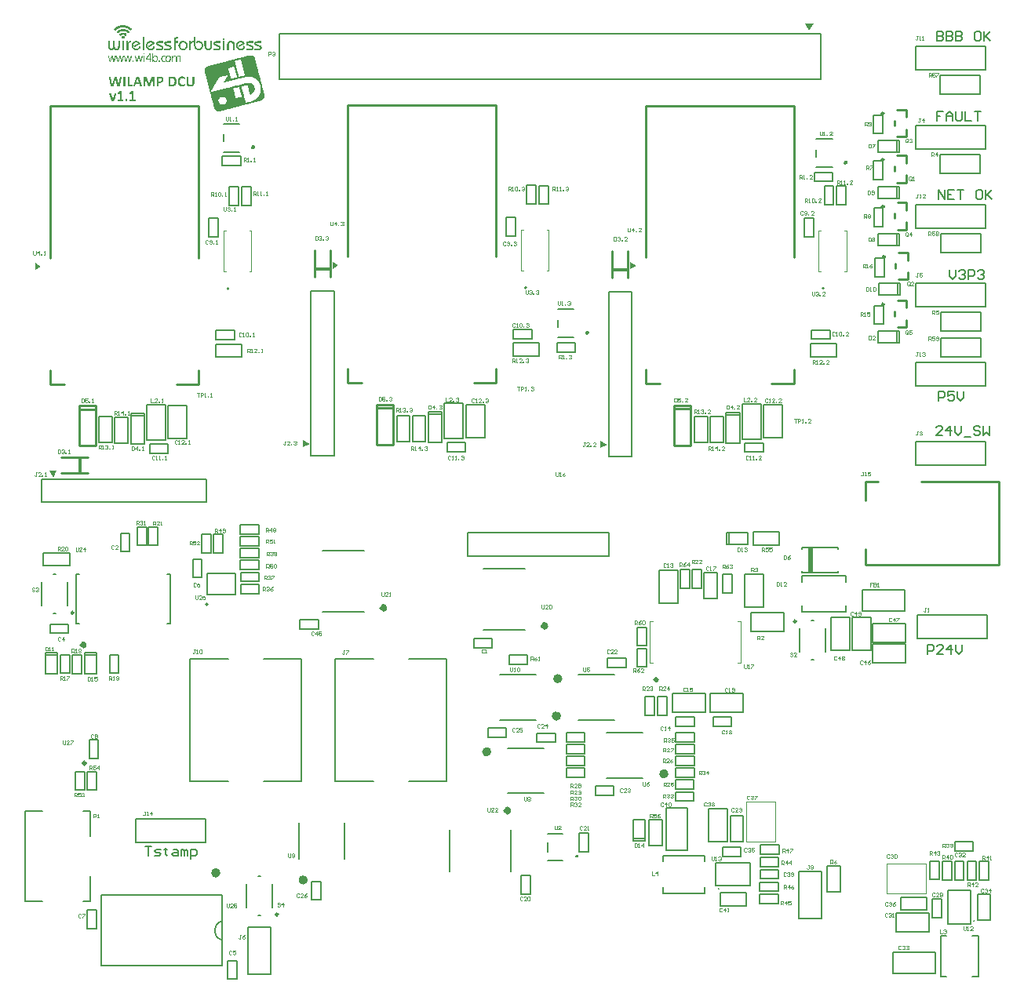
<source format=gto>
G04 Layer_Color=65535*
%FSLAX44Y44*%
%MOMM*%
G71*
G01*
G75*
%ADD56C,0.2540*%
%ADD57C,0.2032*%
%ADD58C,0.2000*%
%ADD60C,0.3048*%
%ADD61C,0.5000*%
%ADD84C,0.4000*%
%ADD85C,0.2400*%
%ADD86C,0.2500*%
%ADD87C,0.6000*%
%ADD88C,0.0500*%
%ADD89C,0.3000*%
%ADD90C,0.1780*%
%ADD91C,0.1200*%
%ADD92C,0.1500*%
%ADD93C,0.1000*%
%ADD94C,0.2030*%
%ADD95C,0.0900*%
%ADD96R,1.7000X0.3810*%
%ADD97R,0.3810X1.7000*%
%ADD98R,0.5080X2.7000*%
G36*
X116586Y1003332D02*
X115443D01*
Y1004856D01*
X116586D01*
Y1003332D01*
D02*
G37*
G36*
X128207D02*
X127064D01*
Y1009809D01*
X128207D01*
Y1003332D01*
D02*
G37*
G36*
X134874Y1006380D02*
X136208D01*
Y1005427D01*
X134874D01*
Y1003332D01*
X133731D01*
Y1005427D01*
X129731D01*
Y1006570D01*
X129921D01*
Y1006951D01*
X130302D01*
Y1007332D01*
X130492D01*
Y1007713D01*
X130683D01*
Y1008094D01*
X130873D01*
Y1008285D01*
X131064D01*
Y1008666D01*
X131255D01*
Y1008856D01*
X131445D01*
Y1009047D01*
X131636D01*
Y1009618D01*
X132016D01*
Y1009999D01*
X132207D01*
Y1010380D01*
X132397D01*
Y1010761D01*
X132588D01*
Y1010952D01*
X132779D01*
Y1011142D01*
X132969D01*
Y1011523D01*
X133160D01*
Y1011714D01*
X133350D01*
Y1012095D01*
X134874D01*
Y1006380D01*
D02*
G37*
G36*
X137922Y1009047D02*
X138303D01*
Y1009428D01*
X138493D01*
Y1009618D01*
X138875D01*
Y1009809D01*
X139065D01*
Y1009999D01*
X140779D01*
Y1009809D01*
X141160D01*
Y1009618D01*
X141542D01*
Y1009428D01*
X141732D01*
Y1009237D01*
X141923D01*
Y1009047D01*
X142113D01*
Y1008666D01*
X142494D01*
Y1007713D01*
X142684D01*
Y1006761D01*
X142875D01*
Y1006380D01*
X142684D01*
Y1005427D01*
X142494D01*
Y1004475D01*
X142113D01*
Y1004094D01*
X141923D01*
Y1003903D01*
X141732D01*
Y1003713D01*
X141542D01*
Y1003522D01*
X141160D01*
Y1003332D01*
X140779D01*
Y1003141D01*
X139065D01*
Y1003332D01*
X138875D01*
Y1003522D01*
X138493D01*
Y1003713D01*
X138303D01*
Y1004094D01*
X137922D01*
Y1003332D01*
X136969D01*
Y1012285D01*
X137922D01*
Y1009047D01*
D02*
G37*
G36*
X111435Y987429D02*
X111604Y987410D01*
X111642D01*
X111717Y987391D01*
X111830Y987372D01*
X111924Y987353D01*
X111942D01*
X111999Y987335D01*
X112055Y987297D01*
X112112Y987241D01*
X112130Y987222D01*
X112149Y987203D01*
X112168Y987147D01*
Y987090D01*
Y978651D01*
X115514D01*
X115570Y978632D01*
X115608Y978594D01*
X115626D01*
X115645Y978557D01*
X115664Y978519D01*
X115702Y978444D01*
Y978425D01*
X115720Y978369D01*
X115739Y978294D01*
X115758Y978181D01*
Y978143D01*
X115777Y978068D01*
X115796Y977937D01*
Y977767D01*
Y977749D01*
Y977730D01*
Y977617D01*
X115777Y977486D01*
X115758Y977354D01*
Y977335D01*
X115739Y977260D01*
X115720Y977166D01*
X115702Y977072D01*
Y977053D01*
X115683Y977016D01*
X115608Y976922D01*
X115589D01*
X115570Y976903D01*
X115457Y976884D01*
X110608D01*
X110495Y976903D01*
X110345Y976940D01*
X110194Y977034D01*
X110176Y977072D01*
X110119Y977147D01*
X110044Y977316D01*
X110025Y977410D01*
Y977542D01*
Y987090D01*
Y987109D01*
Y987147D01*
X110063Y987241D01*
X110082Y987259D01*
X110100Y987278D01*
X110157Y987316D01*
X110232Y987353D01*
X110251D01*
X110326Y987372D01*
X110439Y987391D01*
X110570Y987410D01*
X110608D01*
X110721Y987429D01*
X110871Y987447D01*
X111266D01*
X111435Y987429D01*
D02*
G37*
G36*
X145343Y987372D02*
X145587Y987353D01*
X145644D01*
X145719Y987335D01*
X145813Y987316D01*
X145926Y987297D01*
X146076Y987278D01*
X146395Y987222D01*
X146414D01*
X146471Y987203D01*
X146565Y987184D01*
X146696Y987147D01*
X146828Y987109D01*
X146997Y987053D01*
X147335Y986883D01*
X147354Y986865D01*
X147410Y986846D01*
X147504Y986789D01*
X147617Y986714D01*
X147899Y986508D01*
X148162Y986244D01*
X148181Y986226D01*
X148219Y986169D01*
X148275Y986094D01*
X148350Y986000D01*
X148444Y985869D01*
X148519Y985699D01*
X148613Y985530D01*
X148689Y985342D01*
Y985323D01*
X148726Y985248D01*
X148745Y985154D01*
X148783Y985004D01*
X148820Y984835D01*
X148839Y984647D01*
X148876Y984421D01*
Y984196D01*
Y984177D01*
Y984158D01*
Y984045D01*
X148858Y983876D01*
X148839Y983669D01*
X148801Y983425D01*
X148764Y983162D01*
X148689Y982880D01*
X148595Y982617D01*
X148576Y982579D01*
X148538Y982504D01*
X148482Y982372D01*
X148388Y982222D01*
X148275Y982034D01*
X148144Y981846D01*
X147974Y981658D01*
X147786Y981470D01*
X147767Y981451D01*
X147692Y981395D01*
X147580Y981301D01*
X147429Y981207D01*
X147241Y981094D01*
X147016Y980963D01*
X146771Y980850D01*
X146489Y980756D01*
X146452D01*
X146358Y980718D01*
X146189Y980681D01*
X145982Y980643D01*
X145719Y980606D01*
X145399Y980568D01*
X145061Y980549D01*
X144685Y980530D01*
X143820D01*
Y977166D01*
Y977147D01*
Y977110D01*
X143802Y977053D01*
X143764Y976997D01*
X143745D01*
X143726Y976959D01*
X143670Y976940D01*
X143576Y976903D01*
X143557D01*
X143501Y976884D01*
X143388D01*
X143257Y976865D01*
X143219D01*
X143106Y976846D01*
X142956Y976828D01*
X142561D01*
X142392Y976846D01*
X142223Y976865D01*
X142185D01*
X142110Y976884D01*
X141997D01*
X141884Y976903D01*
X141866D01*
X141828Y976922D01*
X141772Y976959D01*
X141715Y976997D01*
Y977016D01*
X141696Y977053D01*
X141678Y977166D01*
Y986620D01*
Y986639D01*
Y986677D01*
X141696Y986752D01*
Y986827D01*
X141753Y987015D01*
X141866Y987184D01*
X141884Y987203D01*
X141903Y987222D01*
X142016Y987297D01*
X142166Y987353D01*
X142279Y987391D01*
X145098D01*
X145343Y987372D01*
D02*
G37*
G36*
X121510Y987429D02*
X121679D01*
X121791Y987410D01*
X121923Y987391D01*
X122055Y987353D01*
X122073D01*
X122149Y987316D01*
X122224Y987278D01*
X122280Y987222D01*
X122299Y987203D01*
X122318Y987165D01*
X122374Y987090D01*
X122412Y986996D01*
X125663Y977673D01*
Y977655D01*
X125682Y977617D01*
X125720Y977504D01*
X125757Y977354D01*
X125776Y977204D01*
Y977185D01*
Y977110D01*
Y977034D01*
X125720Y976959D01*
X125701Y976940D01*
X125645Y976922D01*
X125551Y976884D01*
X125400Y976865D01*
X125363D01*
X125306Y976846D01*
X125231D01*
X125043Y976828D01*
X124329D01*
X124122Y976846D01*
X124085D01*
X123991Y976865D01*
X123878D01*
X123765Y976884D01*
X123746D01*
X123709Y976903D01*
X123652Y976940D01*
X123596Y976978D01*
Y976997D01*
X123577Y977034D01*
X123521Y977147D01*
X122825Y979290D01*
X118859D01*
X118201Y977204D01*
Y977185D01*
X118183Y977147D01*
X118108Y977016D01*
X118089Y976997D01*
X118070Y976978D01*
X118013Y976940D01*
X117938Y976903D01*
X117920D01*
X117863Y976884D01*
X117750Y976865D01*
X117600Y976846D01*
X117450D01*
X117280Y976828D01*
X116829D01*
X116641Y976846D01*
X116453Y976865D01*
X116416D01*
X116341Y976884D01*
X116247Y976922D01*
X116153Y976959D01*
X116134Y976978D01*
X116115Y977034D01*
X116096Y977110D01*
Y977222D01*
Y977260D01*
X116134Y977335D01*
X116172Y977486D01*
X116228Y977673D01*
X119480Y987015D01*
Y987034D01*
X119498Y987090D01*
X119536Y987165D01*
X119573Y987222D01*
X119592Y987241D01*
X119630Y987278D01*
X119686Y987316D01*
X119780Y987353D01*
X119799Y987372D01*
X119893Y987391D01*
X120006Y987410D01*
X120175Y987429D01*
X120288D01*
X120363Y987447D01*
X121378D01*
X121510Y987429D01*
D02*
G37*
G36*
X106299Y1009809D02*
X107252D01*
Y1009047D01*
X107442D01*
Y1008475D01*
X107633D01*
Y1007332D01*
X107823D01*
Y1006951D01*
X108013D01*
Y1006380D01*
X108204D01*
Y1005427D01*
X108394D01*
Y1005046D01*
X108585D01*
Y1005618D01*
X108776D01*
Y1006761D01*
X108966D01*
Y1007332D01*
X109157D01*
Y1007713D01*
X109347D01*
Y1008666D01*
X109537D01*
Y1009237D01*
X109728D01*
Y1009809D01*
X111061D01*
Y1009618D01*
X111252D01*
Y1008666D01*
X111442D01*
Y1008094D01*
X111633D01*
Y1007142D01*
X111824D01*
Y1006570D01*
X112014D01*
Y1005999D01*
X112205D01*
Y1005046D01*
X112395D01*
Y1005618D01*
X112585D01*
Y1005999D01*
X112776D01*
Y1006951D01*
X112966D01*
Y1007523D01*
X113157D01*
Y1008094D01*
X113348D01*
Y1009047D01*
X113538D01*
Y1009618D01*
X113729D01*
Y1009809D01*
X114872D01*
Y1009618D01*
X114681D01*
Y1009047D01*
X114490D01*
Y1008475D01*
X114300D01*
Y1007523D01*
X114109D01*
Y1006951D01*
X113919D01*
Y1005999D01*
X113729D01*
Y1005427D01*
X113538D01*
Y1004475D01*
X113348D01*
Y1004094D01*
X113157D01*
Y1003522D01*
X112966D01*
Y1003332D01*
X111824D01*
Y1003522D01*
X111633D01*
Y1004094D01*
X111442D01*
Y1005046D01*
X111252D01*
Y1005427D01*
X111061D01*
Y1006570D01*
X110871D01*
Y1007142D01*
X110681D01*
Y1008094D01*
X110490D01*
Y1008475D01*
X110300D01*
Y1007523D01*
X110109D01*
Y1007142D01*
X109918D01*
Y1006189D01*
X109728D01*
Y1005618D01*
X109537D01*
Y1004665D01*
X109347D01*
Y1004094D01*
X109157D01*
Y1003522D01*
X108966D01*
Y1003332D01*
X107633D01*
Y1003903D01*
X107442D01*
Y1004856D01*
X107252D01*
Y1005427D01*
X107061D01*
Y1006380D01*
X106870D01*
Y1006951D01*
X106680D01*
Y1007904D01*
X106489D01*
Y1008475D01*
X106299D01*
Y1008856D01*
X106109D01*
Y1009047D01*
X105918D01*
Y1008094D01*
X105728D01*
Y1007523D01*
X105537D01*
Y1006570D01*
X105346D01*
Y1005999D01*
X105156D01*
Y1005427D01*
X104965D01*
Y1004475D01*
X104775D01*
Y1004094D01*
X104585D01*
Y1003332D01*
X103251D01*
Y1003522D01*
X103061D01*
Y1004475D01*
X102870D01*
Y1004856D01*
X102680D01*
Y1005999D01*
X102489D01*
Y1006570D01*
X102298D01*
Y1006951D01*
X102108D01*
Y1008094D01*
X101917D01*
Y1008285D01*
X101727D01*
Y1007713D01*
X101537D01*
Y1006761D01*
X101346D01*
Y1006189D01*
X101156D01*
Y1005808D01*
X100965D01*
Y1004665D01*
X100774D01*
Y1004094D01*
X100584D01*
Y1003332D01*
X99060D01*
Y1004284D01*
X98869D01*
Y1004856D01*
X98679D01*
Y1005808D01*
X98489D01*
Y1006189D01*
X98298D01*
Y1006761D01*
X98108D01*
Y1007904D01*
X97917D01*
Y1008475D01*
X97726D01*
Y1009428D01*
X97536D01*
Y1008666D01*
X97346D01*
Y1008094D01*
X97155D01*
Y1007523D01*
X96965D01*
Y1006761D01*
X96774D01*
Y1006189D01*
X96583D01*
Y1005046D01*
X96393D01*
Y1004475D01*
X96202D01*
Y1003522D01*
X96012D01*
Y1003332D01*
X94678D01*
Y1003903D01*
X94488D01*
Y1004475D01*
X94298D01*
Y1004856D01*
X94107D01*
Y1005808D01*
X93917D01*
Y1006380D01*
X93726D01*
Y1007523D01*
X93535D01*
Y1008094D01*
X93345D01*
Y1008285D01*
X93154D01*
Y1007713D01*
X92964D01*
Y1006761D01*
X92774D01*
Y1006189D01*
X92583D01*
Y1005237D01*
X92393D01*
Y1004665D01*
X92202D01*
Y1003713D01*
X92011D01*
Y1003332D01*
X90678D01*
Y1003713D01*
X90487D01*
Y1004284D01*
X90297D01*
Y1004665D01*
X90106D01*
Y1005808D01*
X89916D01*
Y1006189D01*
X89726D01*
Y1007142D01*
X89535D01*
Y1007713D01*
X89345D01*
Y1008856D01*
X89154D01*
Y1009428D01*
X88963D01*
Y1009809D01*
X90106D01*
Y1009428D01*
X90297D01*
Y1008285D01*
X90487D01*
Y1007713D01*
X90678D01*
Y1007332D01*
X90869D01*
Y1006380D01*
X91059D01*
Y1005808D01*
X91250D01*
Y1004856D01*
X91440D01*
Y1005808D01*
X91630D01*
Y1006380D01*
X91821D01*
Y1006951D01*
X92011D01*
Y1007713D01*
X92202D01*
Y1008285D01*
X92393D01*
Y1009428D01*
X92583D01*
Y1009809D01*
X93917D01*
Y1009618D01*
X94107D01*
Y1009047D01*
X94298D01*
Y1008094D01*
X94488D01*
Y1007523D01*
X94678D01*
Y1006951D01*
X94869D01*
Y1005999D01*
X95059D01*
Y1005427D01*
X95250D01*
Y1005046D01*
X95441D01*
Y1006189D01*
X95631D01*
Y1006570D01*
X95822D01*
Y1007142D01*
X96012D01*
Y1008285D01*
X96202D01*
Y1008666D01*
X96393D01*
Y1009618D01*
X96583D01*
Y1009809D01*
X98679D01*
Y1009428D01*
X98869D01*
Y1008475D01*
X99060D01*
Y1007904D01*
X99250D01*
Y1006951D01*
X99441D01*
Y1006380D01*
X99632D01*
Y1005427D01*
X99822D01*
Y1004856D01*
X100013D01*
Y1005808D01*
X100203D01*
Y1006189D01*
X100393D01*
Y1007332D01*
X100584D01*
Y1007713D01*
X100774D01*
Y1008666D01*
X100965D01*
Y1009237D01*
X101156D01*
Y1009809D01*
X102489D01*
Y1009618D01*
X102680D01*
Y1009047D01*
X102870D01*
Y1008094D01*
X103061D01*
Y1007523D01*
X103251D01*
Y1006570D01*
X103441D01*
Y1005999D01*
X103632D01*
Y1005046D01*
X104013D01*
Y1005999D01*
X104204D01*
Y1006570D01*
X104394D01*
Y1007713D01*
X104585D01*
Y1008094D01*
X104775D01*
Y1009047D01*
X104965D01*
Y1009618D01*
X105156D01*
Y1009809D01*
X106109D01*
Y1009999D01*
X106299D01*
Y1009809D01*
D02*
G37*
G36*
X126683Y1009618D02*
X126492D01*
Y1008666D01*
X126301D01*
Y1008094D01*
X126111D01*
Y1007523D01*
X125920D01*
Y1006570D01*
X125730D01*
Y1006189D01*
X125540D01*
Y1005046D01*
X125349D01*
Y1004475D01*
X125159D01*
Y1003522D01*
X124968D01*
Y1003332D01*
X123635D01*
Y1003903D01*
X123444D01*
Y1004475D01*
X123253D01*
Y1004856D01*
X123063D01*
Y1005808D01*
X122872D01*
Y1006380D01*
X122682D01*
Y1007523D01*
X122492D01*
Y1008094D01*
X122301D01*
Y1008285D01*
X122111D01*
Y1007713D01*
X121920D01*
Y1006761D01*
X121729D01*
Y1006189D01*
X121539D01*
Y1005237D01*
X121348D01*
Y1004665D01*
X121158D01*
Y1003713D01*
X120968D01*
Y1003332D01*
X119634D01*
Y1003713D01*
X119444D01*
Y1004284D01*
X119253D01*
Y1004665D01*
X119062D01*
Y1005808D01*
X118872D01*
Y1006189D01*
X118681D01*
Y1007332D01*
X118491D01*
Y1007713D01*
X118301D01*
Y1008856D01*
X118110D01*
Y1009428D01*
X117920D01*
Y1009809D01*
X119062D01*
Y1009428D01*
X119253D01*
Y1008285D01*
X119444D01*
Y1007713D01*
X119634D01*
Y1007332D01*
X119824D01*
Y1006380D01*
X120015D01*
Y1005808D01*
X120205D01*
Y1004856D01*
X120396D01*
Y1005808D01*
X120587D01*
Y1006380D01*
X120777D01*
Y1006761D01*
X120968D01*
Y1007713D01*
X121158D01*
Y1008285D01*
X121348D01*
Y1009428D01*
X121539D01*
Y1009809D01*
X122872D01*
Y1009618D01*
X123063D01*
Y1009047D01*
X123253D01*
Y1008094D01*
X123444D01*
Y1007523D01*
X123635D01*
Y1006951D01*
X123825D01*
Y1005999D01*
X124016D01*
Y1005618D01*
X124206D01*
Y1005046D01*
X124396D01*
Y1005999D01*
X124587D01*
Y1006570D01*
X124777D01*
Y1007142D01*
X124968D01*
Y1008285D01*
X125159D01*
Y1008666D01*
X125349D01*
Y1009618D01*
X125540D01*
Y1009809D01*
X126683D01*
Y1009618D01*
D02*
G37*
G36*
X103249Y971699D02*
X103286D01*
X103362Y971681D01*
X103455Y971662D01*
X103549Y971643D01*
X103568D01*
X103606Y971624D01*
X103643Y971605D01*
X103681Y971568D01*
X103700Y971549D01*
X103719Y971455D01*
Y962790D01*
X105448D01*
X105504Y962771D01*
X105542Y962734D01*
X105561D01*
X105579Y962696D01*
X105617Y962658D01*
X105655Y962583D01*
Y962564D01*
X105673Y962508D01*
X105692Y962433D01*
X105711Y962320D01*
Y962301D01*
X105730Y962226D01*
X105749Y962095D01*
Y961944D01*
Y961925D01*
Y961907D01*
Y961813D01*
X105730Y961681D01*
X105711Y961550D01*
Y961531D01*
X105692Y961456D01*
X105673Y961380D01*
X105636Y961305D01*
Y961286D01*
X105617Y961249D01*
X105579Y961211D01*
X105542Y961174D01*
X105504Y961155D01*
X105410Y961136D01*
X99584D01*
X99508Y961174D01*
X99471Y961211D01*
X99433Y961249D01*
X99396Y961305D01*
Y961324D01*
X99377Y961380D01*
X99358Y961456D01*
X99339Y961550D01*
Y961587D01*
Y961662D01*
X99320Y961794D01*
Y961944D01*
Y961963D01*
Y961982D01*
Y962076D01*
Y962207D01*
X99339Y962320D01*
Y962358D01*
X99358Y962414D01*
X99377Y962508D01*
X99396Y962583D01*
Y962602D01*
X99414Y962640D01*
X99452Y962696D01*
X99489Y962734D01*
X99508Y962753D01*
X99527Y962771D01*
X99565Y962790D01*
X101595D01*
Y969632D01*
X99903Y968692D01*
X99865Y968673D01*
X99790Y968636D01*
X99696Y968598D01*
X99584Y968579D01*
X99452D01*
X99396Y968617D01*
Y968636D01*
X99358Y968673D01*
X99339Y968748D01*
X99320Y968861D01*
Y968899D01*
Y968993D01*
X99302Y969124D01*
Y969331D01*
Y969350D01*
Y969369D01*
Y969444D01*
Y969557D01*
Y969651D01*
Y969669D01*
Y969726D01*
X99339Y969876D01*
Y969895D01*
X99358Y969932D01*
X99433Y970026D01*
X99452Y970045D01*
X99471Y970064D01*
X99584Y970139D01*
X101839Y971605D01*
X101858Y971624D01*
X101933Y971662D01*
X101952D01*
X101989Y971681D01*
X102121D01*
X102177Y971699D01*
X102384D01*
X102459Y971718D01*
X103098D01*
X103249Y971699D01*
D02*
G37*
G36*
X116124D02*
X116162D01*
X116237Y971681D01*
X116331Y971662D01*
X116425Y971643D01*
X116444D01*
X116481Y971624D01*
X116519Y971605D01*
X116556Y971568D01*
X116575Y971549D01*
X116594Y971455D01*
Y962790D01*
X118323D01*
X118379Y962771D01*
X118417Y962734D01*
X118436D01*
X118455Y962696D01*
X118492Y962658D01*
X118530Y962583D01*
Y962564D01*
X118549Y962508D01*
X118567Y962433D01*
X118586Y962320D01*
Y962301D01*
X118605Y962226D01*
X118624Y962095D01*
Y961944D01*
Y961925D01*
Y961907D01*
Y961813D01*
X118605Y961681D01*
X118586Y961550D01*
Y961531D01*
X118567Y961456D01*
X118549Y961380D01*
X118511Y961305D01*
Y961286D01*
X118492Y961249D01*
X118455Y961211D01*
X118417Y961174D01*
X118379Y961155D01*
X118286Y961136D01*
X112459D01*
X112384Y961174D01*
X112346Y961211D01*
X112308Y961249D01*
X112271Y961305D01*
Y961324D01*
X112252Y961380D01*
X112233Y961456D01*
X112214Y961550D01*
Y961587D01*
Y961662D01*
X112196Y961794D01*
Y961944D01*
Y961963D01*
Y961982D01*
Y962076D01*
Y962207D01*
X112214Y962320D01*
Y962358D01*
X112233Y962414D01*
X112252Y962508D01*
X112271Y962583D01*
Y962602D01*
X112290Y962640D01*
X112327Y962696D01*
X112365Y962734D01*
X112384Y962753D01*
X112402Y962771D01*
X112440Y962790D01*
X114470D01*
Y969632D01*
X112778Y968692D01*
X112741Y968673D01*
X112666Y968636D01*
X112571Y968598D01*
X112459Y968579D01*
X112327D01*
X112271Y968617D01*
Y968636D01*
X112233Y968673D01*
X112214Y968748D01*
X112196Y968861D01*
Y968899D01*
Y968993D01*
X112177Y969124D01*
Y969331D01*
Y969350D01*
Y969369D01*
Y969444D01*
Y969557D01*
Y969651D01*
Y969669D01*
Y969726D01*
X112214Y969876D01*
Y969895D01*
X112233Y969932D01*
X112308Y970026D01*
X112327Y970045D01*
X112346Y970064D01*
X112459Y970139D01*
X114714Y971605D01*
X114733Y971624D01*
X114808Y971662D01*
X114827D01*
X114865Y971681D01*
X114996D01*
X115053Y971699D01*
X115259D01*
X115335Y971718D01*
X115974D01*
X116124Y971699D01*
D02*
G37*
G36*
X144971Y1003332D02*
X143637D01*
Y1004856D01*
X144971D01*
Y1003332D01*
D02*
G37*
G36*
X106999Y987429D02*
X107168Y987410D01*
X107206D01*
X107281Y987391D01*
X107394Y987372D01*
X107488Y987353D01*
X107507D01*
X107563Y987335D01*
X107619Y987297D01*
X107676Y987241D01*
X107695Y987222D01*
X107713Y987203D01*
X107732Y987147D01*
Y987090D01*
Y977166D01*
Y977147D01*
Y977110D01*
X107713Y977053D01*
X107676Y976997D01*
X107657D01*
X107638Y976959D01*
X107582Y976940D01*
X107488Y976903D01*
X107469D01*
X107413Y976884D01*
X107300D01*
X107168Y976865D01*
X107131D01*
X107037Y976846D01*
X106868Y976828D01*
X106473D01*
X106304Y976846D01*
X106134Y976865D01*
X106097D01*
X106022Y976884D01*
X105909D01*
X105796Y976903D01*
X105777D01*
X105740Y976922D01*
X105683Y976959D01*
X105627Y976997D01*
Y977016D01*
X105608Y977053D01*
X105589Y977166D01*
Y987090D01*
Y987109D01*
Y987147D01*
X105627Y987241D01*
X105646Y987259D01*
X105665Y987278D01*
X105740Y987316D01*
X105815Y987353D01*
X105834D01*
X105909Y987372D01*
X106003Y987391D01*
X106134Y987410D01*
X106172D01*
X106285Y987429D01*
X106435Y987447D01*
X106830D01*
X106999Y987429D01*
D02*
G37*
G36*
X97422Y968955D02*
X97459D01*
X97535Y968936D01*
X97629Y968917D01*
X97723Y968880D01*
X97741D01*
X97779Y968861D01*
X97836Y968824D01*
X97873Y968786D01*
X97892Y968748D01*
X97911Y968654D01*
Y968617D01*
Y968542D01*
Y968504D01*
X97892Y968410D01*
Y968391D01*
X97873Y968372D01*
X97854Y968260D01*
Y968241D01*
X97836Y968203D01*
X97817Y968147D01*
X97798Y968072D01*
X95618Y961512D01*
Y961493D01*
X95599Y961418D01*
X95561Y961343D01*
X95505Y961268D01*
X95486Y961249D01*
X95448Y961230D01*
X95392Y961192D01*
X95279Y961155D01*
X95260D01*
X95166Y961136D01*
X95035Y961117D01*
X94847Y961098D01*
X94659D01*
X94565Y961080D01*
X93907D01*
X93663Y961098D01*
X93437Y961117D01*
X93400D01*
X93287Y961136D01*
X93137Y961155D01*
X93005Y961174D01*
X92986D01*
X92930Y961211D01*
X92854Y961230D01*
X92779Y961286D01*
Y961305D01*
X92742Y961343D01*
X92723Y961418D01*
X92685Y961512D01*
X90505Y968072D01*
Y968091D01*
X90467Y968166D01*
X90449Y968260D01*
X90411Y968354D01*
Y968372D01*
Y968429D01*
X90392Y968485D01*
Y968542D01*
Y968560D01*
Y968579D01*
Y968654D01*
Y968673D01*
Y968692D01*
X90430Y968786D01*
X90449Y968805D01*
X90467Y968824D01*
X90524Y968842D01*
X90599Y968880D01*
X90618Y968899D01*
X90674Y968917D01*
X90768Y968936D01*
X90900Y968955D01*
X90937D01*
X91050Y968974D01*
X91595D01*
X91783Y968955D01*
X91952Y968936D01*
X91990D01*
X92065Y968917D01*
X92178Y968899D01*
X92272Y968880D01*
X92291D01*
X92328Y968861D01*
X92385Y968824D01*
X92422Y968767D01*
X92441Y968748D01*
X92460Y968730D01*
X92516Y968617D01*
X94151Y963298D01*
X94208Y963091D01*
X94264Y963298D01*
X95881Y968617D01*
Y968636D01*
X95899Y968673D01*
X95956Y968767D01*
X95975Y968786D01*
X95993Y968805D01*
X96050Y968842D01*
X96125Y968880D01*
X96144D01*
X96200Y968899D01*
X96294Y968917D01*
X96426Y968936D01*
X96463D01*
X96557Y968955D01*
X96727Y968974D01*
X97272D01*
X97422Y968955D01*
D02*
G37*
G36*
X748907Y110079D02*
X747213D01*
X748060Y112619D01*
X748907Y110079D01*
D02*
G37*
G36*
X29718Y554228D02*
X25908Y561848D01*
X33528D01*
X29718Y554228D01*
D02*
G37*
G36*
X627888Y590296D02*
X620268Y586486D01*
Y594106D01*
X627888Y590296D01*
D02*
G37*
G36*
X1023794Y74845D02*
X1021254Y75692D01*
X1023794Y76539D01*
Y74845D01*
D02*
G37*
G36*
X138783Y987353D02*
X138896Y987316D01*
X138933Y987297D01*
X138990Y987278D01*
X139084Y987222D01*
X139159Y987147D01*
X139178Y987128D01*
X139215Y987071D01*
X139272Y986996D01*
X139328Y986883D01*
X139347Y986865D01*
X139366Y986789D01*
X139384Y986677D01*
Y986526D01*
Y977166D01*
Y977147D01*
Y977110D01*
X139366Y977053D01*
X139328Y976997D01*
X139291Y976959D01*
X139234Y976940D01*
X139159Y976903D01*
X139140D01*
X139084Y976884D01*
X138971D01*
X138839Y976865D01*
X138802D01*
X138708Y976846D01*
X138558Y976828D01*
X138182D01*
X138031Y976846D01*
X137862Y976865D01*
X137824D01*
X137749Y976884D01*
X137655D01*
X137561Y976903D01*
X137542D01*
X137505Y976922D01*
X137449Y976959D01*
X137392Y976997D01*
Y977016D01*
X137373Y977053D01*
X137355Y977166D01*
Y985718D01*
X137336D01*
X134291Y977166D01*
Y977147D01*
X134272Y977110D01*
X134178Y976978D01*
X134159D01*
X134122Y976940D01*
X134065Y976922D01*
X133971Y976884D01*
X133953D01*
X133896Y976865D01*
X133783D01*
X133652Y976846D01*
X133520D01*
X133389Y976828D01*
X133032D01*
X132881Y976846D01*
X132712Y976865D01*
X132674D01*
X132599Y976884D01*
X132505D01*
X132392Y976903D01*
X132374D01*
X132336Y976922D01*
X132205Y976997D01*
X132186Y977016D01*
X132167Y977053D01*
X132129Y977110D01*
X132111Y977166D01*
X129159Y985718D01*
Y977166D01*
Y977147D01*
Y977110D01*
X129141Y977053D01*
X129103Y976997D01*
X129066Y976959D01*
X129009Y976940D01*
X128934Y976903D01*
X128915D01*
X128859Y976884D01*
X128746D01*
X128614Y976865D01*
X128577D01*
X128483Y976846D01*
X128333Y976828D01*
X127957D01*
X127806Y976846D01*
X127637Y976865D01*
X127599D01*
X127524Y976884D01*
X127430D01*
X127317Y976903D01*
X127299D01*
X127261Y976922D01*
X127205Y976959D01*
X127167Y976997D01*
Y977016D01*
X127148Y977053D01*
X127129Y977166D01*
Y986526D01*
Y986545D01*
Y986601D01*
X127148Y986677D01*
Y986771D01*
X127224Y986977D01*
X127261Y987071D01*
X127336Y987165D01*
X127355Y987184D01*
X127374Y987203D01*
X127430Y987241D01*
X127487Y987278D01*
X127675Y987353D01*
X127787Y987391D01*
X129554D01*
X129761Y987353D01*
X129968Y987316D01*
X129986D01*
X130005Y987297D01*
X130118Y987278D01*
X130268Y987203D01*
X130419Y987109D01*
X130438D01*
X130456Y987090D01*
X130532Y987015D01*
X130644Y986902D01*
X130757Y986733D01*
Y986714D01*
X130776Y986695D01*
X130832Y986583D01*
X130907Y986395D01*
X130983Y986169D01*
X133257Y979910D01*
X133295D01*
X135644Y986150D01*
Y986169D01*
X135663Y986207D01*
X135682Y986263D01*
X135701Y986357D01*
X135776Y986526D01*
X135870Y986714D01*
Y986733D01*
X135889Y986752D01*
X135964Y986865D01*
X136058Y986977D01*
X136170Y987109D01*
X136208Y987128D01*
X136283Y987184D01*
X136415Y987259D01*
X136565Y987316D01*
X136584D01*
X136603Y987335D01*
X136715Y987353D01*
X136885Y987372D01*
X137091Y987391D01*
X138652D01*
X138783Y987353D01*
D02*
G37*
G36*
X103541Y987429D02*
X103710Y987410D01*
X103747D01*
X103822Y987391D01*
X103917Y987353D01*
X103992Y987297D01*
X104010Y987278D01*
X104029Y987241D01*
X104067Y987147D01*
Y987034D01*
Y986996D01*
Y986921D01*
X104029Y986771D01*
X103992Y986564D01*
X101586Y977410D01*
X101567Y977373D01*
X101548Y977298D01*
X101492Y977204D01*
X101435Y977091D01*
X101417Y977072D01*
X101379Y977034D01*
X101304Y976978D01*
X101191Y976922D01*
X101153D01*
X101078Y976903D01*
X100928Y976884D01*
X100740Y976865D01*
X100702D01*
X100627Y976846D01*
X100458D01*
X100345Y976828D01*
X99800D01*
X99556Y976846D01*
X99330Y976865D01*
X99293D01*
X99161Y976884D01*
X99030Y976903D01*
X98879Y976922D01*
X98860Y976940D01*
X98785Y976959D01*
X98710Y977016D01*
X98635Y977091D01*
Y977110D01*
X98597Y977185D01*
X98560Y977279D01*
X98522Y977410D01*
X96849Y984083D01*
X96830D01*
X95233Y977410D01*
Y977373D01*
X95214Y977298D01*
X95176Y977204D01*
X95120Y977110D01*
X95101Y977091D01*
X95064Y977053D01*
X94988Y976997D01*
X94894Y976940D01*
X94876D01*
X94782Y976903D01*
X94650Y976884D01*
X94462Y976865D01*
X94406D01*
X94349Y976846D01*
X94180D01*
X94049Y976828D01*
X93485D01*
X93240Y976846D01*
X92996Y976865D01*
X92958D01*
X92827Y976884D01*
X92695Y976903D01*
X92545Y976922D01*
X92526Y976940D01*
X92470Y976959D01*
X92395Y977016D01*
X92319Y977091D01*
X92301Y977110D01*
X92282Y977185D01*
X92225Y977279D01*
X92188Y977410D01*
X89801Y986601D01*
Y986620D01*
X89782Y986658D01*
X89763Y986771D01*
X89726Y986902D01*
X89707Y987053D01*
Y987090D01*
X89726Y987147D01*
X89744Y987222D01*
X89801Y987297D01*
X89819Y987316D01*
X89895Y987353D01*
X89989Y987391D01*
X90139Y987410D01*
X90177D01*
X90233Y987429D01*
X90402D01*
X90515Y987447D01*
X91210D01*
X91398Y987429D01*
X91436D01*
X91530Y987410D01*
X91643Y987391D01*
X91737Y987353D01*
X91756D01*
X91793Y987316D01*
X91849Y987278D01*
X91887Y987222D01*
X91906Y987203D01*
X91925Y987165D01*
X91943Y987090D01*
X91962Y986996D01*
X93804Y978933D01*
X95721Y986940D01*
Y986959D01*
X95740Y987034D01*
X95778Y987109D01*
X95815Y987184D01*
X95834Y987203D01*
X95853Y987241D01*
X95909Y987297D01*
X95985Y987335D01*
X96003Y987353D01*
X96079Y987372D01*
X96191Y987391D01*
X96323Y987410D01*
X96361D01*
X96417Y987429D01*
X96492D01*
X96680Y987447D01*
X97357D01*
X97545Y987429D01*
X97582D01*
X97676Y987410D01*
X97789Y987391D01*
X97902Y987353D01*
X97921Y987335D01*
X97977Y987316D01*
X98033Y987259D01*
X98090Y987203D01*
X98109Y987184D01*
X98127Y987128D01*
X98146Y987053D01*
X98165Y986940D01*
X100157Y978933D01*
X100176D01*
X102018Y986977D01*
Y986996D01*
X102037Y987053D01*
X102074Y987203D01*
X102093Y987222D01*
X102112Y987259D01*
X102169Y987297D01*
X102244Y987335D01*
X102262Y987353D01*
X102319Y987372D01*
X102432Y987391D01*
X102563Y987410D01*
X102601D01*
X102657Y987429D01*
X102713D01*
X102901Y987447D01*
X103371D01*
X103541Y987429D01*
D02*
G37*
G36*
X169665Y987523D02*
X169966Y987485D01*
X169984D01*
X170041Y987466D01*
X170116Y987447D01*
X170210Y987429D01*
X170454Y987372D01*
X170718Y987278D01*
X170736D01*
X170774Y987259D01*
X170849Y987241D01*
X170924Y987203D01*
X171131Y987109D01*
X171357Y986996D01*
X171375D01*
X171394Y986977D01*
X171507Y986902D01*
X171639Y986827D01*
X171732Y986733D01*
X171751Y986714D01*
X171789Y986677D01*
X171845Y986620D01*
X171883Y986564D01*
X171902Y986545D01*
X171920Y986508D01*
X171939Y986451D01*
X171958Y986376D01*
Y986357D01*
X171977Y986301D01*
Y986207D01*
X171996Y986094D01*
Y986075D01*
X172014Y986000D01*
Y985869D01*
Y985718D01*
Y985699D01*
Y985680D01*
Y985568D01*
Y985436D01*
X171996Y985305D01*
Y985286D01*
X171977Y985211D01*
X171958Y985117D01*
X171920Y985023D01*
Y985004D01*
X171902Y984966D01*
X171826Y984872D01*
X171789Y984854D01*
X171714Y984835D01*
X171695D01*
X171620Y984854D01*
X171526Y984891D01*
X171394Y984966D01*
X171357Y984985D01*
X171262Y985060D01*
X171112Y985173D01*
X170905Y985286D01*
X170887D01*
X170849Y985323D01*
X170793Y985342D01*
X170718Y985399D01*
X170605Y985436D01*
X170492Y985493D01*
X170210Y985605D01*
X170191D01*
X170135Y985624D01*
X170041Y985662D01*
X169928Y985680D01*
X169797Y985718D01*
X169627Y985737D01*
X169439Y985756D01*
X169120D01*
X169007Y985737D01*
X168857Y985718D01*
X168687Y985699D01*
X168500Y985643D01*
X168293Y985586D01*
X168105Y985493D01*
X168086Y985474D01*
X168030Y985436D01*
X167936Y985380D01*
X167823Y985305D01*
X167691Y985192D01*
X167560Y985079D01*
X167409Y984929D01*
X167278Y984760D01*
X167259Y984741D01*
X167221Y984684D01*
X167165Y984572D01*
X167090Y984440D01*
X166996Y984271D01*
X166921Y984083D01*
X166827Y983857D01*
X166751Y983613D01*
Y983575D01*
X166733Y983500D01*
X166695Y983350D01*
X166676Y983162D01*
X166639Y982936D01*
X166601Y982692D01*
X166582Y982391D01*
Y982091D01*
Y982072D01*
Y982053D01*
Y981940D01*
X166601Y981771D01*
Y981545D01*
X166620Y981301D01*
X166658Y981038D01*
X166714Y980756D01*
X166770Y980493D01*
Y980455D01*
X166808Y980380D01*
X166845Y980248D01*
X166902Y980098D01*
X166977Y979929D01*
X167071Y979741D01*
X167184Y979553D01*
X167297Y979365D01*
X167315Y979346D01*
X167353Y979290D01*
X167428Y979215D01*
X167541Y979121D01*
X167673Y979027D01*
X167804Y978914D01*
X167973Y978820D01*
X168161Y978726D01*
X168180D01*
X168255Y978688D01*
X168349Y978670D01*
X168500Y978632D01*
X168669Y978594D01*
X168857Y978557D01*
X169063Y978538D01*
X169289Y978519D01*
X169496D01*
X169627Y978538D01*
X169778Y978557D01*
X169947Y978576D01*
X170266Y978651D01*
X170285D01*
X170341Y978670D01*
X170417Y978707D01*
X170511Y978745D01*
X170736Y978820D01*
X170981Y978933D01*
X170999D01*
X171037Y978970D01*
X171150Y979027D01*
X171319Y979139D01*
X171469Y979233D01*
X171507Y979252D01*
X171582Y979309D01*
X171676Y979346D01*
X171770Y979365D01*
X171808D01*
X171883Y979327D01*
X171902D01*
X171920Y979290D01*
X171939Y979252D01*
X171977Y979196D01*
Y979177D01*
X171996Y979121D01*
X172014Y979045D01*
X172033Y978914D01*
Y978876D01*
X172052Y978801D01*
Y978651D01*
Y978463D01*
Y978425D01*
Y978350D01*
Y978219D01*
X172033Y978106D01*
Y978087D01*
X172014Y978031D01*
Y977955D01*
X171996Y977861D01*
Y977843D01*
X171977Y977805D01*
X171920Y977692D01*
Y977673D01*
X171883Y977655D01*
X171845Y977598D01*
X171789Y977542D01*
X171770Y977523D01*
X171714Y977486D01*
X171620Y977392D01*
X171451Y977298D01*
X171432D01*
X171413Y977279D01*
X171357Y977241D01*
X171281Y977204D01*
X171093Y977110D01*
X170830Y977016D01*
X170811D01*
X170774Y976997D01*
X170680Y976978D01*
X170586Y976940D01*
X170454Y976903D01*
X170323Y976865D01*
X169984Y976809D01*
X169966D01*
X169909Y976790D01*
X169815Y976771D01*
X169684D01*
X169533Y976752D01*
X169345Y976734D01*
X168951Y976715D01*
X168763D01*
X168575Y976734D01*
X168312Y976752D01*
X168011Y976790D01*
X167673Y976846D01*
X167334Y976922D01*
X166996Y977034D01*
X166958Y977053D01*
X166845Y977091D01*
X166695Y977185D01*
X166488Y977279D01*
X166263Y977429D01*
X166000Y977598D01*
X165755Y977805D01*
X165511Y978031D01*
X165492Y978068D01*
X165417Y978143D01*
X165304Y978294D01*
X165173Y978482D01*
X165022Y978726D01*
X164872Y979008D01*
X164722Y979327D01*
X164590Y979685D01*
Y979703D01*
X164571Y979722D01*
X164552Y979779D01*
X164534Y979854D01*
X164515Y979948D01*
X164496Y980061D01*
X164440Y980342D01*
X164364Y980681D01*
X164327Y981076D01*
X164289Y981527D01*
X164270Y981997D01*
Y982015D01*
Y982053D01*
Y982128D01*
Y982222D01*
X164289Y982335D01*
Y982466D01*
X164308Y982786D01*
X164364Y983162D01*
X164421Y983557D01*
X164515Y983970D01*
X164628Y984365D01*
Y984384D01*
X164646Y984402D01*
X164665Y984459D01*
X164703Y984534D01*
X164778Y984722D01*
X164891Y984966D01*
X165022Y985248D01*
X165191Y985530D01*
X165398Y985831D01*
X165624Y986113D01*
X165661Y986150D01*
X165737Y986226D01*
X165868Y986357D01*
X166056Y986508D01*
X166282Y986695D01*
X166545Y986865D01*
X166827Y987034D01*
X167146Y987184D01*
X167165D01*
X167184Y987203D01*
X167240Y987222D01*
X167297Y987241D01*
X167485Y987297D01*
X167729Y987372D01*
X168030Y987447D01*
X168368Y987504D01*
X168744Y987541D01*
X169139Y987560D01*
X169402D01*
X169665Y987523D01*
D02*
G37*
G36*
X244538Y1009904D02*
X245047D01*
Y1009650D01*
X245555D01*
Y1009396D01*
X246063D01*
Y1008888D01*
X246570D01*
Y1008380D01*
X247078D01*
Y1008126D01*
X247332D01*
Y1007110D01*
X247586D01*
Y1006602D01*
X247840D01*
Y1005078D01*
X248095D01*
Y1004316D01*
X248349D01*
Y1003046D01*
X248603D01*
Y1002284D01*
X248857D01*
Y1001776D01*
X249111D01*
Y1000252D01*
X249364D01*
Y999744D01*
X249618D01*
Y998220D01*
X249872D01*
Y997712D01*
X250126D01*
Y996188D01*
X250380D01*
Y995680D01*
X250634D01*
Y994918D01*
X250889D01*
Y993394D01*
X251143D01*
Y992886D01*
X251397D01*
Y991616D01*
X251651D01*
Y990854D01*
X251905D01*
Y989330D01*
X252159D01*
Y988822D01*
X252412D01*
Y988060D01*
X252666D01*
Y986790D01*
X252920D01*
Y986028D01*
X253174D01*
Y984504D01*
X253428D01*
Y983996D01*
X253682D01*
Y982726D01*
X253937D01*
Y981964D01*
X254191D01*
Y981202D01*
X254445D01*
Y979932D01*
X254699D01*
Y979170D01*
X254953D01*
Y977900D01*
X255207D01*
Y977138D01*
X255460D01*
Y975614D01*
X255714D01*
Y975106D01*
X255968D01*
Y974344D01*
X256222D01*
Y973074D01*
X256476D01*
Y972312D01*
X256730D01*
Y971042D01*
X256985D01*
Y970280D01*
X257239D01*
Y969010D01*
X257493D01*
Y968248D01*
X257747D01*
Y967740D01*
X258001D01*
Y964946D01*
X257747D01*
Y964692D01*
X257493D01*
Y964184D01*
X257239D01*
Y963676D01*
X256985D01*
Y963422D01*
X256730D01*
Y963168D01*
X256476D01*
Y962914D01*
X256222D01*
Y962660D01*
X255968D01*
Y962406D01*
X255460D01*
Y962152D01*
X255207D01*
Y961898D01*
X254699D01*
Y961644D01*
X253937D01*
Y961390D01*
X253428D01*
Y961136D01*
X252159D01*
Y960882D01*
X251397D01*
Y960628D01*
X250126D01*
Y960374D01*
X249364D01*
Y960120D01*
X248857D01*
Y959866D01*
X247332D01*
Y959612D01*
X246570D01*
Y959358D01*
X245555D01*
Y959104D01*
X244792D01*
Y958850D01*
X243269D01*
Y958596D01*
X242507D01*
Y958342D01*
X241999D01*
Y958088D01*
X240474D01*
Y957834D01*
X239967D01*
Y957580D01*
X238442D01*
Y957326D01*
X237680D01*
Y957072D01*
X236411D01*
Y956818D01*
X235903D01*
Y956564D01*
X235140D01*
Y956310D01*
X233617D01*
Y956056D01*
X233109D01*
Y955802D01*
X231838D01*
Y955548D01*
X231077D01*
Y955294D01*
X229552D01*
Y955040D01*
X228790D01*
Y954786D01*
X228283D01*
Y954532D01*
X227013D01*
Y954278D01*
X226250D01*
Y954024D01*
X224727D01*
Y953770D01*
X223965D01*
Y953516D01*
X222948D01*
Y953262D01*
X222187D01*
Y953008D01*
X221425D01*
Y952754D01*
X219900D01*
Y952500D01*
X219393D01*
Y952246D01*
X218123D01*
Y951992D01*
X217360D01*
Y951738D01*
X215837D01*
Y951484D01*
X215075D01*
Y951230D01*
X214566D01*
Y950976D01*
X213297D01*
Y950722D01*
X212535D01*
Y950468D01*
X211010D01*
Y950214D01*
X210502D01*
Y949960D01*
X207201D01*
Y950214D01*
X206439D01*
Y950468D01*
X205676D01*
Y950722D01*
X205422D01*
Y950976D01*
X204914D01*
Y951484D01*
X204660D01*
Y951738D01*
X204153D01*
Y952246D01*
X203899D01*
Y952754D01*
X203645D01*
Y954024D01*
X203391D01*
Y954786D01*
X203137D01*
Y956056D01*
X202882D01*
Y956818D01*
X202628D01*
Y957580D01*
X202374D01*
Y958850D01*
X202120D01*
Y959358D01*
X201866D01*
Y960882D01*
X201612D01*
Y961644D01*
X201359D01*
Y962914D01*
X201105D01*
Y963422D01*
X200851D01*
Y964184D01*
X200597D01*
Y965708D01*
X200343D01*
Y966470D01*
X200089D01*
Y967740D01*
X199834D01*
Y968248D01*
X199580D01*
Y969772D01*
X199326D01*
Y970534D01*
X199072D01*
Y971296D01*
X198818D01*
Y972312D01*
X198564D01*
Y973074D01*
X198311D01*
Y974598D01*
X198057D01*
Y975360D01*
X197803D01*
Y976630D01*
X197549D01*
Y977138D01*
X197295D01*
Y977900D01*
X197041D01*
Y979424D01*
X196786D01*
Y980186D01*
X196532D01*
Y981456D01*
X196278D01*
Y981964D01*
X196024D01*
Y983488D01*
X195770D01*
Y984250D01*
X195516D01*
Y984758D01*
X195263D01*
Y986028D01*
X195009D01*
Y986790D01*
X194755D01*
Y988314D01*
X194501D01*
Y988822D01*
X194247D01*
Y990346D01*
X193993D01*
Y990854D01*
X193738D01*
Y991616D01*
X193484D01*
Y993140D01*
X193230D01*
Y994664D01*
X193484D01*
Y995934D01*
X193738D01*
Y996188D01*
X193993D01*
Y996442D01*
X194247D01*
Y996950D01*
X194755D01*
Y997458D01*
X195009D01*
Y997712D01*
X195770D01*
Y997966D01*
X196024D01*
Y998220D01*
X196532D01*
Y998474D01*
X197041D01*
Y998728D01*
X198311D01*
Y998982D01*
X198818D01*
Y999236D01*
X199580D01*
Y999490D01*
X200851D01*
Y999744D01*
X201612D01*
Y999998D01*
X203137D01*
Y1000252D01*
X203645D01*
Y1000506D01*
X204914D01*
Y1000760D01*
X205676D01*
Y1001014D01*
X206439D01*
Y1001268D01*
X207708D01*
Y1001522D01*
X208470D01*
Y1001776D01*
X209741D01*
Y1002030D01*
X210502D01*
Y1002284D01*
X211772D01*
Y1002538D01*
X212535D01*
Y1002792D01*
X213043D01*
Y1003046D01*
X214312D01*
Y1003300D01*
X215075D01*
Y1003554D01*
X216598D01*
Y1003808D01*
X217360D01*
Y1004062D01*
X218377D01*
Y1004316D01*
X219139D01*
Y1004570D01*
X219900D01*
Y1004824D01*
X221171D01*
Y1005078D01*
X221933D01*
Y1005332D01*
X223202D01*
Y1005586D01*
X223710D01*
Y1005840D01*
X225235D01*
Y1006094D01*
X225996D01*
Y1006348D01*
X226758D01*
Y1006602D01*
X228029D01*
Y1006856D01*
X228536D01*
Y1007110D01*
X230061D01*
Y1007364D01*
X230569D01*
Y1007618D01*
X232092D01*
Y1007872D01*
X232854D01*
Y1008126D01*
X233363D01*
Y1008380D01*
X234632D01*
Y1008634D01*
X235394D01*
Y1008888D01*
X236919D01*
Y1009142D01*
X237426D01*
Y1009396D01*
X238696D01*
Y1009650D01*
X239459D01*
Y1009904D01*
X240221D01*
Y1010158D01*
X244538D01*
Y1009904D01*
D02*
G37*
G36*
X181450Y987429D02*
X181600Y987410D01*
X181638D01*
X181713Y987391D01*
X181826Y987372D01*
X181920Y987353D01*
X181939D01*
X181995Y987335D01*
X182052Y987297D01*
X182108Y987241D01*
X182127Y987222D01*
X182145Y987203D01*
X182164Y987147D01*
Y987090D01*
Y980794D01*
Y980775D01*
Y980756D01*
Y980700D01*
Y980624D01*
X182145Y980436D01*
X182127Y980211D01*
X182089Y979929D01*
X182033Y979647D01*
X181957Y979346D01*
X181863Y979045D01*
X181845Y979008D01*
X181807Y978914D01*
X181751Y978782D01*
X181657Y978613D01*
X181525Y978407D01*
X181394Y978181D01*
X181224Y977974D01*
X181018Y977767D01*
X180999Y977749D01*
X180924Y977673D01*
X180811Y977579D01*
X180642Y977467D01*
X180454Y977335D01*
X180209Y977204D01*
X179946Y977072D01*
X179664Y976959D01*
X179627Y976940D01*
X179514Y976922D01*
X179345Y976884D01*
X179138Y976828D01*
X178856Y976771D01*
X178537Y976734D01*
X178179Y976715D01*
X177804Y976696D01*
X177634D01*
X177446Y976715D01*
X177202Y976734D01*
X176939Y976752D01*
X176638Y976809D01*
X176319Y976865D01*
X176018Y976940D01*
X175980Y976959D01*
X175886Y976978D01*
X175736Y977053D01*
X175548Y977128D01*
X175341Y977222D01*
X175116Y977354D01*
X174890Y977504D01*
X174683Y977673D01*
X174665Y977692D01*
X174589Y977767D01*
X174496Y977880D01*
X174383Y978031D01*
X174251Y978200D01*
X174101Y978425D01*
X173969Y978670D01*
X173856Y978933D01*
X173838Y978970D01*
X173819Y979064D01*
X173762Y979233D01*
X173725Y979440D01*
X173668Y979703D01*
X173612Y980004D01*
X173593Y980324D01*
X173575Y980700D01*
Y987090D01*
Y987109D01*
Y987147D01*
X173612Y987241D01*
X173631Y987259D01*
X173650Y987278D01*
X173706Y987316D01*
X173781Y987353D01*
X173800D01*
X173875Y987372D01*
X173988Y987391D01*
X174119Y987410D01*
X174157D01*
X174270Y987429D01*
X174420Y987447D01*
X174815D01*
X174984Y987429D01*
X175153Y987410D01*
X175191D01*
X175266Y987391D01*
X175379Y987372D01*
X175473Y987353D01*
X175492D01*
X175548Y987335D01*
X175604Y987297D01*
X175661Y987241D01*
X175680Y987222D01*
X175698Y987203D01*
X175717Y987147D01*
Y987090D01*
Y980888D01*
Y980869D01*
Y980775D01*
Y980662D01*
X175736Y980512D01*
X175755Y980342D01*
X175774Y980154D01*
X175868Y979797D01*
Y979779D01*
X175905Y979722D01*
X175924Y979647D01*
X175980Y979534D01*
X176112Y979290D01*
X176300Y979045D01*
X176319Y979027D01*
X176356Y978989D01*
X176413Y978952D01*
X176507Y978876D01*
X176713Y978726D01*
X176995Y978594D01*
X177014D01*
X177071Y978576D01*
X177146Y978557D01*
X177258Y978519D01*
X177390Y978501D01*
X177540Y978463D01*
X177897Y978444D01*
X178085D01*
X178198Y978463D01*
X178499Y978501D01*
X178800Y978594D01*
X178818D01*
X178875Y978632D01*
X178931Y978651D01*
X179025Y978707D01*
X179251Y978858D01*
X179476Y979045D01*
X179495Y979064D01*
X179533Y979102D01*
X179570Y979158D01*
X179646Y979252D01*
X179702Y979365D01*
X179777Y979478D01*
X179909Y979779D01*
Y979797D01*
X179928Y979854D01*
X179965Y979948D01*
X179984Y980061D01*
X180021Y980211D01*
X180040Y980380D01*
X180059Y980756D01*
Y987090D01*
Y987109D01*
Y987147D01*
X180097Y987241D01*
X180116Y987259D01*
X180134Y987278D01*
X180191Y987316D01*
X180266Y987353D01*
X180285D01*
X180360Y987372D01*
X180473Y987391D01*
X180604Y987410D01*
X180642D01*
X180755Y987429D01*
X180905Y987447D01*
X181281D01*
X181450Y987429D01*
D02*
G37*
G36*
X157974Y987372D02*
X158124D01*
X158444Y987353D01*
X158820Y987316D01*
X159214Y987241D01*
X159628Y987165D01*
X160004Y987053D01*
X160023D01*
X160041Y987034D01*
X160098Y987015D01*
X160173Y986996D01*
X160342Y986921D01*
X160568Y986808D01*
X160831Y986677D01*
X161113Y986508D01*
X161376Y986301D01*
X161639Y986075D01*
X161677Y986038D01*
X161752Y985963D01*
X161864Y985831D01*
X162015Y985643D01*
X162184Y985399D01*
X162353Y985135D01*
X162522Y984816D01*
X162673Y984478D01*
Y984459D01*
X162692Y984440D01*
X162710Y984384D01*
X162729Y984308D01*
X162786Y984120D01*
X162861Y983857D01*
X162917Y983519D01*
X162973Y983162D01*
X163011Y982730D01*
X163030Y982279D01*
Y982260D01*
Y982222D01*
Y982147D01*
Y982034D01*
X163011Y981902D01*
Y981771D01*
X162973Y981433D01*
X162936Y981038D01*
X162861Y980624D01*
X162767Y980192D01*
X162635Y979797D01*
Y979779D01*
X162616Y979760D01*
X162598Y979703D01*
X162560Y979628D01*
X162485Y979440D01*
X162353Y979215D01*
X162203Y978952D01*
X162015Y978670D01*
X161789Y978388D01*
X161545Y978124D01*
X161507Y978106D01*
X161413Y978012D01*
X161263Y977899D01*
X161075Y977767D01*
X160831Y977617D01*
X160530Y977467D01*
X160192Y977316D01*
X159835Y977185D01*
X159816D01*
X159797Y977166D01*
X159741D01*
X159647Y977147D01*
X159553Y977110D01*
X159440Y977091D01*
X159158Y977034D01*
X158801Y976978D01*
X158387Y976940D01*
X157936Y976903D01*
X157429Y976884D01*
X154872D01*
X154760Y976903D01*
X154609Y976940D01*
X154459Y977034D01*
X154440Y977072D01*
X154384Y977147D01*
X154309Y977316D01*
X154290Y977410D01*
Y977542D01*
Y986714D01*
Y986733D01*
Y986771D01*
X154309Y986827D01*
Y986921D01*
X154365Y987071D01*
X154403Y987165D01*
X154459Y987222D01*
X154496Y987241D01*
X154591Y987316D01*
X154722Y987372D01*
X154910Y987391D01*
X157861D01*
X157974Y987372D01*
D02*
G37*
G36*
X337566Y783844D02*
X331216Y780034D01*
Y787654D01*
X337566Y783844D01*
D02*
G37*
G36*
X306588Y591058D02*
X298968Y587248D01*
Y594868D01*
X306588Y591058D01*
D02*
G37*
G36*
X16500Y782574D02*
X10150Y778764D01*
Y786384D01*
X16500Y782574D01*
D02*
G37*
G36*
X658866Y783082D02*
X652516Y779272D01*
Y786892D01*
X658866Y783082D01*
D02*
G37*
G36*
X166116Y1009809D02*
X166497D01*
Y1009618D01*
X166878D01*
Y1009047D01*
X167259D01*
Y1008666D01*
X167449D01*
Y1003332D01*
X166306D01*
Y1008285D01*
X166116D01*
Y1008475D01*
X165926D01*
Y1008856D01*
X165163D01*
Y1009047D01*
X164973D01*
Y1008856D01*
X164211D01*
Y1008666D01*
X163830D01*
Y1008285D01*
X163640D01*
Y1008094D01*
X163449D01*
Y1003332D01*
X162306D01*
Y1007332D01*
X162115D01*
Y1008094D01*
X161925D01*
Y1008666D01*
X161735D01*
Y1008856D01*
X160972D01*
Y1009047D01*
X160782D01*
Y1008856D01*
X159830D01*
Y1008475D01*
X159448D01*
Y1008094D01*
X159258D01*
Y1007523D01*
X159067D01*
Y1003332D01*
X157924D01*
Y1009809D01*
X159067D01*
Y1009047D01*
X159258D01*
Y1009237D01*
X159448D01*
Y1009428D01*
X159639D01*
Y1009618D01*
X160020D01*
Y1009809D01*
X160210D01*
Y1009999D01*
X161925D01*
Y1009809D01*
X162306D01*
Y1009618D01*
X162496D01*
Y1009428D01*
X162687D01*
Y1009237D01*
X162878D01*
Y1008856D01*
X163068D01*
Y1008666D01*
X163258D01*
Y1009047D01*
X163449D01*
Y1009237D01*
X163640D01*
Y1009618D01*
X164021D01*
Y1009809D01*
X164592D01*
Y1009999D01*
X166116D01*
Y1009809D01*
D02*
G37*
G36*
X136017Y1025684D02*
X136398D01*
Y1025493D01*
X136969D01*
Y1025303D01*
X137351D01*
Y1025112D01*
X137541D01*
Y1024922D01*
X137922D01*
Y1024731D01*
X138112D01*
Y1024541D01*
X138303D01*
Y1024350D01*
X138493D01*
Y1024160D01*
X138684D01*
Y1023969D01*
X138875D01*
Y1023588D01*
X139065D01*
Y1023207D01*
X139256D01*
Y1023017D01*
X139446D01*
Y1022636D01*
X139256D01*
Y1022445D01*
X138684D01*
Y1022255D01*
X138493D01*
Y1022064D01*
X138112D01*
Y1021874D01*
X137732D01*
Y1021683D01*
X137541D01*
Y1021493D01*
X136969D01*
Y1021112D01*
X136398D01*
Y1020921D01*
X136017D01*
Y1020731D01*
X135636D01*
Y1020540D01*
X135445D01*
Y1020350D01*
X135064D01*
Y1020159D01*
X134684D01*
Y1019969D01*
X134493D01*
Y1019778D01*
X133921D01*
Y1019588D01*
X133731D01*
Y1019397D01*
X133350D01*
Y1019207D01*
X132969D01*
Y1019397D01*
X132779D01*
Y1019778D01*
X132588D01*
Y1020159D01*
X132397D01*
Y1020350D01*
X132207D01*
Y1020731D01*
X132588D01*
Y1020921D01*
X132969D01*
Y1021112D01*
X133160D01*
Y1021302D01*
X133731D01*
Y1021493D01*
X134112D01*
Y1021683D01*
X134493D01*
Y1021874D01*
X134684D01*
Y1022064D01*
X134874D01*
Y1022255D01*
X135445D01*
Y1022445D01*
X135636D01*
Y1022636D01*
X136208D01*
Y1022826D01*
X136398D01*
Y1023017D01*
X136779D01*
Y1023207D01*
X136969D01*
Y1023398D01*
X136588D01*
Y1023588D01*
X136398D01*
Y1023779D01*
X135827D01*
Y1023969D01*
X135255D01*
Y1024160D01*
X134303D01*
Y1023969D01*
X133731D01*
Y1023779D01*
X133160D01*
Y1023588D01*
X132969D01*
Y1023398D01*
X132779D01*
Y1023207D01*
X132588D01*
Y1023017D01*
X132397D01*
Y1022826D01*
X132207D01*
Y1022445D01*
X132016D01*
Y1021874D01*
X131826D01*
Y1019969D01*
X132016D01*
Y1019207D01*
X132207D01*
Y1019016D01*
X132397D01*
Y1018635D01*
X132588D01*
Y1018445D01*
X132779D01*
Y1018254D01*
X132969D01*
Y1018064D01*
X133350D01*
Y1017683D01*
X134303D01*
Y1017492D01*
X135445D01*
Y1017683D01*
X136208D01*
Y1017873D01*
X136588D01*
Y1018064D01*
X136779D01*
Y1018254D01*
X137160D01*
Y1018635D01*
X137351D01*
Y1018826D01*
X137541D01*
Y1019397D01*
X137732D01*
Y1019778D01*
X137922D01*
Y1020350D01*
X138112D01*
Y1020540D01*
X138303D01*
Y1020350D01*
X139827D01*
Y1019778D01*
X139636D01*
Y1018826D01*
X139446D01*
Y1018445D01*
X139256D01*
Y1018254D01*
X139065D01*
Y1017873D01*
X138875D01*
Y1017492D01*
X138684D01*
Y1017302D01*
X138493D01*
Y1017111D01*
X138303D01*
Y1016921D01*
X137922D01*
Y1016730D01*
X137732D01*
Y1016540D01*
X137351D01*
Y1016349D01*
X137160D01*
Y1016159D01*
X136398D01*
Y1015968D01*
X136017D01*
Y1015778D01*
X133540D01*
Y1015968D01*
X133160D01*
Y1016159D01*
X132588D01*
Y1016349D01*
X132207D01*
Y1016540D01*
X132016D01*
Y1016730D01*
X131826D01*
Y1016921D01*
X131445D01*
Y1017111D01*
X131255D01*
Y1017302D01*
X131064D01*
Y1017492D01*
X130873D01*
Y1017873D01*
X130683D01*
Y1018064D01*
X130492D01*
Y1018445D01*
X130302D01*
Y1018826D01*
X130112D01*
Y1019778D01*
X129921D01*
Y1021874D01*
X130112D01*
Y1022826D01*
X130302D01*
Y1023017D01*
X130492D01*
Y1023588D01*
X130683D01*
Y1023779D01*
X130873D01*
Y1024160D01*
X131064D01*
Y1024350D01*
X131445D01*
Y1024541D01*
X131636D01*
Y1024731D01*
X131826D01*
Y1024922D01*
X132207D01*
Y1025303D01*
X132779D01*
Y1025493D01*
X133160D01*
Y1025684D01*
X133731D01*
Y1025874D01*
X136017D01*
Y1025684D01*
D02*
G37*
G36*
X233172D02*
X233743D01*
Y1025493D01*
X234125D01*
Y1025303D01*
X234506D01*
Y1025112D01*
X234886D01*
Y1024922D01*
X235268D01*
Y1024731D01*
X235458D01*
Y1024350D01*
X235839D01*
Y1023969D01*
X236029D01*
Y1023779D01*
X236220D01*
Y1023398D01*
X236411D01*
Y1023017D01*
X236791D01*
Y1022636D01*
X236411D01*
Y1022445D01*
X235839D01*
Y1022064D01*
X235268D01*
Y1021874D01*
X234886D01*
Y1021683D01*
X234696D01*
Y1021493D01*
X234315D01*
Y1021302D01*
X234125D01*
Y1021112D01*
X233553D01*
Y1020921D01*
X233363D01*
Y1020731D01*
X232791D01*
Y1020540D01*
X232600D01*
Y1020350D01*
X232220D01*
Y1020159D01*
X231838D01*
Y1019969D01*
X231648D01*
Y1019778D01*
X231077D01*
Y1019588D01*
X230886D01*
Y1019397D01*
X230505D01*
Y1019207D01*
X230124D01*
Y1019397D01*
X229933D01*
Y1019778D01*
X229743D01*
Y1020159D01*
X229552D01*
Y1020540D01*
X229362D01*
Y1020731D01*
X229743D01*
Y1020921D01*
X230315D01*
Y1021112D01*
X230505D01*
Y1021302D01*
X230886D01*
Y1021493D01*
X231267D01*
Y1021683D01*
X231648D01*
Y1021874D01*
X231838D01*
Y1022064D01*
X232029D01*
Y1022255D01*
X232600D01*
Y1022445D01*
X232981D01*
Y1022636D01*
X233363D01*
Y1022826D01*
X233553D01*
Y1023017D01*
X234125D01*
Y1023398D01*
X233934D01*
Y1023588D01*
X233553D01*
Y1023779D01*
X232981D01*
Y1023969D01*
X232410D01*
Y1024160D01*
X231648D01*
Y1023969D01*
X230886D01*
Y1023779D01*
X230505D01*
Y1023588D01*
X230124D01*
Y1023398D01*
X229933D01*
Y1023207D01*
X229743D01*
Y1023017D01*
X229552D01*
Y1022636D01*
X229362D01*
Y1022445D01*
X229172D01*
Y1021493D01*
X228981D01*
Y1020159D01*
X229172D01*
Y1019397D01*
X229362D01*
Y1019016D01*
X229552D01*
Y1018635D01*
X229743D01*
Y1018445D01*
X229933D01*
Y1018254D01*
X230315D01*
Y1018064D01*
X230505D01*
Y1017873D01*
X230695D01*
Y1017683D01*
X231648D01*
Y1017492D01*
X232600D01*
Y1017683D01*
X233553D01*
Y1017873D01*
X233934D01*
Y1018254D01*
X234315D01*
Y1018635D01*
X234696D01*
Y1019207D01*
X234886D01*
Y1019588D01*
X235077D01*
Y1019969D01*
X235268D01*
Y1020540D01*
X235458D01*
Y1020350D01*
X237173D01*
Y1020159D01*
X236982D01*
Y1019397D01*
X236791D01*
Y1018635D01*
X236601D01*
Y1018445D01*
X236411D01*
Y1018064D01*
X236220D01*
Y1017683D01*
X236029D01*
Y1017492D01*
X235839D01*
Y1017302D01*
X235648D01*
Y1017111D01*
X235458D01*
Y1016921D01*
X235268D01*
Y1016730D01*
X234886D01*
Y1016540D01*
X234696D01*
Y1016349D01*
X234506D01*
Y1016159D01*
X233743D01*
Y1015968D01*
X233172D01*
Y1015778D01*
X230695D01*
Y1015968D01*
X230315D01*
Y1016159D01*
X229743D01*
Y1016349D01*
X229362D01*
Y1016730D01*
X228981D01*
Y1016921D01*
X228790D01*
Y1017111D01*
X228410D01*
Y1017492D01*
X228029D01*
Y1018064D01*
X227647D01*
Y1018635D01*
X227457D01*
Y1019016D01*
X227267D01*
Y1019397D01*
X227076D01*
Y1022255D01*
X227267D01*
Y1022636D01*
X227457D01*
Y1023017D01*
X227647D01*
Y1023588D01*
X227838D01*
Y1023779D01*
X228029D01*
Y1023969D01*
X228219D01*
Y1024160D01*
X228410D01*
Y1024350D01*
X228600D01*
Y1024541D01*
X228790D01*
Y1024731D01*
X228981D01*
Y1024922D01*
X229362D01*
Y1025112D01*
X229552D01*
Y1025303D01*
X230124D01*
Y1025493D01*
X230505D01*
Y1025684D01*
X230886D01*
Y1025874D01*
X233172D01*
Y1025684D01*
D02*
G37*
G36*
X113729Y1024160D02*
X112966D01*
Y1023969D01*
X112395D01*
Y1023779D01*
X112014D01*
Y1023588D01*
X111824D01*
Y1023398D01*
X111442D01*
Y1022826D01*
X111252D01*
Y1022636D01*
X111061D01*
Y1021683D01*
X110871D01*
Y1015968D01*
X109157D01*
Y1025684D01*
X110681D01*
Y1024541D01*
X110871D01*
Y1024922D01*
X111252D01*
Y1025303D01*
X111824D01*
Y1025493D01*
X112014D01*
Y1025684D01*
X112395D01*
Y1025874D01*
X113729D01*
Y1024160D01*
D02*
G37*
G36*
X120396Y1025684D02*
X120968D01*
Y1025493D01*
X121348D01*
Y1025303D01*
X121729D01*
Y1025112D01*
X122111D01*
Y1024922D01*
X122492D01*
Y1024731D01*
X122682D01*
Y1024350D01*
X123063D01*
Y1023969D01*
X123253D01*
Y1023779D01*
X123444D01*
Y1023588D01*
X123635D01*
Y1023017D01*
X124016D01*
Y1022636D01*
X123635D01*
Y1022445D01*
X123253D01*
Y1022255D01*
X123063D01*
Y1022064D01*
X122492D01*
Y1021874D01*
X122301D01*
Y1021683D01*
X122111D01*
Y1021493D01*
X121539D01*
Y1021302D01*
X121348D01*
Y1021112D01*
X120968D01*
Y1020921D01*
X120587D01*
Y1020731D01*
X120015D01*
Y1020540D01*
X119824D01*
Y1020350D01*
X119634D01*
Y1020159D01*
X119062D01*
Y1019969D01*
X118872D01*
Y1019778D01*
X118491D01*
Y1019588D01*
X118110D01*
Y1019397D01*
X117729D01*
Y1019207D01*
X117348D01*
Y1019397D01*
X117157D01*
Y1019969D01*
X116967D01*
Y1020159D01*
X116777D01*
Y1020731D01*
X116967D01*
Y1020921D01*
X117538D01*
Y1021112D01*
X117729D01*
Y1021302D01*
X118110D01*
Y1021493D01*
X118491D01*
Y1021683D01*
X118872D01*
Y1021874D01*
X119253D01*
Y1022064D01*
X119444D01*
Y1022255D01*
X119824D01*
Y1022445D01*
X120205D01*
Y1022636D01*
X120587D01*
Y1022826D01*
X120777D01*
Y1023017D01*
X121348D01*
Y1023398D01*
X121158D01*
Y1023588D01*
X120777D01*
Y1023779D01*
X120205D01*
Y1023969D01*
X119634D01*
Y1024160D01*
X118872D01*
Y1023969D01*
X118110D01*
Y1023779D01*
X117729D01*
Y1023588D01*
X117348D01*
Y1023398D01*
X117157D01*
Y1023207D01*
X116967D01*
Y1023017D01*
X116777D01*
Y1022636D01*
X116586D01*
Y1022445D01*
X116396D01*
Y1021493D01*
X116205D01*
Y1020350D01*
X116396D01*
Y1019397D01*
X116586D01*
Y1019016D01*
X116777D01*
Y1018635D01*
X117157D01*
Y1018254D01*
X117538D01*
Y1018064D01*
X117729D01*
Y1017873D01*
X117920D01*
Y1017683D01*
X118872D01*
Y1017492D01*
X119824D01*
Y1017683D01*
X120777D01*
Y1017873D01*
X121158D01*
Y1018254D01*
X121539D01*
Y1018635D01*
X121920D01*
Y1019016D01*
X122111D01*
Y1019588D01*
X122301D01*
Y1019969D01*
X122492D01*
Y1020540D01*
X122682D01*
Y1020350D01*
X124396D01*
Y1020159D01*
X124206D01*
Y1019397D01*
X124016D01*
Y1018635D01*
X123825D01*
Y1018445D01*
X123635D01*
Y1017873D01*
X123444D01*
Y1017683D01*
X123253D01*
Y1017492D01*
X123063D01*
Y1017302D01*
X122872D01*
Y1017111D01*
X122682D01*
Y1016921D01*
X122492D01*
Y1016730D01*
X122111D01*
Y1016540D01*
X121920D01*
Y1016349D01*
X121729D01*
Y1016159D01*
X120968D01*
Y1015968D01*
X120396D01*
Y1015778D01*
X117920D01*
Y1015968D01*
X117538D01*
Y1016159D01*
X116967D01*
Y1016349D01*
X116777D01*
Y1016540D01*
X116586D01*
Y1016730D01*
X116205D01*
Y1016921D01*
X116014D01*
Y1017111D01*
X115824D01*
Y1017302D01*
X115633D01*
Y1017492D01*
X115253D01*
Y1018064D01*
X114872D01*
Y1018635D01*
X114681D01*
Y1019016D01*
X114490D01*
Y1020350D01*
X114300D01*
Y1020921D01*
X114490D01*
Y1022636D01*
X114681D01*
Y1023017D01*
X114872D01*
Y1023588D01*
X115062D01*
Y1023779D01*
X115253D01*
Y1023969D01*
X115443D01*
Y1024160D01*
X115633D01*
Y1024350D01*
X115824D01*
Y1024541D01*
X116014D01*
Y1024731D01*
X116205D01*
Y1024922D01*
X116586D01*
Y1025112D01*
X116777D01*
Y1025303D01*
X117348D01*
Y1025493D01*
X117729D01*
Y1025684D01*
X118301D01*
Y1025874D01*
X120396D01*
Y1025684D01*
D02*
G37*
G36*
X101727Y1018064D02*
X101537D01*
Y1017683D01*
X101346D01*
Y1017302D01*
X101156D01*
Y1017111D01*
X100965D01*
Y1016921D01*
X100774D01*
Y1016730D01*
X100584D01*
Y1016540D01*
X100393D01*
Y1016349D01*
X100203D01*
Y1016159D01*
X99632D01*
Y1015968D01*
X99250D01*
Y1015778D01*
X97346D01*
Y1015968D01*
X96965D01*
Y1016159D01*
X96393D01*
Y1016349D01*
X96202D01*
Y1016540D01*
X96012D01*
Y1016730D01*
X95822D01*
Y1016921D01*
X95631D01*
Y1017111D01*
X95441D01*
Y1016921D01*
X95250D01*
Y1016730D01*
X95059D01*
Y1016540D01*
X94869D01*
Y1016349D01*
X94678D01*
Y1016159D01*
X94107D01*
Y1015968D01*
X93726D01*
Y1015778D01*
X91821D01*
Y1015968D01*
X91250D01*
Y1016159D01*
X90869D01*
Y1016349D01*
X90487D01*
Y1016540D01*
X90297D01*
Y1016730D01*
X90106D01*
Y1016921D01*
X89916D01*
Y1017302D01*
X89726D01*
Y1017492D01*
X89535D01*
Y1018064D01*
X89345D01*
Y1018826D01*
X89154D01*
Y1025684D01*
X91059D01*
Y1018635D01*
X91250D01*
Y1018445D01*
X91440D01*
Y1018064D01*
X91630D01*
Y1017873D01*
X91821D01*
Y1017683D01*
X92393D01*
Y1017492D01*
X93154D01*
Y1017683D01*
X93726D01*
Y1017873D01*
X93917D01*
Y1018064D01*
X94107D01*
Y1018254D01*
X94298D01*
Y1018635D01*
X94488D01*
Y1019016D01*
X95917Y1021397D01*
X94488Y1019397D01*
Y1025684D01*
X96393D01*
Y1018826D01*
X96583D01*
Y1018445D01*
X96774D01*
Y1018064D01*
X96965D01*
Y1017873D01*
X97155D01*
Y1017683D01*
X97726D01*
Y1017492D01*
X98679D01*
Y1017683D01*
X99250D01*
Y1018064D01*
X99441D01*
Y1018254D01*
X99822D01*
Y1019778D01*
X100013D01*
Y1025684D01*
X101727D01*
Y1018064D01*
D02*
G37*
G36*
X108982Y963523D02*
X109132Y963504D01*
X109433Y963429D01*
X109583Y963373D01*
X109696Y963279D01*
X109714Y963260D01*
X109733Y963222D01*
X109771Y963166D01*
X109827Y963053D01*
X109884Y962922D01*
X109921Y962753D01*
X109940Y962546D01*
X109959Y962301D01*
Y962264D01*
Y962170D01*
X109940Y962038D01*
X109921Y961888D01*
X109846Y961550D01*
X109790Y961380D01*
X109696Y961268D01*
X109677Y961249D01*
X109639Y961230D01*
X109583Y961192D01*
X109470Y961155D01*
X109339Y961098D01*
X109188Y961061D01*
X108982Y961042D01*
X108737Y961023D01*
X108624D01*
X108512Y961042D01*
X108361Y961061D01*
X108061Y961136D01*
X107910Y961192D01*
X107797Y961268D01*
X107779Y961286D01*
X107760Y961324D01*
X107722Y961380D01*
X107685Y961493D01*
X107628Y961625D01*
X107591Y961794D01*
X107572Y962001D01*
X107553Y962245D01*
Y962283D01*
Y962376D01*
X107572Y962508D01*
X107591Y962658D01*
X107666Y963016D01*
X107722Y963166D01*
X107816Y963279D01*
X107835Y963298D01*
X107872Y963316D01*
X107929Y963354D01*
X108042Y963410D01*
X108154Y963467D01*
X108324Y963504D01*
X108530Y963523D01*
X108756Y963542D01*
X108869D01*
X108982Y963523D01*
D02*
G37*
G36*
X201168Y1018826D02*
X200977D01*
Y1018064D01*
X200787D01*
Y1017873D01*
X200597D01*
Y1017492D01*
X200406D01*
Y1017111D01*
X200215D01*
Y1016921D01*
X200025D01*
Y1016730D01*
X199644D01*
Y1016540D01*
X199454D01*
Y1016349D01*
X199263D01*
Y1016159D01*
X198692D01*
Y1015968D01*
X198311D01*
Y1015778D01*
X196215D01*
Y1015968D01*
X195834D01*
Y1016159D01*
X195072D01*
Y1016349D01*
X194881D01*
Y1016540D01*
X194691D01*
Y1016730D01*
X194310D01*
Y1016921D01*
X194119D01*
Y1017111D01*
X193929D01*
Y1017302D01*
X193738D01*
Y1017683D01*
X193548D01*
Y1018064D01*
X193358D01*
Y1018826D01*
X193167D01*
Y1019778D01*
X192976D01*
Y1025684D01*
X194881D01*
Y1019016D01*
X195072D01*
Y1018826D01*
X195263D01*
Y1018445D01*
X195453D01*
Y1018254D01*
X195644D01*
Y1018064D01*
X195834D01*
Y1017873D01*
X196215D01*
Y1017683D01*
X196786D01*
Y1017492D01*
X197549D01*
Y1017683D01*
X198120D01*
Y1017873D01*
X198501D01*
Y1018064D01*
X198692D01*
Y1018254D01*
X198882D01*
Y1018635D01*
X199072D01*
Y1019016D01*
X199263D01*
Y1019207D01*
X199454D01*
Y1025684D01*
X201168D01*
Y1018826D01*
D02*
G37*
G36*
X105537Y1038638D02*
X107442D01*
Y1038447D01*
X108013D01*
Y1038257D01*
X108776D01*
Y1038066D01*
X109157D01*
Y1037876D01*
X109728D01*
Y1037495D01*
X110109D01*
Y1037304D01*
X110490D01*
Y1037114D01*
X110681D01*
Y1036923D01*
X111061D01*
Y1036542D01*
X111442D01*
Y1036161D01*
X111824D01*
Y1035971D01*
X112014D01*
Y1035018D01*
X111824D01*
Y1034828D01*
X111633D01*
Y1034637D01*
X111442D01*
Y1034447D01*
X111061D01*
Y1034066D01*
X110490D01*
Y1034256D01*
X110300D01*
Y1034447D01*
X109918D01*
Y1034828D01*
X109728D01*
Y1035018D01*
X109347D01*
Y1035209D01*
X109157D01*
Y1035399D01*
X108776D01*
Y1035590D01*
X108585D01*
Y1035780D01*
X107823D01*
Y1035971D01*
X107633D01*
Y1036161D01*
X107061D01*
Y1036352D01*
X103822D01*
X103632Y1036161D01*
X103061D01*
Y1035971D01*
X102680D01*
Y1035780D01*
X102108D01*
Y1035590D01*
X101917D01*
Y1035399D01*
X101537D01*
Y1035209D01*
X101346D01*
Y1035018D01*
X100774D01*
Y1034637D01*
X100584D01*
Y1034447D01*
X100393D01*
Y1034256D01*
X100203D01*
Y1034066D01*
X99441D01*
Y1034256D01*
X99250D01*
Y1034637D01*
X99060D01*
Y1034828D01*
X98869D01*
Y1035018D01*
X98679D01*
Y1035209D01*
X98489D01*
Y1035971D01*
X98869D01*
Y1036161D01*
X99060D01*
Y1036352D01*
X99250D01*
Y1036542D01*
X99632D01*
Y1036733D01*
X99822D01*
Y1036923D01*
X100013D01*
Y1037114D01*
X100203D01*
Y1037304D01*
X100584D01*
Y1037495D01*
X100774D01*
Y1037685D01*
X100965D01*
Y1037876D01*
X101537D01*
Y1038066D01*
X101727D01*
Y1038257D01*
X102489D01*
Y1038447D01*
X102870D01*
Y1038638D01*
X104585D01*
Y1038828D01*
X105537D01*
Y1038638D01*
D02*
G37*
G36*
X105328Y1042575D02*
X107613Y1042575D01*
X107804Y1042384D01*
X108185D01*
Y1042194D01*
X109137D01*
Y1042003D01*
X109518D01*
Y1041813D01*
X110280D01*
Y1041622D01*
X110471D01*
Y1041432D01*
X110852D01*
Y1041241D01*
X111233D01*
Y1041051D01*
X111614D01*
Y1040860D01*
X111995D01*
Y1040670D01*
X112185D01*
Y1040479D01*
X112566D01*
Y1040289D01*
X112757D01*
Y1040098D01*
X112947D01*
Y1039908D01*
X113328D01*
Y1039717D01*
X113519D01*
Y1039527D01*
X113900D01*
Y1039146D01*
X114281D01*
Y1038955D01*
X114471D01*
Y1038574D01*
X114662D01*
Y1038003D01*
X114471D01*
Y1037622D01*
X114281D01*
Y1037431D01*
X114090D01*
Y1037241D01*
X113900D01*
Y1037050D01*
X113709D01*
Y1036860D01*
X113138D01*
Y1037050D01*
X112757D01*
Y1037241D01*
X112566D01*
Y1037431D01*
X112376D01*
Y1037622D01*
X112185D01*
Y1037812D01*
X111995D01*
Y1038003D01*
X111614D01*
Y1038384D01*
X111042D01*
Y1038574D01*
X110852D01*
Y1038765D01*
X110661D01*
Y1038955D01*
X110280D01*
Y1039146D01*
X109899D01*
Y1039336D01*
X109328D01*
Y1039527D01*
X109137D01*
Y1039717D01*
X108376D01*
Y1039908D01*
X107994D01*
Y1040098D01*
X107613D01*
Y1040289D01*
X105709D01*
Y1040479D01*
X104375D01*
Y1040289D01*
X102851D01*
Y1040098D01*
X102280D01*
Y1039908D01*
X101898D01*
Y1039717D01*
X101136D01*
Y1039527D01*
X100755D01*
Y1039336D01*
X100184D01*
Y1039146D01*
X99993D01*
Y1038955D01*
X99612D01*
Y1038765D01*
X99231D01*
Y1038574D01*
X99041D01*
Y1038384D01*
X98850D01*
Y1038193D01*
X98469D01*
Y1038003D01*
X98088D01*
Y1037812D01*
X97898D01*
Y1037622D01*
X97707D01*
Y1037431D01*
X97517D01*
Y1037241D01*
X97326D01*
Y1037050D01*
X97136D01*
Y1036860D01*
X96374D01*
Y1037241D01*
X96183D01*
Y1037431D01*
X95993D01*
Y1037622D01*
X95802D01*
Y1037812D01*
X95612D01*
Y1038765D01*
X95802D01*
Y1038955D01*
X95993D01*
Y1039146D01*
X96183D01*
Y1039336D01*
X96374D01*
Y1039527D01*
X96564D01*
Y1039717D01*
X96945D01*
Y1039908D01*
X97136D01*
Y1040098D01*
X97326D01*
Y1040289D01*
X97517D01*
Y1040479D01*
X97898D01*
Y1040670D01*
X98088D01*
Y1040860D01*
X98660D01*
Y1041241D01*
X99231D01*
Y1041432D01*
X99612D01*
Y1041622D01*
X99803D01*
Y1041813D01*
X100374D01*
Y1042003D01*
X100946D01*
Y1042194D01*
X101708D01*
Y1042384D01*
X102280D01*
Y1042575D01*
X104946D01*
Y1042765D01*
X105328D01*
Y1042575D01*
D02*
G37*
G36*
X845566Y1037082D02*
X840994Y1044702D01*
X850138D01*
X845566Y1037082D01*
D02*
G37*
G36*
X105346Y1034828D02*
X106680D01*
Y1034637D01*
X107442D01*
Y1034447D01*
X107823D01*
Y1034256D01*
X108204D01*
Y1034066D01*
X108394D01*
Y1033875D01*
X108585D01*
Y1033685D01*
X108776D01*
Y1033304D01*
X109157D01*
Y1032923D01*
X109347D01*
Y1032351D01*
X109157D01*
Y1032161D01*
X108966D01*
Y1031970D01*
X108776D01*
Y1031780D01*
X108394D01*
Y1031399D01*
X108013D01*
Y1031208D01*
X107823D01*
Y1031399D01*
X107252D01*
Y1031780D01*
X106870D01*
Y1031970D01*
X106680D01*
Y1032161D01*
X106489D01*
Y1032351D01*
X104204D01*
Y1032161D01*
X104013D01*
Y1031970D01*
X103632D01*
Y1031780D01*
X103251D01*
Y1031589D01*
X103061D01*
Y1031399D01*
X102680D01*
Y1031208D01*
X102489D01*
Y1031399D01*
X102108D01*
Y1031589D01*
X101917D01*
Y1031970D01*
X101727D01*
Y1032161D01*
X101537D01*
Y1032542D01*
X101346D01*
Y1032923D01*
X101537D01*
Y1033304D01*
X101727D01*
Y1033494D01*
X101917D01*
Y1033875D01*
X102489D01*
Y1034256D01*
X103061D01*
Y1034447D01*
X103251D01*
Y1034637D01*
X104204D01*
Y1034828D01*
X105156D01*
Y1035018D01*
X105346D01*
Y1034828D01*
D02*
G37*
G36*
X181166Y1024160D02*
X180403D01*
Y1023969D01*
X179832D01*
Y1023779D01*
X179261D01*
Y1023398D01*
X178880D01*
Y1022826D01*
X178689D01*
Y1022445D01*
X178498D01*
Y1022255D01*
X178308D01*
Y1015968D01*
X176403D01*
Y1025684D01*
X178118D01*
Y1024731D01*
X178308D01*
Y1024922D01*
X178689D01*
Y1025303D01*
X179070D01*
Y1025493D01*
X179451D01*
Y1025684D01*
X179832D01*
Y1025874D01*
X181166D01*
Y1024160D01*
D02*
G37*
G36*
X213932Y1028732D02*
X214503D01*
Y1028541D01*
X214694D01*
Y1028160D01*
X214884D01*
Y1027398D01*
X214694D01*
Y1027017D01*
X214503D01*
Y1026827D01*
X214122D01*
Y1026636D01*
X213360D01*
Y1026827D01*
X213169D01*
Y1027017D01*
X212979D01*
Y1027208D01*
X212789D01*
Y1027589D01*
X212598D01*
Y1027970D01*
X212789D01*
Y1028351D01*
X212979D01*
Y1028541D01*
X213169D01*
Y1028732D01*
X213360D01*
Y1028922D01*
X213932D01*
Y1028732D01*
D02*
G37*
G36*
X105918Y1031208D02*
X106299D01*
Y1031018D01*
X106489D01*
Y1030827D01*
X106680D01*
Y1030446D01*
X106870D01*
Y1030256D01*
X107061D01*
Y1029303D01*
X106870D01*
Y1028922D01*
X106680D01*
Y1028541D01*
X106489D01*
Y1028351D01*
X106109D01*
Y1028160D01*
X105537D01*
Y1027970D01*
X105156D01*
Y1028160D01*
X104585D01*
Y1028351D01*
X104204D01*
Y1028541D01*
X104013D01*
Y1028732D01*
X103822D01*
Y1029303D01*
X103632D01*
Y1030065D01*
X103822D01*
Y1030637D01*
X104013D01*
Y1030827D01*
X104204D01*
Y1031208D01*
X104585D01*
Y1031399D01*
X105918D01*
Y1031208D01*
D02*
G37*
G36*
X106299Y1015968D02*
X104585D01*
Y1025684D01*
X106299D01*
Y1015968D01*
D02*
G37*
G36*
X127825D02*
X126111D01*
Y1030065D01*
X127825D01*
Y1015968D01*
D02*
G37*
G36*
X148399Y1023779D02*
X143066D01*
Y1023588D01*
X142875D01*
Y1023207D01*
X142684D01*
Y1023017D01*
X142875D01*
Y1022636D01*
X143066D01*
Y1022445D01*
X143256D01*
Y1022255D01*
X144018D01*
Y1022064D01*
X144399D01*
Y1021874D01*
X144780D01*
Y1021683D01*
X145732D01*
Y1021493D01*
X146304D01*
Y1021302D01*
X146875D01*
Y1021112D01*
X147066D01*
Y1020921D01*
X147638D01*
Y1020731D01*
X147828D01*
Y1020540D01*
X148019D01*
Y1020350D01*
X148209D01*
Y1020159D01*
X148399D01*
Y1019969D01*
X148590D01*
Y1019588D01*
X148780D01*
Y1018635D01*
X148971D01*
Y1018445D01*
X148780D01*
Y1017683D01*
X148590D01*
Y1017111D01*
X148399D01*
Y1016921D01*
X148209D01*
Y1016730D01*
X148019D01*
Y1016540D01*
X147638D01*
Y1016349D01*
X147447D01*
Y1016159D01*
X146495D01*
Y1015968D01*
X140970D01*
Y1017683D01*
X146495D01*
Y1017873D01*
X146685D01*
Y1018064D01*
X146875D01*
Y1019016D01*
X146685D01*
Y1019207D01*
X146495D01*
Y1019397D01*
X145923D01*
Y1019588D01*
X145542D01*
Y1019778D01*
X144780D01*
Y1019969D01*
X144208D01*
Y1020159D01*
X143447D01*
Y1020350D01*
X143066D01*
Y1020540D01*
X142875D01*
Y1020731D01*
X142303D01*
Y1020921D01*
X142113D01*
Y1021112D01*
X141732D01*
Y1021302D01*
X141542D01*
Y1021493D01*
X141351D01*
Y1021683D01*
X141160D01*
Y1022255D01*
X140970D01*
Y1023969D01*
X141160D01*
Y1024541D01*
X141351D01*
Y1024731D01*
X141542D01*
Y1024922D01*
X141923D01*
Y1025112D01*
X142113D01*
Y1025303D01*
X142875D01*
Y1025493D01*
X143827D01*
Y1025684D01*
X148399D01*
Y1023779D01*
D02*
G37*
G36*
X183642Y1020159D02*
X183832D01*
Y1019588D01*
X184023D01*
Y1019397D01*
X184214D01*
Y1018826D01*
X184404D01*
Y1018635D01*
X184594D01*
Y1018254D01*
X184975D01*
Y1018064D01*
X185166D01*
Y1017873D01*
X185547D01*
Y1017683D01*
X186309D01*
Y1017492D01*
X187071D01*
Y1017683D01*
X188214D01*
Y1017873D01*
X188405D01*
Y1018064D01*
X188595D01*
Y1018254D01*
X188785D01*
Y1018445D01*
X188976D01*
Y1018635D01*
X189357D01*
Y1019016D01*
X189548D01*
Y1019588D01*
X189738D01*
Y1020731D01*
X189928D01*
Y1020921D01*
X189738D01*
Y1022255D01*
X189548D01*
Y1022445D01*
X189357D01*
Y1022826D01*
X189167D01*
Y1023017D01*
X188976D01*
Y1023207D01*
X188785D01*
Y1023398D01*
X188595D01*
Y1023588D01*
X188405D01*
Y1023779D01*
X187833D01*
Y1023969D01*
X187071D01*
Y1024160D01*
X186309D01*
Y1023969D01*
X185737D01*
Y1023779D01*
X184975D01*
Y1023588D01*
X184785D01*
Y1023398D01*
X184404D01*
Y1025303D01*
X184785D01*
Y1025493D01*
X185357D01*
Y1025684D01*
X185737D01*
Y1025874D01*
X188023D01*
Y1025684D01*
X188595D01*
Y1025493D01*
X188785D01*
Y1025303D01*
X189548D01*
Y1024922D01*
X189928D01*
Y1024731D01*
X190119D01*
Y1024541D01*
X190310D01*
Y1024350D01*
X190500D01*
Y1024160D01*
X190690D01*
Y1023969D01*
X190881D01*
Y1023588D01*
X191071D01*
Y1023398D01*
X191262D01*
Y1022826D01*
X191453D01*
Y1022445D01*
X191643D01*
Y1019588D01*
X191453D01*
Y1019207D01*
X191262D01*
Y1018445D01*
X191071D01*
Y1018254D01*
X190881D01*
Y1017873D01*
X190690D01*
Y1017492D01*
X190310D01*
Y1017111D01*
X189928D01*
Y1016730D01*
X189548D01*
Y1016540D01*
X189357D01*
Y1016349D01*
X188976D01*
Y1016159D01*
X188405D01*
Y1015968D01*
X187833D01*
Y1015778D01*
X185737D01*
Y1015968D01*
X185357D01*
Y1016159D01*
X184594D01*
Y1016349D01*
X184404D01*
Y1016540D01*
X184023D01*
Y1016730D01*
X183832D01*
Y1016921D01*
X183451D01*
Y1017111D01*
X183261D01*
Y1017302D01*
X183071D01*
Y1017683D01*
X182880D01*
Y1017873D01*
X182689D01*
Y1018254D01*
X182499D01*
Y1018445D01*
X182309D01*
Y1018826D01*
X182118D01*
Y1019778D01*
X181928D01*
Y1030065D01*
X183642D01*
Y1020159D01*
D02*
G37*
G36*
X154876Y1009809D02*
X155448D01*
Y1009618D01*
X155829D01*
Y1009237D01*
X156019D01*
Y1009047D01*
X156210D01*
Y1008856D01*
X156400D01*
Y1008666D01*
X156591D01*
Y1008475D01*
X156782D01*
Y1007523D01*
X156972D01*
Y1005618D01*
X156782D01*
Y1004665D01*
X156591D01*
Y1004475D01*
X156400D01*
Y1004284D01*
X156210D01*
Y1004094D01*
X156019D01*
Y1003903D01*
X155829D01*
Y1003522D01*
X155448D01*
Y1003332D01*
X154876D01*
Y1003141D01*
X152971D01*
Y1003332D01*
X152591D01*
Y1003522D01*
X152210D01*
Y1003713D01*
X152019D01*
Y1003903D01*
X151828D01*
Y1004094D01*
X151638D01*
Y1004284D01*
X151447D01*
Y1003522D01*
X151257D01*
Y1003332D01*
X150686D01*
Y1003141D01*
X148590D01*
Y1003332D01*
X148019D01*
Y1003522D01*
X147638D01*
Y1003903D01*
X147256D01*
Y1004284D01*
X147066D01*
Y1004475D01*
X146685D01*
Y1005237D01*
X146495D01*
Y1005808D01*
X146304D01*
Y1007332D01*
X146495D01*
Y1007904D01*
X146685D01*
Y1008666D01*
X147066D01*
Y1008856D01*
X147256D01*
Y1009237D01*
X147638D01*
Y1009618D01*
X148209D01*
Y1009809D01*
X148590D01*
Y1009999D01*
X150686D01*
Y1009809D01*
X151257D01*
Y1009618D01*
X151447D01*
Y1008856D01*
X151638D01*
Y1009047D01*
X151828D01*
Y1009237D01*
X152019D01*
Y1009428D01*
X152210D01*
Y1009618D01*
X152591D01*
Y1009809D01*
X152971D01*
Y1009999D01*
X154876D01*
Y1009809D01*
D02*
G37*
G36*
X128130Y1011440D02*
X126987D01*
Y1012774D01*
X128130D01*
Y1011440D01*
D02*
G37*
G36*
X170688Y1025684D02*
X171450D01*
Y1025493D01*
X171640D01*
Y1025303D01*
X172593D01*
Y1024922D01*
X172974D01*
Y1024731D01*
X173355D01*
Y1024350D01*
X173736D01*
Y1024160D01*
X173927D01*
Y1023969D01*
X174117D01*
Y1023588D01*
X174307D01*
Y1023207D01*
X174498D01*
Y1023017D01*
X174688D01*
Y1022255D01*
X174879D01*
Y1021302D01*
X175070D01*
Y1020731D01*
X174879D01*
Y1019778D01*
X174688D01*
Y1018826D01*
X174498D01*
Y1018445D01*
X174307D01*
Y1018064D01*
X174117D01*
Y1017873D01*
X173927D01*
Y1017492D01*
X173736D01*
Y1017302D01*
X173545D01*
Y1017111D01*
X173355D01*
Y1016921D01*
X173165D01*
Y1016730D01*
X172784D01*
Y1016540D01*
X172593D01*
Y1016349D01*
X172402D01*
Y1016159D01*
X171640D01*
Y1015968D01*
X171259D01*
Y1015778D01*
X168974D01*
Y1015968D01*
X168402D01*
Y1016159D01*
X167831D01*
Y1016349D01*
X167449D01*
Y1016540D01*
X167259D01*
Y1016730D01*
X167069D01*
Y1016921D01*
X166688D01*
Y1017111D01*
X166497D01*
Y1017302D01*
X166306D01*
Y1017492D01*
X166116D01*
Y1017873D01*
X165926D01*
Y1018064D01*
X165735D01*
Y1018445D01*
X165544D01*
Y1018635D01*
X165354D01*
Y1018826D01*
X165163D01*
Y1019778D01*
X164973D01*
Y1021683D01*
X165163D01*
Y1022636D01*
X165354D01*
Y1023017D01*
X165544D01*
Y1023207D01*
X165735D01*
Y1023588D01*
X165926D01*
Y1023779D01*
X166116D01*
Y1024160D01*
X166306D01*
Y1024350D01*
X166497D01*
Y1024541D01*
X166688D01*
Y1024731D01*
X167069D01*
Y1024922D01*
X167449D01*
Y1025303D01*
X168021D01*
Y1025493D01*
X168402D01*
Y1025684D01*
X168783D01*
Y1025874D01*
X170688D01*
Y1025684D01*
D02*
G37*
G36*
X222504D02*
X222885D01*
Y1025493D01*
X223266D01*
Y1025303D01*
X223838D01*
Y1025112D01*
X224028D01*
Y1024922D01*
X224219D01*
Y1024731D01*
X224409D01*
Y1024541D01*
X224599D01*
Y1024350D01*
X224790D01*
Y1024160D01*
X224981D01*
Y1023969D01*
X225171D01*
Y1023398D01*
X225361D01*
Y1023017D01*
X225552D01*
Y1015968D01*
X223838D01*
Y1022064D01*
X223647D01*
Y1022826D01*
X223456D01*
Y1023017D01*
X223266D01*
Y1023207D01*
X223076D01*
Y1023588D01*
X222694D01*
Y1023779D01*
X222313D01*
Y1023969D01*
X221933D01*
Y1024160D01*
X220980D01*
Y1023969D01*
X220599D01*
Y1023779D01*
X220218D01*
Y1023588D01*
X219837D01*
Y1023207D01*
X219646D01*
Y1023017D01*
X219456D01*
Y1022826D01*
X219265D01*
Y1015968D01*
X217360D01*
Y1023017D01*
X217551D01*
Y1023398D01*
X217742D01*
Y1023969D01*
X218123D01*
Y1024350D01*
X218313D01*
Y1024541D01*
X218503D01*
Y1024731D01*
X218694D01*
Y1024922D01*
X219075D01*
Y1025303D01*
X219646D01*
Y1025493D01*
X220028D01*
Y1025684D01*
X220408D01*
Y1025874D01*
X222504D01*
Y1025684D01*
D02*
G37*
G36*
X245555Y1023779D02*
X240221D01*
Y1023398D01*
X240030D01*
Y1022826D01*
X240221D01*
Y1022445D01*
X240602D01*
Y1022255D01*
X241173D01*
Y1022064D01*
X241554D01*
Y1021874D01*
X241935D01*
Y1021683D01*
X242887D01*
Y1021493D01*
X243459D01*
Y1021302D01*
X244221D01*
Y1021112D01*
X244412D01*
Y1020921D01*
X244792D01*
Y1020731D01*
X244983D01*
Y1020540D01*
X245173D01*
Y1020350D01*
X245555D01*
Y1019969D01*
X245745D01*
Y1019588D01*
X245935D01*
Y1019207D01*
X246126D01*
Y1018064D01*
X245935D01*
Y1017492D01*
X245745D01*
Y1017302D01*
X245555D01*
Y1016921D01*
X245364D01*
Y1016730D01*
X245173D01*
Y1016540D01*
X244792D01*
Y1016159D01*
X243650D01*
Y1015968D01*
X238125D01*
Y1017683D01*
X243650D01*
Y1017873D01*
X244030D01*
Y1018445D01*
X244221D01*
Y1018635D01*
X244030D01*
Y1019207D01*
X243650D01*
Y1019397D01*
X243078D01*
Y1019588D01*
X242697D01*
Y1019778D01*
X241935D01*
Y1019969D01*
X241364D01*
Y1020159D01*
X240602D01*
Y1020350D01*
X240411D01*
Y1020540D01*
X240030D01*
Y1020731D01*
X239649D01*
Y1020921D01*
X239268D01*
Y1021112D01*
X238887D01*
Y1021302D01*
X238696D01*
Y1021493D01*
X238506D01*
Y1021874D01*
X238316D01*
Y1022445D01*
X238125D01*
Y1023779D01*
X238316D01*
Y1024350D01*
X238506D01*
Y1024541D01*
X238696D01*
Y1024922D01*
X239077D01*
Y1025112D01*
X239268D01*
Y1025303D01*
X240030D01*
Y1025493D01*
X240982D01*
Y1025684D01*
X245555D01*
Y1023779D01*
D02*
G37*
G36*
X254317Y1025493D02*
X254508D01*
Y1023969D01*
X254317D01*
Y1023779D01*
X249174D01*
Y1023588D01*
X248983D01*
Y1023398D01*
X248793D01*
Y1022826D01*
X248983D01*
Y1022636D01*
X249174D01*
Y1022445D01*
X249364D01*
Y1022255D01*
X249936D01*
Y1022064D01*
X250508D01*
Y1021874D01*
X250889D01*
Y1021683D01*
X251841D01*
Y1021493D01*
X252222D01*
Y1021302D01*
X252984D01*
Y1021112D01*
X253174D01*
Y1020921D01*
X253556D01*
Y1020731D01*
X253746D01*
Y1020540D01*
X254127D01*
Y1020350D01*
X254317D01*
Y1020159D01*
X254508D01*
Y1019588D01*
X254699D01*
Y1019397D01*
X254889D01*
Y1017873D01*
X254699D01*
Y1017492D01*
X254508D01*
Y1017111D01*
X254317D01*
Y1016921D01*
X254127D01*
Y1016730D01*
X253937D01*
Y1016540D01*
X253746D01*
Y1016349D01*
X253556D01*
Y1016159D01*
X252412D01*
Y1015968D01*
X246888D01*
Y1017683D01*
X252603D01*
Y1017873D01*
X252794D01*
Y1018064D01*
X252984D01*
Y1019016D01*
X252794D01*
Y1019207D01*
X252603D01*
Y1019397D01*
X251841D01*
Y1019588D01*
X251460D01*
Y1019778D01*
X250698D01*
Y1019969D01*
X250317D01*
Y1020159D01*
X249364D01*
Y1020350D01*
X249174D01*
Y1020540D01*
X248983D01*
Y1020731D01*
X248412D01*
Y1020921D01*
X248031D01*
Y1021112D01*
X247650D01*
Y1021493D01*
X247269D01*
Y1022064D01*
X247078D01*
Y1022636D01*
X246888D01*
Y1023588D01*
X247078D01*
Y1024160D01*
X247269D01*
Y1024541D01*
X247460D01*
Y1024731D01*
X247650D01*
Y1024922D01*
X248031D01*
Y1025112D01*
X248221D01*
Y1025303D01*
X248983D01*
Y1025493D01*
X249936D01*
Y1025684D01*
X254317D01*
Y1025493D01*
D02*
G37*
G36*
X214503D02*
X214694D01*
Y1016159D01*
X214503D01*
Y1015968D01*
X212979D01*
Y1016159D01*
X212789D01*
Y1025493D01*
X212979D01*
Y1025684D01*
X214503D01*
Y1025493D01*
D02*
G37*
G36*
X164973Y1028351D02*
X162878D01*
Y1028160D01*
X162687D01*
Y1027970D01*
X162306D01*
Y1027779D01*
X162115D01*
Y1027589D01*
X161925D01*
Y1025684D01*
X164592D01*
Y1023779D01*
X161925D01*
Y1015968D01*
X160020D01*
Y1027589D01*
X160210D01*
Y1027970D01*
X160401D01*
Y1028541D01*
X160592D01*
Y1028732D01*
X160782D01*
Y1029113D01*
X160972D01*
Y1029303D01*
X161353D01*
Y1029494D01*
X161735D01*
Y1029684D01*
X161925D01*
Y1029875D01*
X162878D01*
Y1030065D01*
X164973D01*
Y1028351D01*
D02*
G37*
G36*
X157163Y1023779D02*
X151828D01*
Y1023398D01*
X151638D01*
Y1022636D01*
X152019D01*
Y1022445D01*
X152210D01*
Y1022255D01*
X152781D01*
Y1022064D01*
X153162D01*
Y1021874D01*
X153543D01*
Y1021683D01*
X154686D01*
Y1021493D01*
X155067D01*
Y1021302D01*
X155639D01*
Y1021112D01*
X156019D01*
Y1020921D01*
X156591D01*
Y1020540D01*
X156782D01*
Y1020350D01*
X156972D01*
Y1020159D01*
X157163D01*
Y1019969D01*
X157353D01*
Y1019588D01*
X157543D01*
Y1019016D01*
X157734D01*
Y1018445D01*
X157543D01*
Y1017683D01*
X157353D01*
Y1017111D01*
X157163D01*
Y1016921D01*
X156972D01*
Y1016730D01*
X156782D01*
Y1016540D01*
X156591D01*
Y1016349D01*
X156210D01*
Y1016159D01*
X155258D01*
Y1015968D01*
X149733D01*
Y1017683D01*
X155448D01*
Y1018064D01*
X155639D01*
Y1018254D01*
X155829D01*
Y1018826D01*
X155639D01*
Y1019016D01*
X155448D01*
Y1019397D01*
X154686D01*
Y1019588D01*
X154305D01*
Y1019778D01*
X153543D01*
Y1019969D01*
X153162D01*
Y1020159D01*
X152400D01*
Y1020350D01*
X152019D01*
Y1020540D01*
X151638D01*
Y1020731D01*
X151067D01*
Y1021112D01*
X150495D01*
Y1021302D01*
X150304D01*
Y1021493D01*
X150114D01*
Y1022064D01*
X149923D01*
Y1022255D01*
X149733D01*
Y1023969D01*
X149923D01*
Y1024350D01*
X150114D01*
Y1024731D01*
X150304D01*
Y1024922D01*
X150686D01*
Y1025112D01*
X151067D01*
Y1025303D01*
X151638D01*
Y1025493D01*
X152591D01*
Y1025684D01*
X157163D01*
Y1023779D01*
D02*
G37*
G36*
X210121D02*
X204978D01*
Y1023588D01*
X204788D01*
Y1023398D01*
X204597D01*
Y1022636D01*
X204978D01*
Y1022445D01*
X205168D01*
Y1022255D01*
X205740D01*
Y1022064D01*
X206121D01*
Y1021874D01*
X206502D01*
Y1021683D01*
X207645D01*
Y1021493D01*
X208026D01*
Y1021302D01*
X208598D01*
Y1021112D01*
X208979D01*
Y1020921D01*
X209550D01*
Y1020540D01*
X209741D01*
Y1020350D01*
X209931D01*
Y1020159D01*
X210121D01*
Y1019969D01*
X210502D01*
Y1019207D01*
X210693D01*
Y1018064D01*
X210502D01*
Y1017302D01*
X210312D01*
Y1017111D01*
X210121D01*
Y1016921D01*
X209931D01*
Y1016730D01*
X209741D01*
Y1016540D01*
X209550D01*
Y1016349D01*
X209169D01*
Y1016159D01*
X208216D01*
Y1015968D01*
X202692D01*
Y1017683D01*
X208407D01*
Y1017873D01*
X208598D01*
Y1018254D01*
X208788D01*
Y1018826D01*
X208598D01*
Y1019016D01*
X208407D01*
Y1019397D01*
X207645D01*
Y1019588D01*
X207264D01*
Y1019778D01*
X206502D01*
Y1019969D01*
X206121D01*
Y1020159D01*
X205359D01*
Y1020350D01*
X204978D01*
Y1020540D01*
X204597D01*
Y1020731D01*
X204025D01*
Y1021112D01*
X203645D01*
Y1021302D01*
X203454D01*
Y1021493D01*
X203073D01*
Y1022064D01*
X202882D01*
Y1022445D01*
X202692D01*
Y1023779D01*
X202882D01*
Y1024160D01*
X203073D01*
Y1024541D01*
X203263D01*
Y1024731D01*
X203454D01*
Y1024922D01*
X203645D01*
Y1025112D01*
X204025D01*
Y1025303D01*
X204788D01*
Y1025493D01*
X205550D01*
Y1025684D01*
X210121D01*
Y1023779D01*
D02*
G37*
%LPC*%
G36*
X133731Y1010761D02*
X133540D01*
Y1010571D01*
Y1010380D01*
X133350D01*
Y1010190D01*
X133160D01*
Y1009999D01*
Y1009809D01*
X132969D01*
Y1009618D01*
Y1009428D01*
X132588D01*
Y1009237D01*
Y1009047D01*
Y1008856D01*
X132397D01*
Y1008666D01*
X132207D01*
Y1008475D01*
Y1008285D01*
X132016D01*
Y1008094D01*
X131826D01*
Y1007904D01*
Y1007713D01*
Y1007523D01*
X131445D01*
Y1007332D01*
Y1007142D01*
X131255D01*
Y1006951D01*
Y1006761D01*
X131064D01*
Y1006570D01*
X130873D01*
Y1006380D01*
X133731D01*
Y1006570D01*
Y1006761D01*
Y1006951D01*
Y1007142D01*
Y1007332D01*
Y1007523D01*
Y1007713D01*
Y1007904D01*
Y1008094D01*
Y1008285D01*
Y1008475D01*
Y1008666D01*
Y1008856D01*
Y1009047D01*
Y1009237D01*
Y1009428D01*
Y1009618D01*
Y1009809D01*
Y1009999D01*
Y1010190D01*
Y1010380D01*
Y1010571D01*
Y1010761D01*
D02*
G37*
G36*
X140208Y1009047D02*
X139446D01*
Y1008856D01*
X138875D01*
Y1008666D01*
X138684D01*
Y1008475D01*
X138493D01*
Y1008285D01*
Y1008094D01*
X138303D01*
Y1007904D01*
Y1007713D01*
X138112D01*
Y1007523D01*
Y1007332D01*
Y1007142D01*
X137922D01*
Y1006951D01*
Y1006761D01*
Y1006570D01*
Y1006380D01*
Y1006189D01*
Y1005999D01*
X138112D01*
Y1005808D01*
Y1005618D01*
Y1005427D01*
X138303D01*
Y1005237D01*
Y1005046D01*
X138493D01*
Y1004856D01*
Y1004665D01*
X138684D01*
Y1004475D01*
X138875D01*
Y1004284D01*
X139446D01*
Y1004094D01*
X140208D01*
Y1004284D01*
X140779D01*
Y1004475D01*
X140970D01*
Y1004665D01*
X141160D01*
Y1004856D01*
Y1005046D01*
X141351D01*
Y1005237D01*
Y1005427D01*
Y1005618D01*
X141542D01*
Y1005808D01*
Y1005999D01*
Y1006189D01*
Y1006380D01*
Y1006570D01*
Y1006761D01*
Y1006951D01*
Y1007142D01*
Y1007332D01*
Y1007523D01*
X141351D01*
Y1007713D01*
Y1007904D01*
Y1008094D01*
X141160D01*
Y1008285D01*
Y1008475D01*
X140970D01*
Y1008666D01*
X140779D01*
Y1008856D01*
X140208D01*
Y1009047D01*
D02*
G37*
G36*
X144967Y985737D02*
X143820D01*
Y982185D01*
X144948D01*
X145061Y982203D01*
X145343Y982241D01*
X145625Y982316D01*
X145644D01*
X145681Y982335D01*
X145738Y982372D01*
X145813Y982410D01*
X146001Y982523D01*
X146170Y982692D01*
X146189Y982711D01*
X146208Y982730D01*
X146245Y982786D01*
X146301Y982861D01*
X146414Y983049D01*
X146508Y983275D01*
Y983293D01*
X146527Y983331D01*
X146546Y983406D01*
X146583Y983500D01*
X146602Y983613D01*
X146621Y983745D01*
X146640Y984045D01*
Y984064D01*
Y984139D01*
X146621Y984233D01*
Y984365D01*
X146546Y984666D01*
X146508Y984816D01*
X146433Y984948D01*
Y984966D01*
X146395Y985004D01*
X146358Y985079D01*
X146301Y985154D01*
X146151Y985323D01*
X145963Y985474D01*
X145944D01*
X145907Y985493D01*
X145850Y985530D01*
X145775Y985568D01*
X145587Y985624D01*
X145362Y985680D01*
X145343D01*
X145305Y985699D01*
X145249D01*
X145155Y985718D01*
X144967Y985737D01*
D02*
G37*
G36*
X120833Y985399D02*
X119348Y980925D01*
X122318D01*
X120833Y985399D01*
D02*
G37*
G36*
X232346Y1005586D02*
X230569D01*
Y1005332D01*
X230061D01*
Y1005078D01*
X228536D01*
Y1004824D01*
X227775D01*
Y1004570D01*
X226504D01*
Y1004316D01*
X225742D01*
Y1004062D01*
Y1003808D01*
Y1003554D01*
X225996D01*
Y1003300D01*
Y1003046D01*
X226250D01*
Y1002792D01*
Y1002538D01*
Y1002284D01*
X226504D01*
Y1002030D01*
Y1001776D01*
Y1001522D01*
Y1001268D01*
Y1001014D01*
Y1000760D01*
X226758D01*
Y1000506D01*
Y1000252D01*
Y999998D01*
X227013D01*
Y999744D01*
Y999490D01*
Y999236D01*
Y998982D01*
Y998728D01*
X227267D01*
Y998474D01*
Y998220D01*
X227521D01*
Y997966D01*
Y997712D01*
Y997458D01*
Y997204D01*
Y996950D01*
Y996696D01*
X227775D01*
Y996442D01*
Y996188D01*
X228029D01*
Y995934D01*
Y995680D01*
Y995426D01*
X228283D01*
Y995172D01*
Y994918D01*
Y994664D01*
Y994410D01*
Y994156D01*
X228536D01*
Y993902D01*
Y993648D01*
Y993394D01*
X228790D01*
Y993140D01*
Y992886D01*
Y992632D01*
Y992378D01*
Y992124D01*
X229044D01*
Y991870D01*
Y991616D01*
Y991362D01*
X229298D01*
Y991108D01*
Y990854D01*
Y990600D01*
X229552D01*
Y990346D01*
Y990092D01*
Y989838D01*
Y989584D01*
Y989330D01*
X229806D01*
Y989076D01*
Y988822D01*
X230061D01*
Y988568D01*
Y988314D01*
Y988060D01*
Y987806D01*
Y987552D01*
Y987298D01*
X230315D01*
Y987044D01*
X230569D01*
Y987298D01*
X231331D01*
Y987552D01*
X232854D01*
Y987806D01*
X233363D01*
Y988060D01*
X234886D01*
Y988314D01*
X235648D01*
Y988568D01*
X236411D01*
Y988822D01*
X236665D01*
Y989076D01*
Y989330D01*
X236411D01*
Y989584D01*
Y989838D01*
Y990092D01*
Y990346D01*
Y990600D01*
Y990854D01*
X236157D01*
Y991108D01*
Y991362D01*
X235903D01*
Y991616D01*
Y991870D01*
Y992124D01*
X235648D01*
Y992378D01*
Y992632D01*
Y992886D01*
Y993140D01*
Y993394D01*
X235394D01*
Y993648D01*
Y993902D01*
Y994156D01*
X235140D01*
Y994410D01*
Y994664D01*
Y994918D01*
Y995172D01*
Y995426D01*
X234886D01*
Y995680D01*
Y995934D01*
Y996188D01*
X234632D01*
Y996442D01*
Y996696D01*
Y996950D01*
Y997204D01*
Y997458D01*
X234379D01*
Y997712D01*
Y997966D01*
Y998220D01*
X234125D01*
Y998474D01*
Y998728D01*
X233871D01*
Y998982D01*
Y999236D01*
Y999490D01*
Y999744D01*
Y999998D01*
Y1000252D01*
X233617D01*
Y1000506D01*
Y1000760D01*
Y1001014D01*
X233363D01*
Y1001268D01*
Y1001522D01*
Y1001776D01*
Y1002030D01*
X233109D01*
Y1002284D01*
Y1002538D01*
Y1002792D01*
X232854D01*
Y1003046D01*
Y1003300D01*
Y1003554D01*
Y1003808D01*
Y1004062D01*
Y1004316D01*
X232600D01*
Y1004570D01*
Y1004824D01*
Y1005078D01*
X232346D01*
Y1005332D01*
Y1005586D01*
D02*
G37*
G36*
X212789Y965454D02*
X210502D01*
Y965200D01*
X210249D01*
Y964946D01*
Y964692D01*
X209741D01*
Y964438D01*
Y964184D01*
X209487D01*
Y963930D01*
Y963676D01*
X209233D01*
Y963422D01*
Y963168D01*
X208979D01*
Y962914D01*
X208724D01*
Y962660D01*
Y962406D01*
X208470D01*
Y962152D01*
X208216D01*
Y961898D01*
Y961644D01*
X207962D01*
Y961390D01*
Y961136D01*
X208216D01*
Y960882D01*
X208470D01*
Y960628D01*
Y960374D01*
X208724D01*
Y960120D01*
Y959866D01*
Y959612D01*
X208979D01*
Y959358D01*
X209233D01*
Y959104D01*
Y958850D01*
Y958596D01*
X209487D01*
Y958342D01*
X209741D01*
Y958088D01*
Y957834D01*
Y957580D01*
X209995D01*
Y957326D01*
X212281D01*
Y957072D01*
X215075D01*
Y957326D01*
X215329D01*
Y957580D01*
Y957834D01*
X215583D01*
Y958088D01*
Y958342D01*
X216091D01*
Y958596D01*
Y958850D01*
Y959104D01*
X216345D01*
Y959358D01*
X216598D01*
Y959612D01*
Y959866D01*
X216852D01*
Y960120D01*
X217106D01*
Y960374D01*
X217360D01*
Y960628D01*
Y960882D01*
X217614D01*
Y961136D01*
X217360D01*
Y961390D01*
Y961644D01*
X217106D01*
Y961898D01*
Y962152D01*
X216852D01*
Y962406D01*
X216598D01*
Y962660D01*
Y962914D01*
Y963168D01*
X216345D01*
Y963422D01*
X216091D01*
Y963676D01*
Y963930D01*
Y964184D01*
X215837D01*
Y964438D01*
Y964692D01*
X215583D01*
Y964946D01*
Y965200D01*
X212789D01*
Y965454D01*
D02*
G37*
G36*
X224981Y997966D02*
X223965D01*
Y997712D01*
X223202D01*
Y997458D01*
X221679D01*
Y997204D01*
X221171D01*
Y996950D01*
X220408D01*
Y996696D01*
X218885D01*
Y996442D01*
X218631D01*
Y996188D01*
Y995934D01*
Y995680D01*
Y995426D01*
X218885D01*
Y995172D01*
Y994918D01*
X219139D01*
Y994664D01*
Y994410D01*
Y994156D01*
X219393D01*
Y993902D01*
Y993648D01*
Y993394D01*
Y993140D01*
Y992886D01*
X219646D01*
Y992632D01*
Y992378D01*
X219900D01*
Y992124D01*
Y991870D01*
Y991616D01*
Y991362D01*
Y991108D01*
X220154D01*
Y990854D01*
Y990600D01*
X220408D01*
Y990346D01*
Y990092D01*
Y989838D01*
Y989584D01*
Y989330D01*
X220662D01*
Y989076D01*
Y988822D01*
X220917D01*
Y988568D01*
Y988314D01*
Y988060D01*
X221171D01*
Y987806D01*
Y987552D01*
Y987298D01*
Y987044D01*
Y986790D01*
X221425D01*
Y986536D01*
Y986282D01*
X221679D01*
Y986028D01*
Y985774D01*
Y985520D01*
Y985266D01*
X222694D01*
Y985520D01*
X223456D01*
Y985774D01*
X224981D01*
Y986028D01*
X225488D01*
Y986282D01*
X227013D01*
Y986536D01*
X227775D01*
Y986790D01*
X228283D01*
Y987044D01*
X228029D01*
Y987298D01*
Y987552D01*
Y987806D01*
Y988060D01*
Y988314D01*
X227775D01*
Y988568D01*
Y988822D01*
X227521D01*
Y989076D01*
Y989330D01*
Y989584D01*
X227267D01*
Y989838D01*
Y990092D01*
Y990346D01*
Y990600D01*
Y990854D01*
X227013D01*
Y991108D01*
Y991362D01*
X226758D01*
Y991616D01*
Y991870D01*
Y992124D01*
Y992378D01*
Y992632D01*
X226504D01*
Y992886D01*
Y993140D01*
X226250D01*
Y993394D01*
Y993648D01*
Y993902D01*
Y994156D01*
Y994410D01*
X225996D01*
Y994664D01*
Y994918D01*
X225742D01*
Y995172D01*
Y995426D01*
Y995680D01*
X225488D01*
Y995934D01*
Y996188D01*
Y996442D01*
Y996696D01*
Y996950D01*
X225235D01*
Y997204D01*
Y997458D01*
X224981D01*
Y997712D01*
Y997966D01*
D02*
G37*
G36*
X218377Y988822D02*
X217868D01*
Y988568D01*
X216345D01*
Y988314D01*
X215583D01*
Y988060D01*
X214566D01*
Y987806D01*
X213043D01*
Y987552D01*
X212281D01*
Y987298D01*
X210756D01*
Y987044D01*
X209741D01*
Y986790D01*
X209233D01*
Y986536D01*
X208979D01*
Y986282D01*
Y986028D01*
X208724D01*
Y985774D01*
Y985520D01*
X208470D01*
Y985266D01*
X208216D01*
Y985012D01*
X207962D01*
Y984758D01*
Y984504D01*
Y984250D01*
X207454D01*
Y983996D01*
Y983742D01*
Y983488D01*
X207201D01*
Y983234D01*
X206947D01*
Y982980D01*
Y982726D01*
Y982472D01*
X206439D01*
Y982218D01*
Y981964D01*
X206185D01*
Y981710D01*
Y981456D01*
X205931D01*
Y981202D01*
X205676D01*
Y980948D01*
Y980694D01*
X205422D01*
Y980440D01*
Y980186D01*
X205168D01*
Y979932D01*
Y979678D01*
X204914D01*
Y979424D01*
X204660D01*
Y979170D01*
X204407D01*
Y978916D01*
Y978662D01*
Y978408D01*
X203899D01*
Y978154D01*
Y977900D01*
Y977646D01*
X203645D01*
Y977392D01*
X203391D01*
Y977138D01*
Y976884D01*
Y976630D01*
X202882D01*
Y976376D01*
Y976122D01*
X202628D01*
Y975868D01*
Y975614D01*
X202374D01*
Y975360D01*
X202120D01*
Y975106D01*
Y974852D01*
X201866D01*
Y974598D01*
Y974344D01*
X201612D01*
Y974090D01*
Y973836D01*
X201359D01*
Y973582D01*
X201105D01*
Y973328D01*
X200851D01*
Y973074D01*
Y972820D01*
Y972566D01*
X200597D01*
Y972312D01*
X200343D01*
Y972058D01*
Y971804D01*
X200089D01*
Y971550D01*
X199834D01*
Y971296D01*
Y971042D01*
Y970788D01*
X201105D01*
Y971042D01*
X201866D01*
Y971296D01*
X202374D01*
Y971550D01*
X203899D01*
Y971804D01*
X204660D01*
Y972058D01*
X205931D01*
Y972312D01*
X206693D01*
Y972566D01*
X208216D01*
Y972820D01*
X208979D01*
Y973074D01*
X209487D01*
Y973328D01*
X211010D01*
Y973582D01*
X211772D01*
Y973836D01*
X213043D01*
Y974090D01*
X213804D01*
Y974344D01*
X215329D01*
Y974598D01*
X216091D01*
Y974852D01*
X216598D01*
Y975106D01*
X218123D01*
Y975360D01*
X218885D01*
Y975614D01*
X220154D01*
Y975868D01*
X220917D01*
Y976122D01*
X221679D01*
Y976376D01*
X223202D01*
Y976630D01*
X223710D01*
Y976884D01*
X225235D01*
Y977138D01*
X225996D01*
Y977392D01*
X227267D01*
Y977646D01*
X228029D01*
Y977900D01*
X228790D01*
Y978154D01*
X230315D01*
Y978408D01*
X231077D01*
Y978662D01*
X232600D01*
Y978916D01*
X233363D01*
Y979170D01*
X234632D01*
Y979424D01*
X235394D01*
Y979678D01*
X236157D01*
Y979932D01*
X237426D01*
Y980186D01*
X238188D01*
Y980440D01*
X243015D01*
Y980186D01*
X243522D01*
Y979932D01*
X244284D01*
Y979678D01*
X244538D01*
Y979424D01*
X244792D01*
Y979170D01*
X245301D01*
Y978916D01*
X245555D01*
Y978662D01*
X245809D01*
Y978408D01*
X246063D01*
Y978154D01*
Y977900D01*
X246317D01*
Y977646D01*
Y977392D01*
X246570D01*
Y977138D01*
Y976884D01*
X246824D01*
Y976630D01*
Y976376D01*
X247078D01*
Y976122D01*
Y975868D01*
Y975614D01*
X247332D01*
Y975360D01*
Y975106D01*
Y974852D01*
Y974598D01*
Y974344D01*
Y974090D01*
Y973836D01*
Y973582D01*
Y973328D01*
Y973074D01*
X247078D01*
Y972820D01*
Y972566D01*
Y972312D01*
X246824D01*
Y972058D01*
Y971804D01*
X246570D01*
Y971550D01*
Y971296D01*
X246317D01*
Y971042D01*
Y970788D01*
X246063D01*
Y970534D01*
Y970280D01*
X245809D01*
Y970026D01*
X245555D01*
Y969772D01*
X245301D01*
Y969518D01*
X244792D01*
Y969264D01*
Y969010D01*
X244284D01*
Y968756D01*
X244030D01*
Y968502D01*
X243776D01*
Y968248D01*
X243015D01*
Y967994D01*
X242507D01*
Y967740D01*
X242253D01*
Y967994D01*
Y968248D01*
Y968502D01*
X241999D01*
Y968756D01*
Y969010D01*
Y969264D01*
X241744D01*
Y969518D01*
Y969772D01*
Y970026D01*
Y970280D01*
Y970534D01*
X241490D01*
Y970788D01*
Y971042D01*
Y971296D01*
X241236D01*
Y971550D01*
Y971804D01*
X240982D01*
Y972058D01*
Y972312D01*
Y972566D01*
Y972820D01*
Y973074D01*
X240728D01*
Y973328D01*
Y973582D01*
Y973836D01*
X240474D01*
Y974090D01*
Y974344D01*
Y974598D01*
Y974852D01*
Y975106D01*
Y975360D01*
X240221D01*
Y975614D01*
Y975868D01*
Y976122D01*
X239967D01*
Y976376D01*
Y976630D01*
Y976884D01*
Y977138D01*
X239713D01*
Y977392D01*
Y977646D01*
Y977900D01*
X239459D01*
Y978154D01*
Y978408D01*
X238951D01*
Y978154D01*
X238188D01*
Y977900D01*
X236665D01*
Y977646D01*
X235903D01*
Y977392D01*
X235394D01*
Y977138D01*
X233871D01*
Y976884D01*
X233109D01*
Y976630D01*
Y976376D01*
Y976122D01*
Y975868D01*
X233363D01*
Y975614D01*
Y975360D01*
Y975106D01*
X233617D01*
Y974852D01*
Y974598D01*
Y974344D01*
Y974090D01*
Y973836D01*
X233871D01*
Y973582D01*
Y973328D01*
X234125D01*
Y973074D01*
Y972820D01*
Y972566D01*
Y972312D01*
Y972058D01*
Y971804D01*
X234379D01*
Y971550D01*
Y971296D01*
Y971042D01*
X234632D01*
Y970788D01*
Y970534D01*
X234886D01*
Y970280D01*
Y970026D01*
Y969772D01*
Y969518D01*
Y969264D01*
Y969010D01*
X235140D01*
Y968756D01*
Y968502D01*
X235394D01*
Y968248D01*
Y967994D01*
Y967740D01*
Y967486D01*
Y967232D01*
X235648D01*
Y966978D01*
Y966724D01*
Y966470D01*
X235903D01*
Y966216D01*
Y965962D01*
Y965708D01*
Y965454D01*
Y965200D01*
Y964946D01*
X236157D01*
Y964692D01*
Y964438D01*
X236411D01*
Y964184D01*
Y963930D01*
Y963676D01*
X236665D01*
Y963422D01*
Y963168D01*
Y962914D01*
Y962660D01*
Y962406D01*
X236919D01*
Y962152D01*
Y961898D01*
Y961644D01*
X237173D01*
Y961390D01*
Y961136D01*
Y960882D01*
Y960628D01*
Y960374D01*
X237426D01*
Y960120D01*
Y959866D01*
Y959612D01*
X237680D01*
Y959358D01*
Y959104D01*
X238188D01*
Y959358D01*
X239205D01*
Y959612D01*
X240728D01*
Y959866D01*
X241490D01*
Y960120D01*
X242507D01*
Y960374D01*
X243015D01*
Y960628D01*
X243522D01*
Y960882D01*
X244538D01*
Y961136D01*
X245047D01*
Y961390D01*
X245809D01*
Y961644D01*
X246063D01*
Y961898D01*
X246824D01*
Y962152D01*
X247078D01*
Y962406D01*
X247332D01*
Y962660D01*
X247840D01*
Y962914D01*
X248095D01*
Y963168D01*
X248857D01*
Y963422D01*
Y963676D01*
X249364D01*
Y963930D01*
X249618D01*
Y964184D01*
X249872D01*
Y964438D01*
X250126D01*
Y964692D01*
X250380D01*
Y964946D01*
X250634D01*
Y965200D01*
X250889D01*
Y965454D01*
X251143D01*
Y965708D01*
Y965962D01*
X251397D01*
Y966216D01*
X251651D01*
Y966470D01*
Y966724D01*
X252159D01*
Y966978D01*
Y967232D01*
X252412D01*
Y967486D01*
Y967740D01*
Y967994D01*
X252666D01*
Y968248D01*
X252920D01*
Y968502D01*
Y968756D01*
Y969010D01*
X253174D01*
Y969264D01*
Y969518D01*
Y969772D01*
X253428D01*
Y970026D01*
Y970280D01*
Y970534D01*
Y970788D01*
Y971042D01*
Y971296D01*
X253682D01*
Y971550D01*
Y971804D01*
Y972058D01*
Y972312D01*
Y972566D01*
Y972820D01*
Y973074D01*
X253937D01*
Y973328D01*
Y973582D01*
Y973836D01*
Y974090D01*
X253682D01*
Y974344D01*
Y974598D01*
Y974852D01*
Y975106D01*
Y975360D01*
Y975614D01*
Y975868D01*
Y976122D01*
X253428D01*
Y976376D01*
Y976630D01*
Y976884D01*
Y977138D01*
Y977392D01*
Y977646D01*
Y977900D01*
X253174D01*
Y978154D01*
Y978408D01*
Y978662D01*
X252920D01*
Y978916D01*
Y979170D01*
Y979424D01*
Y979678D01*
X252666D01*
Y979932D01*
Y980186D01*
X252412D01*
Y980440D01*
Y980694D01*
X252159D01*
Y980948D01*
Y981202D01*
X251905D01*
Y981456D01*
X251651D01*
Y981710D01*
Y981964D01*
X251397D01*
Y982218D01*
X251143D01*
Y982472D01*
Y982726D01*
X250889D01*
Y982980D01*
X250634D01*
Y983234D01*
X250380D01*
Y983488D01*
X250126D01*
Y983742D01*
X249872D01*
Y983996D01*
X249618D01*
Y984250D01*
X249364D01*
Y984504D01*
X248857D01*
Y984758D01*
Y985012D01*
X248095D01*
Y985266D01*
Y985520D01*
X247332D01*
Y985774D01*
X247078D01*
Y986028D01*
X246317D01*
Y986282D01*
X245809D01*
Y986536D01*
X245301D01*
Y986790D01*
X243776D01*
Y987044D01*
X242761D01*
Y987298D01*
X239205D01*
Y987044D01*
X237934D01*
Y986790D01*
X236665D01*
Y986536D01*
X235903D01*
Y986282D01*
X235140D01*
Y986028D01*
X233617D01*
Y985774D01*
X233109D01*
Y985520D01*
X231331D01*
Y985266D01*
X230569D01*
Y985012D01*
X229298D01*
Y984758D01*
X228536D01*
Y984504D01*
X227775D01*
Y984250D01*
X226504D01*
Y983996D01*
X225742D01*
Y983742D01*
X224219D01*
Y983488D01*
X223456D01*
Y983234D01*
X222187D01*
Y982980D01*
X221425D01*
Y982726D01*
X220662D01*
Y982472D01*
X219393D01*
Y982218D01*
X218631D01*
Y981964D01*
X217106D01*
Y981710D01*
X216345D01*
Y981456D01*
X215075D01*
Y981202D01*
X214312D01*
Y980948D01*
X213804D01*
Y981202D01*
Y981456D01*
X214058D01*
Y981710D01*
X214312D01*
Y981964D01*
Y982218D01*
X214566D01*
Y982472D01*
Y982726D01*
X214820D01*
Y982980D01*
Y983234D01*
X215075D01*
Y983488D01*
X215329D01*
Y983742D01*
Y983996D01*
X215583D01*
Y984250D01*
Y984504D01*
X216091D01*
Y984758D01*
Y985012D01*
Y985266D01*
X216345D01*
Y985520D01*
X216598D01*
Y985774D01*
Y986028D01*
Y986282D01*
X217106D01*
Y986536D01*
Y986790D01*
X217360D01*
Y987044D01*
Y987298D01*
X217614D01*
Y987552D01*
X217868D01*
Y987806D01*
Y988060D01*
X218123D01*
Y988314D01*
Y988568D01*
X218377D01*
Y988822D01*
D02*
G37*
G36*
X230569Y976122D02*
X230061D01*
Y975868D01*
X229298D01*
Y975614D01*
X228536D01*
Y975360D01*
X227013D01*
Y975106D01*
X226504D01*
Y974852D01*
X224981D01*
Y974598D01*
X224219D01*
Y974344D01*
X223965D01*
Y974090D01*
X224219D01*
Y973836D01*
Y973582D01*
Y973328D01*
X224473D01*
Y973074D01*
Y972820D01*
Y972566D01*
X224727D01*
Y972312D01*
Y972058D01*
Y971804D01*
Y971550D01*
Y971296D01*
X224981D01*
Y971042D01*
Y970788D01*
X225235D01*
Y970534D01*
Y970280D01*
Y970026D01*
Y969772D01*
Y969518D01*
Y969264D01*
X225488D01*
Y969010D01*
Y968756D01*
Y968502D01*
X225742D01*
Y968248D01*
Y967994D01*
Y967740D01*
Y967486D01*
Y967232D01*
X225996D01*
Y966978D01*
Y966724D01*
X226250D01*
Y966470D01*
Y966216D01*
Y965962D01*
X226504D01*
Y965708D01*
Y965454D01*
Y965200D01*
Y964946D01*
Y964692D01*
Y964438D01*
X226758D01*
Y964184D01*
Y963930D01*
X227267D01*
Y964184D01*
X228029D01*
Y964438D01*
X229298D01*
Y964692D01*
X230061D01*
Y964946D01*
X231584D01*
Y965200D01*
X232092D01*
Y965454D01*
X233363D01*
Y965708D01*
Y965962D01*
X233109D01*
Y966216D01*
Y966470D01*
X232854D01*
Y966724D01*
Y966978D01*
Y967232D01*
Y967486D01*
Y967740D01*
Y967994D01*
X232600D01*
Y968248D01*
Y968502D01*
Y968756D01*
X232346D01*
Y969010D01*
Y969264D01*
Y969518D01*
X232092D01*
Y969772D01*
Y970026D01*
Y970280D01*
Y970534D01*
X231838D01*
Y970788D01*
Y971042D01*
Y971296D01*
X231584D01*
Y971550D01*
Y971804D01*
Y972058D01*
Y972312D01*
Y972566D01*
Y972820D01*
X231331D01*
Y973074D01*
Y973328D01*
X231077D01*
Y973582D01*
Y973836D01*
Y974090D01*
Y974344D01*
Y974598D01*
Y974852D01*
X230823D01*
Y975106D01*
Y975360D01*
X230569D01*
Y975614D01*
Y975868D01*
Y976122D01*
D02*
G37*
G36*
X157485Y985718D02*
X156414D01*
Y978576D01*
X157673D01*
X157823Y978594D01*
X158030Y978613D01*
X158256Y978632D01*
X158500Y978670D01*
X158744Y978726D01*
X158989Y978801D01*
X159008Y978820D01*
X159083Y978839D01*
X159195Y978895D01*
X159346Y978970D01*
X159496Y979064D01*
X159665Y979177D01*
X159835Y979327D01*
X159985Y979478D01*
X160004Y979497D01*
X160060Y979553D01*
X160135Y979666D01*
X160210Y979797D01*
X160323Y979948D01*
X160417Y980136D01*
X160511Y980361D01*
X160605Y980606D01*
X160624Y980643D01*
X160643Y980737D01*
X160680Y980869D01*
X160718Y981076D01*
X160756Y981301D01*
X160774Y981583D01*
X160812Y981884D01*
Y982203D01*
Y982241D01*
Y982335D01*
Y982466D01*
X160793Y982654D01*
X160774Y982880D01*
X160737Y983105D01*
X160624Y983594D01*
Y983632D01*
X160586Y983707D01*
X160549Y983820D01*
X160492Y983970D01*
X160417Y984139D01*
X160323Y984327D01*
X160192Y984515D01*
X160060Y984703D01*
X160041Y984722D01*
X159985Y984778D01*
X159910Y984872D01*
X159797Y984966D01*
X159647Y985098D01*
X159478Y985211D01*
X159290Y985323D01*
X159064Y985436D01*
X159045Y985455D01*
X158951Y985474D01*
X158820Y985530D01*
X158650Y985586D01*
X158406Y985624D01*
X158143Y985680D01*
X157842Y985699D01*
X157485Y985718D01*
D02*
G37*
G36*
X150114Y1009047D02*
X149352D01*
Y1008856D01*
X148590D01*
Y1008666D01*
X148399D01*
Y1008475D01*
X148209D01*
Y1008285D01*
X148019D01*
Y1008094D01*
X147828D01*
Y1007904D01*
Y1007713D01*
Y1007523D01*
X147638D01*
Y1007332D01*
Y1007142D01*
Y1006951D01*
Y1006761D01*
X147447D01*
Y1006570D01*
Y1006380D01*
X147638D01*
Y1006189D01*
Y1005999D01*
Y1005808D01*
Y1005618D01*
X147828D01*
Y1005427D01*
Y1005237D01*
Y1005046D01*
X148019D01*
Y1004856D01*
Y1004665D01*
X148399D01*
Y1004475D01*
X148590D01*
Y1004284D01*
X149352D01*
Y1004094D01*
X150114D01*
Y1004284D01*
X151067D01*
Y1004475D01*
X151257D01*
Y1004665D01*
Y1004856D01*
Y1005046D01*
Y1005237D01*
Y1005427D01*
X151067D01*
Y1005618D01*
Y1005808D01*
Y1005999D01*
Y1006189D01*
Y1006380D01*
Y1006570D01*
Y1006761D01*
Y1006951D01*
Y1007142D01*
Y1007332D01*
Y1007523D01*
Y1007713D01*
X151257D01*
Y1007904D01*
Y1008094D01*
Y1008285D01*
Y1008475D01*
Y1008666D01*
X151067D01*
Y1008856D01*
X150114D01*
Y1009047D01*
D02*
G37*
G36*
X154305D02*
X153543D01*
Y1008856D01*
X153162D01*
Y1008666D01*
X152781D01*
Y1008475D01*
Y1008285D01*
X152591D01*
Y1008094D01*
X152400D01*
Y1007904D01*
Y1007713D01*
X152210D01*
Y1007523D01*
Y1007332D01*
Y1007142D01*
Y1006951D01*
Y1006761D01*
Y1006570D01*
Y1006380D01*
Y1006189D01*
Y1005999D01*
Y1005808D01*
Y1005618D01*
Y1005427D01*
Y1005237D01*
X152400D01*
Y1005046D01*
X152591D01*
Y1004856D01*
X152781D01*
Y1004665D01*
Y1004475D01*
X153162D01*
Y1004284D01*
X153543D01*
Y1004094D01*
X154305D01*
Y1004284D01*
X154876D01*
Y1004475D01*
X155067D01*
Y1004665D01*
X155258D01*
Y1004856D01*
X155448D01*
Y1005046D01*
X155639D01*
Y1005237D01*
Y1005427D01*
Y1005618D01*
Y1005808D01*
Y1005999D01*
Y1006189D01*
X155829D01*
Y1006380D01*
Y1006570D01*
Y1006761D01*
Y1006951D01*
X155639D01*
Y1007142D01*
Y1007332D01*
Y1007523D01*
Y1007713D01*
Y1007904D01*
Y1008094D01*
X155448D01*
Y1008285D01*
X155258D01*
Y1008475D01*
X155067D01*
Y1008666D01*
X154876D01*
Y1008856D01*
X154305D01*
Y1009047D01*
D02*
G37*
G36*
X170307Y1024160D02*
X169545D01*
Y1023969D01*
X168974D01*
Y1023779D01*
X168402D01*
Y1023588D01*
X168021D01*
Y1023398D01*
X167831D01*
Y1023207D01*
X167640D01*
Y1023017D01*
Y1022826D01*
X167449D01*
Y1022636D01*
X167259D01*
Y1022445D01*
Y1022255D01*
Y1022064D01*
X167069D01*
Y1021874D01*
Y1021683D01*
Y1021493D01*
X166878D01*
Y1021302D01*
Y1021112D01*
Y1020921D01*
Y1020731D01*
Y1020540D01*
Y1020350D01*
Y1020159D01*
Y1019969D01*
X167069D01*
Y1019778D01*
Y1019588D01*
X167259D01*
Y1019397D01*
Y1019207D01*
Y1019016D01*
X167449D01*
Y1018826D01*
Y1018635D01*
X167640D01*
Y1018445D01*
X167831D01*
Y1018254D01*
X168021D01*
Y1018064D01*
X168211D01*
Y1017873D01*
X168592D01*
Y1017683D01*
X169545D01*
Y1017492D01*
X170497D01*
Y1017683D01*
X171450D01*
Y1017873D01*
X171831D01*
Y1018064D01*
Y1018254D01*
X172402D01*
Y1018445D01*
Y1018635D01*
X172593D01*
Y1018826D01*
Y1019016D01*
X172784D01*
Y1019207D01*
Y1019397D01*
Y1019588D01*
X172974D01*
Y1019778D01*
Y1019969D01*
Y1020159D01*
Y1020350D01*
Y1020540D01*
X173165D01*
Y1020731D01*
Y1020921D01*
Y1021112D01*
Y1021302D01*
X172974D01*
Y1021493D01*
Y1021683D01*
Y1021874D01*
Y1022064D01*
X172784D01*
Y1022255D01*
Y1022445D01*
Y1022636D01*
X172593D01*
Y1022826D01*
X172402D01*
Y1023017D01*
Y1023207D01*
X172212D01*
Y1023398D01*
X171831D01*
Y1023588D01*
X171640D01*
Y1023779D01*
X171069D01*
Y1023969D01*
X170307D01*
Y1024160D01*
D02*
G37*
%LPD*%
D56*
X804916Y656082D02*
X829036D01*
Y671312D01*
X669036Y656082D02*
Y671312D01*
Y656082D02*
X684266D01*
X829036Y791982D02*
Y956082D01*
X669036Y791982D02*
Y956082D01*
X829036D01*
X483616Y656844D02*
X507736D01*
Y672074D01*
X347736Y656844D02*
Y672074D01*
Y656844D02*
X362966D01*
X507736Y792744D02*
Y956844D01*
X347736Y792744D02*
Y956844D01*
X507736D01*
X162550Y655574D02*
X186670D01*
Y670804D01*
X26670Y655574D02*
Y670804D01*
Y655574D02*
X41900D01*
X186670Y791474D02*
Y955574D01*
X26670Y791474D02*
Y955574D01*
X186670D01*
X717804Y589534D02*
Y632714D01*
X700024Y628904D02*
X717804D01*
X700024Y632714D02*
X717804D01*
X700024Y589534D02*
X717804D01*
X700024D02*
Y632714D01*
X633094Y770546D02*
Y799046D01*
X650094Y770546D02*
Y799046D01*
X311794Y771308D02*
Y799808D01*
X328794Y771308D02*
Y799808D01*
X396504Y590296D02*
Y633476D01*
X378724Y629666D02*
X396504D01*
X378724Y633476D02*
X396504D01*
X378724Y590296D02*
X396504D01*
X378724D02*
Y633476D01*
X38630Y559698D02*
X67130D01*
X38630Y576698D02*
X67130D01*
X75438Y589026D02*
Y632206D01*
X57658Y628396D02*
X75438D01*
X57658Y632206D02*
X75438D01*
X57658Y589026D02*
X75438D01*
X57658D02*
Y632206D01*
X906102Y460420D02*
X1050102D01*
Y550420D01*
X906102D02*
X919612D01*
X966602D02*
X1050102D01*
X906102Y529630D02*
Y550420D01*
Y460420D02*
Y477390D01*
X950364Y894078D02*
Y902078D01*
Y873078D02*
Y881078D01*
X940584Y902078D02*
X950364D01*
X940584Y873078D02*
X950364D01*
X937364Y885038D02*
Y890118D01*
X951634Y789290D02*
Y797290D01*
Y768290D02*
Y776290D01*
X941854Y797290D02*
X951634D01*
X941854Y768290D02*
X951634D01*
X938634Y780250D02*
Y785330D01*
X950364Y943724D02*
Y951724D01*
Y922724D02*
Y930724D01*
X940584Y951724D02*
X950364D01*
X940584Y922724D02*
X950364D01*
X937364Y934684D02*
Y939764D01*
X950624Y843354D02*
Y851354D01*
Y822354D02*
Y830354D01*
X940844Y851354D02*
X950624D01*
X940844Y822354D02*
X950624D01*
X937624Y834314D02*
Y839394D01*
X950746Y737766D02*
Y745766D01*
Y716766D02*
Y724766D01*
X940966Y745766D02*
X950746D01*
X940966Y716766D02*
X950746D01*
X937746Y728726D02*
Y733806D01*
D57*
X129286Y156207D02*
X136057D01*
X132672D01*
Y146050D01*
X139443D02*
X144521D01*
X146214Y147743D01*
X144521Y149436D01*
X141136D01*
X139443Y151128D01*
X141136Y152821D01*
X146214D01*
X151292Y154514D02*
Y152821D01*
X149599D01*
X152985D01*
X151292D01*
Y147743D01*
X152985Y146050D01*
X159756Y152821D02*
X163142D01*
X164834Y151128D01*
Y146050D01*
X159756D01*
X158063Y147743D01*
X159756Y149436D01*
X164834D01*
X168220Y146050D02*
Y152821D01*
X169913D01*
X171606Y151128D01*
Y146050D01*
Y151128D01*
X173298Y152821D01*
X174991Y151128D01*
Y146050D01*
X178377Y142664D02*
Y152821D01*
X183455D01*
X185148Y151128D01*
Y147743D01*
X183455Y146050D01*
X178377D01*
X973074Y364236D02*
Y374393D01*
X978152D01*
X979845Y372700D01*
Y369314D01*
X978152Y367622D01*
X973074D01*
X990002Y364236D02*
X983231D01*
X990002Y371007D01*
Y372700D01*
X988309Y374393D01*
X984923D01*
X983231Y372700D01*
X998466Y364236D02*
Y374393D01*
X993387Y369314D01*
X1000159D01*
X1003544Y374393D02*
Y367622D01*
X1006930Y364236D01*
X1010315Y367622D01*
Y374393D01*
X989243Y599948D02*
X982472D01*
X989243Y606719D01*
Y608412D01*
X987550Y610105D01*
X984165D01*
X982472Y608412D01*
X997707Y599948D02*
Y610105D01*
X992629Y605026D01*
X999400D01*
X1002785Y610105D02*
Y603334D01*
X1006171Y599948D01*
X1009557Y603334D01*
Y610105D01*
X1012942Y598255D02*
X1019713D01*
X1029870Y608412D02*
X1028177Y610105D01*
X1024792D01*
X1023099Y608412D01*
Y606719D01*
X1024792Y605026D01*
X1028177D01*
X1029870Y603334D01*
Y601641D01*
X1028177Y599948D01*
X1024792D01*
X1023099Y601641D01*
X1033256Y610105D02*
Y599948D01*
X1036641Y603334D01*
X1040027Y599948D01*
Y610105D01*
X984672Y637032D02*
Y647189D01*
X989750D01*
X991443Y645496D01*
Y642110D01*
X989750Y640418D01*
X984672D01*
X1001600Y647189D02*
X994829D01*
Y642110D01*
X998214Y643803D01*
X999907D01*
X1001600Y642110D01*
Y638725D01*
X999907Y637032D01*
X996522D01*
X994829Y638725D01*
X1004985Y647189D02*
Y640418D01*
X1008371Y637032D01*
X1011757Y640418D01*
Y647189D01*
X984672Y855218D02*
Y865375D01*
X991443Y855218D01*
Y865375D01*
X1001600D02*
X994829D01*
Y855218D01*
X1001600D01*
X994829Y860296D02*
X998214D01*
X1004985Y865375D02*
X1011757D01*
X1008371D01*
Y855218D01*
X1030377Y865375D02*
X1026992D01*
X1025299Y863682D01*
Y856911D01*
X1026992Y855218D01*
X1030377D01*
X1032070Y856911D01*
Y863682D01*
X1030377Y865375D01*
X1035456D02*
Y855218D01*
Y858604D01*
X1042227Y865375D01*
X1037148Y860296D01*
X1042227Y855218D01*
X982980Y1035809D02*
Y1025652D01*
X988058D01*
X989751Y1027345D01*
Y1029038D01*
X988058Y1030730D01*
X982980D01*
X988058D01*
X989751Y1032423D01*
Y1034116D01*
X988058Y1035809D01*
X982980D01*
X993137D02*
Y1025652D01*
X998215D01*
X999908Y1027345D01*
Y1029038D01*
X998215Y1030730D01*
X993137D01*
X998215D01*
X999908Y1032423D01*
Y1034116D01*
X998215Y1035809D01*
X993137D01*
X1003293D02*
Y1025652D01*
X1008372D01*
X1010065Y1027345D01*
Y1029038D01*
X1008372Y1030730D01*
X1003293D01*
X1008372D01*
X1010065Y1032423D01*
Y1034116D01*
X1008372Y1035809D01*
X1003293D01*
X1028685D02*
X1025300D01*
X1023607Y1034116D01*
Y1027345D01*
X1025300Y1025652D01*
X1028685D01*
X1030378Y1027345D01*
Y1034116D01*
X1028685Y1035809D01*
X1033764D02*
Y1025652D01*
Y1029038D01*
X1040535Y1035809D01*
X1035456Y1030730D01*
X1040535Y1025652D01*
X989751Y950211D02*
X982980D01*
Y945132D01*
X986366D01*
X982980D01*
Y940054D01*
X993137D02*
Y946825D01*
X996522Y950211D01*
X999908Y946825D01*
Y940054D01*
Y945132D01*
X993137D01*
X1003293Y950211D02*
Y941747D01*
X1004986Y940054D01*
X1008372D01*
X1010065Y941747D01*
Y950211D01*
X1013450D02*
Y940054D01*
X1020221D01*
X1023607Y950211D02*
X1030378D01*
X1026992D01*
Y940054D01*
X996696Y778761D02*
Y771990D01*
X1000082Y768604D01*
X1003467Y771990D01*
Y778761D01*
X1006853Y777068D02*
X1008546Y778761D01*
X1011931D01*
X1013624Y777068D01*
Y775375D01*
X1011931Y773682D01*
X1010238D01*
X1011931D01*
X1013624Y771990D01*
Y770297D01*
X1011931Y768604D01*
X1008546D01*
X1006853Y770297D01*
X1017009Y768604D02*
Y778761D01*
X1022088D01*
X1023781Y777068D01*
Y773682D01*
X1022088Y771990D01*
X1017009D01*
X1027166Y777068D02*
X1028859Y778761D01*
X1032244D01*
X1033937Y777068D01*
Y775375D01*
X1032244Y773682D01*
X1030552D01*
X1032244D01*
X1033937Y771990D01*
Y770297D01*
X1032244Y768604D01*
X1028859D01*
X1027166Y770297D01*
D58*
X540456Y759605D02*
G03*
X540456Y759605I-1000J0D01*
G01*
X861756Y758843D02*
G03*
X861756Y758843I-1000J0D01*
G01*
X219390Y758335D02*
G03*
X219390Y758335I-1000J0D01*
G01*
X211812Y75766D02*
G03*
X211812Y55446I2650J-10160D01*
G01*
X274066Y984392D02*
X858266D01*
Y1033892D01*
X274066Y984392D02*
Y1033892D01*
X858266D01*
X523474Y129280D02*
Y174280D01*
X457474Y129280D02*
Y174280D01*
X494024Y390466D02*
X539024D01*
X494024Y456466D02*
X539024D01*
X320288Y409986D02*
X365288D01*
X320288Y475986D02*
X365288D01*
X837294Y409306D02*
X884794D01*
X837294Y448706D02*
X884794D01*
Y409306D02*
Y416306D01*
Y441706D02*
Y448706D01*
X837294Y441706D02*
Y448706D01*
Y409306D02*
Y416306D01*
X454596Y226810D02*
Y358910D01*
X333896Y226810D02*
Y358910D01*
X413296D02*
X454596D01*
X333896D02*
X375196D01*
X413296Y226810D02*
X454596D01*
X333896D02*
X375196D01*
X177140Y227066D02*
Y359166D01*
X297840Y227066D02*
Y359166D01*
X177140Y227066D02*
X218440D01*
X256540D02*
X297840D01*
X177140Y359166D02*
X218440D01*
X256540D02*
X297840D01*
X834082Y129032D02*
X859082D01*
Y78232D02*
Y129032D01*
X834082Y78232D02*
X859082D01*
X834082D02*
Y129032D01*
X239722Y18288D02*
X264722D01*
X239722D02*
Y69088D01*
X264722D01*
Y18288D02*
Y69088D01*
X231960Y452266D02*
X251960D01*
X231960Y442266D02*
Y452266D01*
Y442266D02*
X251960D01*
Y452266D01*
X231960Y439256D02*
X251960D01*
X231960Y429256D02*
Y439256D01*
Y429256D02*
X251960D01*
Y439256D01*
X503552Y370920D02*
Y380920D01*
X483552D02*
X503552D01*
X483552Y370920D02*
Y380920D01*
Y370920D02*
X503552D01*
X315816Y390986D02*
Y400986D01*
X295816D02*
X315816D01*
X295816Y390986D02*
Y400986D01*
Y390986D02*
X315816D01*
X974986Y64008D02*
Y84328D01*
X939426D02*
X974986D01*
X939426Y64008D02*
X974986D01*
X939426D02*
Y84328D01*
X981844Y19050D02*
Y41910D01*
X936124D02*
X981844D01*
X936124Y19050D02*
X981844D01*
X936124D02*
Y41910D01*
X988662Y79662D02*
Y99662D01*
X978662Y79662D02*
X988662D01*
X978662Y99662D02*
X988662D01*
X978662Y79662D02*
Y99662D01*
X999330Y120302D02*
Y140302D01*
X989330D02*
X999330D01*
X989330Y120302D02*
X999330D01*
X989330D02*
Y140302D01*
X1012538Y120302D02*
Y140302D01*
X1002538Y120302D02*
X1012538D01*
X1002538Y140302D02*
X1012538D01*
X1002538Y120302D02*
Y140302D01*
X1041259Y76729D02*
Y104729D01*
X1027259Y76729D02*
X1041259D01*
X1027259Y104729D02*
X1041259D01*
X1027259Y76729D02*
Y104729D01*
X772030Y145211D02*
Y155211D01*
X752030D02*
X772030D01*
X752030Y145211D02*
Y155211D01*
Y145211D02*
X772030D01*
X812416Y94411D02*
Y104411D01*
X792416D02*
X812416D01*
X792416Y94411D02*
X812416D01*
X792416D02*
Y104411D01*
X812416Y107873D02*
Y117873D01*
X792416D02*
X812416D01*
X792416Y107873D02*
X812416D01*
X792416D02*
Y117873D01*
X812670Y121335D02*
Y131335D01*
X792670D02*
X812670D01*
X792670Y121335D02*
Y131335D01*
Y121335D02*
X812670D01*
X812924Y148259D02*
Y158259D01*
X792924D02*
X812924D01*
X792924Y148259D02*
X812924D01*
X792924D02*
Y158259D01*
X774294Y161651D02*
Y189651D01*
X760294D02*
X774294D01*
X760294Y161651D02*
X774294D01*
X760294D02*
Y189651D01*
X757642Y161681D02*
Y197241D01*
X737322D02*
X757642D01*
X737322Y161681D02*
X757642D01*
X737322D02*
Y197241D01*
X713994Y152140D02*
Y197860D01*
X691134Y152140D02*
X713994D01*
X691134Y197860D02*
X713994D01*
X691134Y152140D02*
Y197860D01*
X962044Y380746D02*
Y406146D01*
Y380746D02*
X1037444D01*
Y406146D01*
X962044D02*
X1037444D01*
X1035920Y909320D02*
Y934720D01*
X960520D02*
X1035920D01*
X960520Y909320D02*
Y934720D01*
Y909320D02*
X1035920D01*
X871050Y874094D02*
Y884094D01*
X851050D02*
X871050D01*
X851050Y874094D02*
X871050D01*
X851050D02*
Y884094D01*
X871902Y849028D02*
Y869028D01*
X861902D02*
X871902D01*
X861902Y849028D02*
X871902D01*
X861902D02*
Y869028D01*
X884856Y849028D02*
Y869028D01*
X874856D02*
X884856D01*
X874856Y849028D02*
X884856D01*
X874856D02*
Y869028D01*
X850058Y814738D02*
Y834738D01*
X840058D02*
X850058D01*
X840058Y814738D02*
X850058D01*
X840058D02*
Y834738D01*
X735726Y592854D02*
Y620854D01*
X721726D02*
X735726D01*
X721726Y592854D02*
X735726D01*
X721726D02*
Y620854D01*
X752744Y592764D02*
Y620764D01*
X738744D02*
X752744D01*
X738744Y592764D02*
X752744D01*
X738744D02*
Y620764D01*
X770770Y622004D02*
Y624424D01*
Y591524D02*
Y622004D01*
X755770Y591524D02*
X770770D01*
X755770Y624424D02*
X770770D01*
X755770Y622004D02*
Y624424D01*
Y622004D02*
X770770D01*
X755770Y591524D02*
Y622004D01*
X414416Y593616D02*
Y621616D01*
X400416D02*
X414416D01*
X400416Y593616D02*
X414416D01*
X400416D02*
Y621616D01*
X431444Y593526D02*
Y621526D01*
X417444D02*
X431444D01*
X417444Y593526D02*
X431444D01*
X417444D02*
Y621526D01*
X593184Y689944D02*
Y699944D01*
X573184D02*
X593184D01*
X573184Y689944D02*
X593184D01*
X573184D02*
Y699944D01*
X528758Y815500D02*
Y835500D01*
X518758D02*
X528758D01*
X518758Y815500D02*
X528758D01*
X518758D02*
Y835500D01*
X564366Y849732D02*
Y869732D01*
X554366D02*
X564366D01*
X554366Y849732D02*
X564366D01*
X554366D02*
Y869732D01*
X550602Y849790D02*
Y869790D01*
X540602D02*
X550602D01*
X540602Y849790D02*
X550602D01*
X540602D02*
Y869790D01*
X93360Y592256D02*
Y620256D01*
X79360D02*
X93360D01*
X79360Y592256D02*
X93360D01*
X79360D02*
Y620256D01*
X110378Y591758D02*
Y619758D01*
X96378D02*
X110378D01*
X96378Y591758D02*
X110378D01*
X96378D02*
Y619758D01*
X207692Y814230D02*
Y834230D01*
X197692D02*
X207692D01*
X197692Y814230D02*
X207692D01*
X197692D02*
Y834230D01*
X229536Y848520D02*
Y868520D01*
X219536D02*
X229536D01*
X219536Y848520D02*
X229536D01*
X219536D02*
Y868520D01*
X243300Y848520D02*
Y868520D01*
X233300D02*
X243300D01*
X233300Y848520D02*
X243300D01*
X233300D02*
Y868520D01*
X232240Y891366D02*
Y901366D01*
X212240D02*
X232240D01*
X212240Y891366D02*
X232240D01*
X212240D02*
Y901366D01*
X194672Y161036D02*
Y186436D01*
X119272D02*
X194672D01*
X119272Y161036D02*
Y186436D01*
Y161036D02*
X194672D01*
X1035920Y653542D02*
Y678942D01*
X960520D02*
X1035920D01*
X960520Y653542D02*
Y678942D01*
Y653542D02*
X1035920D01*
X1036174Y823976D02*
Y849376D01*
X960774D02*
X1036174D01*
X960774Y823976D02*
Y849376D01*
Y823976D02*
X1036174D01*
X1035920Y994664D02*
Y1020064D01*
X960520D02*
X1035920D01*
X960520Y994664D02*
Y1020064D01*
Y994664D02*
X1035920D01*
X1036150Y738708D02*
Y764108D01*
X960750D02*
X1036150D01*
X960750Y738708D02*
Y764108D01*
Y738708D02*
X1036150D01*
X1036066Y568198D02*
Y593598D01*
X960666D02*
X1036066D01*
X960666Y568198D02*
Y593598D01*
Y568198D02*
X1036066D01*
X112442Y474596D02*
Y494596D01*
X102442D02*
X112442D01*
X102442Y474596D02*
X112442D01*
X102442D02*
Y494596D01*
X26322Y386340D02*
Y396340D01*
Y386340D02*
X46322D01*
Y396340D01*
X26322D02*
X46322D01*
X218012Y33106D02*
X228012D01*
X218012Y13106D02*
Y33106D01*
Y13106D02*
X228012D01*
Y33106D01*
X180420Y446736D02*
X190420D01*
Y466736D01*
X180420D02*
X190420D01*
X180420Y446736D02*
Y466736D01*
X66628Y67978D02*
X76628D01*
Y87978D01*
X66628D02*
X76628D01*
X66628Y67978D02*
Y87978D01*
X78660Y251406D02*
Y271406D01*
X68660D02*
X78660D01*
X68660Y251406D02*
X78660D01*
X68660D02*
Y271406D01*
X225448Y703406D02*
Y713406D01*
X205448D02*
X225448D01*
X205448Y703406D02*
X225448D01*
X205448D02*
Y713406D01*
X867814Y703914D02*
Y713914D01*
X847814D02*
X867814D01*
X847814Y703914D02*
Y713914D01*
Y703914D02*
X867814D01*
X546514Y704676D02*
Y714676D01*
X526514D02*
X546514D01*
X526514Y704676D02*
Y714676D01*
Y704676D02*
X546514D01*
X153820Y580978D02*
Y590978D01*
X133820D02*
X153820D01*
X133820Y580978D02*
X153820D01*
X133820D02*
Y590978D01*
X796186Y581994D02*
Y591994D01*
X776186D02*
X796186D01*
X776186Y581994D02*
X796186D01*
X776186D02*
Y591994D01*
X474886Y582248D02*
Y592248D01*
X454886D02*
X474886D01*
X454886Y582248D02*
Y592248D01*
Y582248D02*
X474886D01*
X174244Y596646D02*
Y632206D01*
X153924D02*
X174244D01*
X153924Y596646D02*
X174244D01*
X153924D02*
Y632206D01*
X816610Y597170D02*
Y632730D01*
X796290D02*
X816610D01*
X796290Y597170D02*
X816610D01*
X796290D02*
Y632730D01*
X495310Y597932D02*
Y633492D01*
X474990D02*
X495310D01*
X474990Y597932D02*
X495310D01*
X474990D02*
Y633492D01*
X703834Y419354D02*
Y454914D01*
X683514D02*
X703834D01*
X683514Y419354D02*
X703834D01*
X683514D02*
Y454914D01*
X721557Y285830D02*
Y295830D01*
X701557D02*
X721557D01*
X701557Y285830D02*
X721557D01*
X701557D02*
Y295830D01*
X733806Y300990D02*
Y321310D01*
X698246D02*
X733806D01*
X698246Y300990D02*
X733806D01*
X698246D02*
Y321310D01*
X731876Y451816D02*
X745876D01*
X731876Y423816D02*
Y451816D01*
Y423816D02*
X745876D01*
Y451816D01*
X761658Y286116D02*
Y296116D01*
X741658D02*
X761658D01*
X741658Y286116D02*
X761658D01*
X741658D02*
Y296116D01*
X773938Y300990D02*
Y321310D01*
X738378D02*
X773938D01*
X738378Y300990D02*
X773938D01*
X738378D02*
Y321310D01*
X628128Y349838D02*
Y359838D01*
Y349838D02*
X648128D01*
Y359838D01*
X628128D02*
X648128D01*
X634760Y211916D02*
Y221916D01*
X614760D02*
X634760D01*
X614760Y211916D02*
X634760D01*
X614760D02*
Y221916D01*
X551496Y268776D02*
Y278776D01*
Y268776D02*
X571496D01*
Y278776D01*
X551496D02*
X571496D01*
X518860Y274204D02*
Y284204D01*
X498860D02*
X518860D01*
X498860Y274204D02*
X518860D01*
X498860D02*
Y284204D01*
X308436Y98520D02*
X318436D01*
Y118520D01*
X308436D02*
X318436D01*
X308436Y98520D02*
Y118520D01*
X949706Y354584D02*
Y374904D01*
X914146Y354584D02*
X949706D01*
X914146D02*
Y374904D01*
X949706D01*
Y376428D02*
Y396748D01*
X914146Y376428D02*
X949706D01*
X914146D02*
Y396748D01*
X949706D01*
X869188Y403860D02*
X889508D01*
Y368300D02*
Y403860D01*
X869188Y368300D02*
X889508D01*
X869188D02*
Y403860D01*
X891794D02*
X912114D01*
Y368300D02*
Y403860D01*
X891794Y368300D02*
X912114D01*
X891794D02*
Y403860D01*
X919862Y699770D02*
Y712470D01*
X940182D01*
X919862Y699770D02*
X940182D01*
Y712470D01*
Y699770D02*
X942722D01*
X940182Y712470D02*
X942722D01*
Y699770D02*
Y712470D01*
X128404Y621496D02*
Y623916D01*
Y591016D02*
Y621496D01*
X113404Y591016D02*
X128404D01*
X113404Y623916D02*
X128404D01*
X113404Y621496D02*
Y623916D01*
Y621496D02*
X128404D01*
X113404Y591016D02*
Y621496D01*
X449470Y622766D02*
Y625186D01*
Y592286D02*
Y622766D01*
X434470Y592286D02*
X449470D01*
X434470Y625186D02*
X449470D01*
X434470Y622766D02*
Y625186D01*
Y622766D02*
X449470D01*
X434470Y592286D02*
Y622766D01*
X837496Y452082D02*
X876496D01*
X837496Y479082D02*
X876496D01*
X837496Y452082D02*
Y453702D01*
X876496Y452082D02*
Y453702D01*
Y477462D02*
Y479082D01*
X837496Y477462D02*
Y479082D01*
X919480Y905728D02*
Y918428D01*
X939800D01*
X919480Y905728D02*
X939800D01*
Y918428D01*
Y905728D02*
X942340D01*
X939800Y918428D02*
X942340D01*
Y905728D02*
Y918428D01*
X919740Y805358D02*
Y818058D01*
X940060D01*
X919740Y805358D02*
X940060D01*
Y818058D01*
Y805358D02*
X942600D01*
X940060Y818058D02*
X942600D01*
Y805358D02*
Y818058D01*
X919480Y856082D02*
Y868782D01*
X939800D01*
X919480Y856082D02*
X939800D01*
Y868782D01*
Y856082D02*
X942340D01*
X939800Y868782D02*
X942340D01*
Y856082D02*
Y868782D01*
X920750Y751294D02*
Y763994D01*
X941070D01*
X920750Y751294D02*
X941070D01*
Y763994D01*
Y751294D02*
X943610D01*
X941070Y763994D02*
X943610D01*
Y751294D02*
Y763994D01*
X21462Y342572D02*
X34162D01*
X21462D02*
Y362892D01*
X34162Y342572D02*
Y362892D01*
X21462D02*
X34162D01*
Y365432D01*
X21462Y362892D02*
Y365432D01*
X34162D01*
X779126Y482600D02*
Y495300D01*
X758806Y482600D02*
X779126D01*
X758806Y495300D02*
X779126D01*
X758806Y482600D02*
Y495300D01*
X756266D02*
X758806D01*
X756266Y482600D02*
X758806D01*
X756266D02*
Y495300D01*
X656082Y185414D02*
X668782D01*
Y165094D02*
Y185414D01*
X656082Y165094D02*
Y185414D01*
Y165094D02*
X668782D01*
X656082Y162554D02*
Y165094D01*
X668782Y162554D02*
Y165094D01*
X656082Y162554D02*
X668782D01*
X63880Y342318D02*
X76580D01*
X63880D02*
Y362638D01*
X76580Y342318D02*
Y362638D01*
X63880D02*
X76580D01*
Y365178D01*
X63880Y362638D02*
Y365178D01*
X76580D01*
X948690Y410464D02*
Y433324D01*
X902970D02*
X948690D01*
X902970Y410464D02*
X948690D01*
X902970D02*
Y433324D01*
X194818Y527808D02*
Y552708D01*
X17018Y527808D02*
X194818D01*
X17018Y552708D02*
X194818D01*
X17018Y527808D02*
Y552708D01*
X629408Y755396D02*
X654308D01*
Y577596D02*
Y755396D01*
X629408Y577596D02*
Y755396D01*
Y577596D02*
X654308D01*
X308108Y756158D02*
X333008D01*
Y578358D02*
Y756158D01*
X308108Y578358D02*
Y756158D01*
Y578358D02*
X333008D01*
X-254Y96924D02*
Y194924D01*
X69746Y167664D02*
Y194924D01*
Y96924D02*
Y124184D01*
X62506Y194924D02*
X69746D01*
X62506Y96924D02*
X69746D01*
X-254Y194924D02*
X18056D01*
X-254Y96924D02*
X18056D01*
X818388Y388112D02*
Y408432D01*
X782828D02*
X818388D01*
X782828Y388112D02*
X818388D01*
X782828D02*
Y408432D01*
X776224Y415036D02*
X796544D01*
X776224D02*
Y450596D01*
X796544D01*
Y415036D02*
Y450596D01*
X864982Y135002D02*
X878982D01*
Y107002D02*
Y135002D01*
X864982Y107002D02*
X878982D01*
X864982D02*
Y135002D01*
X924988Y876308D02*
Y896308D01*
X914988Y876308D02*
X924988D01*
X914988D02*
Y896308D01*
X924988D01*
X925248Y825584D02*
Y845584D01*
X915248D02*
X925248D01*
X915248Y825584D02*
X925248D01*
X915248D02*
Y845584D01*
X924988Y925954D02*
Y945954D01*
X914988D02*
X924988D01*
X914988Y925954D02*
X924988D01*
X914988D02*
Y945954D01*
X232948Y684642D02*
Y698642D01*
X204948D02*
X232948D01*
X204948Y684642D02*
X232948D01*
X204948D02*
Y698642D01*
X875314Y685150D02*
Y699150D01*
X847314D02*
X875314D01*
X847314Y685150D02*
X875314D01*
X847314D02*
Y699150D01*
X554014Y685912D02*
Y699912D01*
X526014D02*
X554014D01*
X526014Y685912D02*
X554014D01*
X526014D02*
Y699912D01*
X925370Y719996D02*
Y739996D01*
X915370D02*
X925370D01*
X915370Y719996D02*
X925370D01*
X915370D02*
Y739996D01*
X926258Y771520D02*
Y791520D01*
X916258D02*
X926258D01*
X916258Y771520D02*
X926258D01*
X916258D02*
Y791520D01*
X47544Y343240D02*
Y363240D01*
X37544D02*
X47544D01*
X37544Y343240D02*
X47544D01*
X37544D02*
Y363240D01*
X60498Y342986D02*
Y362986D01*
X50498D02*
X60498D01*
X50498Y342986D02*
X60498D01*
X50498D02*
Y362986D01*
X90630Y343240D02*
Y363240D01*
X100630D01*
Y343240D02*
Y363240D01*
X90630Y343240D02*
X100630D01*
X47400Y459270D02*
Y473270D01*
X19400D02*
X47400D01*
X19400Y459270D02*
X47400D01*
X19400D02*
Y473270D01*
X142794Y481162D02*
Y501162D01*
X132794D02*
X142794D01*
X132794Y481162D02*
X142794D01*
X132794D02*
Y501162D01*
X718980Y435008D02*
Y455008D01*
Y435008D02*
X728980D01*
X718980Y455008D02*
X728980D01*
Y435008D02*
Y455008D01*
X721196Y218266D02*
Y228266D01*
X701196D02*
X721196D01*
X701196Y218266D02*
X721196D01*
X701196D02*
Y228266D01*
X721450Y243666D02*
Y253666D01*
X701450D02*
X721450D01*
X701450Y243666D02*
X721450D01*
X701450D02*
Y253666D01*
X721450Y256366D02*
Y266366D01*
X701450D02*
X721450D01*
X701450Y256366D02*
X721450D01*
X701450D02*
Y266366D01*
X583340Y279066D02*
X603340D01*
Y269066D02*
Y279066D01*
X583340Y269066D02*
X603340D01*
X583340D02*
Y279066D01*
Y266366D02*
X603340D01*
Y256366D02*
Y266366D01*
X583340Y256366D02*
X603340D01*
X583340D02*
Y266366D01*
X583594Y253666D02*
X603594D01*
Y243666D02*
Y253666D01*
X583594Y243666D02*
X603594D01*
X583594D02*
Y253666D01*
X130856Y481162D02*
Y501162D01*
X120856D02*
X130856D01*
X120856Y481162D02*
X130856D01*
X120856D02*
Y501162D01*
X603598Y230712D02*
Y240712D01*
X583598D02*
X603598D01*
X583598Y230712D02*
X603598D01*
X583598D02*
Y240712D01*
X701200Y215276D02*
X721200D01*
Y205276D02*
Y215276D01*
X701200Y205276D02*
X721200D01*
X701200D02*
Y215276D01*
X701450Y241184D02*
X721450D01*
Y231184D02*
Y241184D01*
X701450Y231184D02*
X721450D01*
X701450D02*
Y241184D01*
Y279284D02*
X721450D01*
Y269284D02*
Y279284D01*
X701450Y269284D02*
X721450D01*
X701450D02*
Y279284D01*
X231887Y467786D02*
X251887D01*
X231887D02*
Y477786D01*
X251887D01*
Y467786D02*
Y477786D01*
X1022698Y151682D02*
Y161682D01*
X1002698D02*
X1022698D01*
X1002698Y151682D02*
X1022698D01*
X1002698D02*
Y161682D01*
X1039462Y120048D02*
Y140048D01*
X1029462D02*
X1039462D01*
X1029462Y120048D02*
X1039462D01*
X1029462D02*
Y140048D01*
X1016000Y120048D02*
Y140048D01*
X1026000D01*
Y120048D02*
Y140048D01*
X1016000Y120048D02*
X1026000D01*
X812670Y134543D02*
Y144543D01*
X792670D02*
X812670D01*
X792670Y134543D02*
X812670D01*
X792670D02*
Y144543D01*
X231887Y493312D02*
X251887D01*
X231887D02*
Y503312D01*
X251887D01*
Y493312D02*
Y503312D01*
X212900Y473326D02*
Y493326D01*
X202900D02*
X212900D01*
X202900Y473326D02*
X212900D01*
X202900D02*
Y493326D01*
X231808Y465298D02*
X251808D01*
Y455298D02*
Y465298D01*
X231808Y455298D02*
X251808D01*
X231808D02*
Y465298D01*
Y490612D02*
X251808D01*
Y480612D02*
Y490612D01*
X231808Y480612D02*
X251808D01*
X231808D02*
Y490612D01*
X190326Y473326D02*
Y493326D01*
X200326D01*
Y473326D02*
Y493326D01*
X190326Y473326D02*
X200326D01*
X53850Y217119D02*
Y237119D01*
X63850D01*
Y217119D02*
Y237119D01*
X53850Y217119D02*
X63850D01*
X76754Y217002D02*
Y237002D01*
X66754D02*
X76754D01*
X66754Y217002D02*
X76754D01*
X66754D02*
Y237002D01*
X813238Y481950D02*
Y495950D01*
X785238D02*
X813238D01*
X785238Y481950D02*
X813238D01*
X785238D02*
Y495950D01*
X686958Y157190D02*
Y185190D01*
X672958D02*
X686958D01*
X672958Y157190D02*
X686958D01*
X672958D02*
Y185190D01*
X847852Y399968D02*
X850392D01*
X847852Y357968D02*
X850392D01*
X835122Y366268D02*
Y391668D01*
X863122Y366268D02*
Y391668D01*
X30352Y407932D02*
X32892D01*
X30352Y449932D02*
X32892D01*
X45622Y416232D02*
Y441632D01*
X17622Y416232D02*
Y441632D01*
X250826Y82347D02*
X253366D01*
X250826Y124347D02*
X253366D01*
X266096Y90647D02*
Y116047D01*
X238096Y90647D02*
Y116047D01*
X213490Y917600D02*
Y925220D01*
Y936660D02*
X230990D01*
X213490Y906160D02*
X230990D01*
X852858Y900953D02*
Y908573D01*
Y920013D02*
X870358D01*
X852858Y889513D02*
X870358D01*
X574054Y717296D02*
Y724916D01*
Y736356D02*
X591554D01*
X574054Y705856D02*
X591554D01*
X596628Y341746D02*
X635628D01*
X596628Y292746D02*
X635628D01*
X627260Y230516D02*
X666260D01*
X627260Y279516D02*
X666260D01*
X519996Y262716D02*
X558996D01*
X519996Y213716D02*
X558996D01*
X295286Y142654D02*
Y181654D01*
X344286Y142654D02*
Y181654D01*
X511360Y293000D02*
X550360D01*
X511360Y342000D02*
X550360D01*
X211812Y27606D02*
Y103606D01*
X81812Y27606D02*
X211812D01*
X81812Y103606D02*
X211812D01*
X81812Y27606D02*
Y103606D01*
X196150Y427987D02*
X226150D01*
Y451487D01*
X196150D02*
X226150D01*
X196150Y427987D02*
Y451487D01*
X563629Y150368D02*
Y160528D01*
Y169948D02*
X579879D01*
X563629Y140948D02*
X579879D01*
X544750Y104808D02*
Y124808D01*
X534750Y104808D02*
X544750D01*
X534750Y124808D02*
X544750D01*
X534750Y104808D02*
Y124808D01*
X597488Y170448D02*
X607488D01*
X597488Y150448D02*
Y170448D01*
Y150448D02*
X607488D01*
Y170448D01*
X1030310Y883012D02*
Y903332D01*
X987130Y883012D02*
X1030310D01*
X987130Y903332D02*
X1030310D01*
X987130Y883012D02*
Y903332D01*
X1030540Y712400D02*
Y732720D01*
X987360Y712400D02*
X1030540D01*
X987360Y732720D02*
X1030540D01*
X987360Y712400D02*
Y732720D01*
X1030310Y968356D02*
Y988676D01*
X987130Y968356D02*
X1030310D01*
X987130Y988676D02*
X1030310D01*
X987130Y968356D02*
Y988676D01*
X1030564Y797668D02*
Y817988D01*
X987384Y797668D02*
X1030564D01*
X987384Y817988D02*
X1030564D01*
X987384Y797668D02*
Y817988D01*
X1030780Y685002D02*
Y705322D01*
X987600Y685002D02*
X1030780D01*
X987600Y705322D02*
X1030780D01*
X987600Y685002D02*
Y705322D01*
X669718Y372996D02*
Y392996D01*
X659718D02*
X669718D01*
X659718Y372996D02*
X669718D01*
X659718D02*
Y392996D01*
X521622Y363104D02*
X541622D01*
Y353104D02*
Y363104D01*
X521622Y353104D02*
X541622D01*
X521622D02*
Y363104D01*
X944476Y101742D02*
X972476D01*
X944476Y87742D02*
Y101742D01*
Y87742D02*
X972476D01*
Y101742D01*
X151130Y595167D02*
Y633267D01*
X130810D02*
X151130D01*
X130810Y595167D02*
Y633267D01*
Y595167D02*
X151130D01*
X793496Y595675D02*
Y633775D01*
X773176D02*
X793496D01*
X773176Y595675D02*
Y633775D01*
Y595675D02*
X793496D01*
X472196Y596437D02*
Y634537D01*
X451876D02*
X472196D01*
X451876Y596437D02*
Y634537D01*
Y596437D02*
X472196D01*
X777300Y92411D02*
Y106411D01*
X749300D02*
X777300D01*
X749300Y92411D02*
Y106411D01*
Y92411D02*
X777300D01*
X744920Y114189D02*
Y138989D01*
Y114189D02*
X781680D01*
X744920Y138989D02*
X781680D01*
Y114189D02*
Y138989D01*
X985614Y120556D02*
Y140556D01*
X975614D02*
X985614D01*
X975614Y120556D02*
X985614D01*
X975614D02*
Y140556D01*
X1019684Y72552D02*
Y109312D01*
X994884D02*
X1019684D01*
X994884Y72552D02*
X1019684D01*
X994884D02*
Y109312D01*
X752214Y430182D02*
X762214D01*
Y450182D01*
X752214D02*
X762214D01*
X752214Y430182D02*
Y450182D01*
X659718Y370172D02*
X669718D01*
X659718Y350172D02*
Y370172D01*
Y350172D02*
X669718D01*
Y370172D01*
X706557Y435008D02*
X716557D01*
Y455008D01*
X706557D02*
X716557D01*
X706557Y435008D02*
Y455008D01*
X678604Y298102D02*
Y318102D01*
X668604D02*
X678604D01*
X668604Y298102D02*
X678604D01*
X668604D02*
Y318102D01*
X691876Y298166D02*
Y318166D01*
X681876D02*
X691876D01*
X681876Y298166D02*
X691876D01*
X681876D02*
Y318166D01*
D60*
X64756Y246226D02*
G03*
X64756Y246226I-1300J0D01*
G01*
D61*
X521480Y194960D02*
G03*
X521480Y194960I-1796J0D01*
G01*
X561500Y394256D02*
G03*
X561500Y394256I-1796J0D01*
G01*
X387764Y413776D02*
G03*
X387764Y413776I-1796J0D01*
G01*
X207772Y127836D02*
G03*
X207772Y127836I-2540J0D01*
G01*
D84*
X63898Y373842D02*
G03*
X63898Y373842I-1796J0D01*
G01*
X245600Y911250D02*
G03*
X245600Y911250I-500J0D01*
G01*
X884968Y894603D02*
G03*
X884968Y894603I-500J0D01*
G01*
X606164Y710946D02*
G03*
X606164Y710946I-500J0D01*
G01*
X681296Y336342D02*
G03*
X681296Y336342I-1000J0D01*
G01*
D85*
X926084Y897738D02*
G03*
X926084Y897738I-1270J0D01*
G01*
X927354Y792950D02*
G03*
X927354Y792950I-1270J0D01*
G01*
X926084Y947384D02*
G03*
X926084Y947384I-1270J0D01*
G01*
X926344Y847014D02*
G03*
X926344Y847014I-1270J0D01*
G01*
X926466Y741426D02*
G03*
X926466Y741426I-1270J0D01*
G01*
D86*
X831342Y399288D02*
G03*
X831342Y399288I-1270J0D01*
G01*
X51942Y408612D02*
G03*
X51942Y408612I-1270J0D01*
G01*
X272416Y83027D02*
G03*
X272416Y83027I-1270J0D01*
G01*
D87*
X576218Y337566D02*
G03*
X576218Y337566I-2000J0D01*
G01*
X690670Y234696D02*
G03*
X690670Y234696I-2000J0D01*
G01*
X499586Y258536D02*
G03*
X499586Y258536I-2000J0D01*
G01*
X301466Y120244D02*
G03*
X301466Y120244I-2000J0D01*
G01*
X574770Y297180D02*
G03*
X574770Y297180I-2000J0D01*
G01*
D88*
X197430Y417637D02*
G03*
X197430Y417637I-1780J0D01*
G01*
X195811Y417437D02*
G03*
X195811Y417437I-360J0D01*
G01*
X196150Y417737D02*
G03*
X196150Y417737I-400J0D01*
G01*
X196233Y417637D02*
G03*
X196233Y417637I-583J0D01*
G01*
X196321D02*
G03*
X196321Y417637I-671J0D01*
G01*
X196544D02*
G03*
X196544Y417637I-894J0D01*
G01*
X196732D02*
G03*
X196732Y417637I-1082J0D01*
G01*
X197064D02*
G03*
X197064Y417637I-1414J0D01*
G01*
D89*
X595114Y146058D02*
G03*
X595114Y146058I-500J0D01*
G01*
D90*
X152442Y449872D02*
X156282D01*
X152442Y396872D02*
X156282D01*
X54282Y449872D02*
X58122D01*
X54282Y396872D02*
X58122D01*
X156282D02*
Y449872D01*
X54282Y396872D02*
Y449872D01*
D91*
X562316Y822245D02*
X564616D01*
X562316Y778245D02*
X564616D01*
X534616D02*
X536916D01*
X534616Y822245D02*
X536916D01*
X564616Y778245D02*
Y822245D01*
X534616Y778245D02*
Y822245D01*
X883616Y821483D02*
X885916D01*
X883616Y777483D02*
X885916D01*
X855916D02*
X858216D01*
X855916Y821483D02*
X858216D01*
X885916Y777483D02*
Y821483D01*
X855916Y777483D02*
Y821483D01*
X241250Y820975D02*
X243550D01*
X241250Y776975D02*
X243550D01*
X213550D02*
X215850D01*
X213550Y820975D02*
X215850D01*
X243550Y776975D02*
Y820975D01*
X213550Y776975D02*
Y820975D01*
X768346Y354482D02*
X771626D01*
X768346Y399482D02*
X771626D01*
X673626D02*
X676906D01*
X673626Y354482D02*
X676906D01*
X771626D02*
Y399482D01*
X673626Y354482D02*
Y399482D01*
D92*
X1021846Y60339D02*
X1028176D01*
Y15839D02*
Y60339D01*
X1021846Y15839D02*
X1028176D01*
X987576D02*
Y60339D01*
X993906D01*
X987576Y15839D02*
X993906D01*
X688207Y146297D02*
X732707D01*
X688207Y105697D02*
X732707D01*
X688207D02*
Y112027D01*
Y139967D02*
Y146297D01*
X732707Y139967D02*
Y146297D01*
Y105697D02*
Y112027D01*
D93*
X809246Y161884D02*
Y204384D01*
X777746Y161884D02*
X809246D01*
X777746Y204384D02*
X809246D01*
X777746Y161884D02*
Y204384D01*
X928964Y105916D02*
X971464D01*
Y137416D01*
X928964D02*
X971464D01*
X928964Y105916D02*
Y137416D01*
D94*
X629666Y469392D02*
Y494792D01*
X477266D02*
X629666D01*
X477266Y469392D02*
X629666D01*
X477266D02*
Y494792D01*
D95*
X328930Y830769D02*
Y827436D01*
X329596Y826770D01*
X330929D01*
X331596Y827436D01*
Y830769D01*
X334928Y826770D02*
Y830769D01*
X332929Y828769D01*
X335594D01*
X336927Y826770D02*
Y827436D01*
X337594D01*
Y826770D01*
X336927D01*
X340260Y830102D02*
X340926Y830769D01*
X342259D01*
X342925Y830102D01*
Y829436D01*
X342259Y828769D01*
X341592D01*
X342259D01*
X342925Y828103D01*
Y827436D01*
X342259Y826770D01*
X340926D01*
X340260Y827436D01*
X649986Y823911D02*
Y820578D01*
X650652Y819912D01*
X651985D01*
X652652Y820578D01*
Y823911D01*
X655984Y819912D02*
Y823911D01*
X653985Y821911D01*
X656650D01*
X657983Y819912D02*
Y820578D01*
X658650D01*
Y819912D01*
X657983D01*
X663981D02*
X661316D01*
X663981Y822578D01*
Y823244D01*
X663315Y823911D01*
X661982D01*
X661316Y823244D01*
X8382Y799019D02*
Y795686D01*
X9048Y795020D01*
X10381D01*
X11048Y795686D01*
Y799019D01*
X14380Y795020D02*
Y799019D01*
X12381Y797019D01*
X15046D01*
X16379Y795020D02*
Y795686D01*
X17046D01*
Y795020D01*
X16379D01*
X19712D02*
X21044D01*
X20378D01*
Y799019D01*
X19712Y798352D01*
X498602Y198055D02*
Y194722D01*
X499268Y194056D01*
X500601D01*
X501268Y194722D01*
Y198055D01*
X505266Y194056D02*
X502601D01*
X505266Y196722D01*
Y197388D01*
X504600Y198055D01*
X503267D01*
X502601Y197388D01*
X509265Y194056D02*
X506599D01*
X509265Y196722D01*
Y197388D01*
X508599Y198055D01*
X507266D01*
X506599Y197388D01*
X384302Y430715D02*
Y427383D01*
X384968Y426716D01*
X386301D01*
X386968Y427383D01*
Y430715D01*
X390966Y426716D02*
X388301D01*
X390966Y429382D01*
Y430048D01*
X390300Y430715D01*
X388967D01*
X388301Y430048D01*
X392299Y426716D02*
X393632D01*
X392966D01*
Y430715D01*
X392299Y430048D01*
X556768Y417003D02*
Y413670D01*
X557434Y413004D01*
X558767D01*
X559434Y413670D01*
Y417003D01*
X563433Y413004D02*
X560767D01*
X563433Y415670D01*
Y416336D01*
X562766Y417003D01*
X561433D01*
X560767Y416336D01*
X564765D02*
X565432Y417003D01*
X566765D01*
X567431Y416336D01*
Y413670D01*
X566765Y413004D01*
X565432D01*
X564765Y413670D01*
Y416336D01*
X54228Y479187D02*
Y475854D01*
X54894Y475188D01*
X56227D01*
X56894Y475854D01*
Y479187D01*
X60893Y475188D02*
X58227D01*
X60893Y477854D01*
Y478520D01*
X60226Y479187D01*
X58893D01*
X58227Y478520D01*
X64225Y475188D02*
Y479187D01*
X62225Y477187D01*
X64891D01*
X40386Y270953D02*
Y267620D01*
X41052Y266954D01*
X42385D01*
X43052Y267620D01*
Y270953D01*
X47050Y266954D02*
X44385D01*
X47050Y269620D01*
Y270286D01*
X46384Y270953D01*
X45051D01*
X44385Y270286D01*
X48383Y270953D02*
X51049D01*
Y270286D01*
X48383Y267620D01*
Y266954D01*
X539496Y756601D02*
Y753268D01*
X540162Y752602D01*
X541495D01*
X542162Y753268D01*
Y756601D01*
X543495Y755934D02*
X544161Y756601D01*
X545494D01*
X546161Y755934D01*
Y755268D01*
X545494Y754601D01*
X544828D01*
X545494D01*
X546161Y753935D01*
Y753268D01*
X545494Y752602D01*
X544161D01*
X543495Y753268D01*
X547493Y752602D02*
Y753268D01*
X548160D01*
Y752602D01*
X547493D01*
X550826Y755934D02*
X551492Y756601D01*
X552825D01*
X553492Y755934D01*
Y755268D01*
X552825Y754601D01*
X552159D01*
X552825D01*
X553492Y753935D01*
Y753268D01*
X552825Y752602D01*
X551492D01*
X550826Y753268D01*
X848614Y754823D02*
Y751490D01*
X849280Y750824D01*
X850613D01*
X851280Y751490D01*
Y754823D01*
X852613Y754156D02*
X853279Y754823D01*
X854612D01*
X855278Y754156D01*
Y753490D01*
X854612Y752823D01*
X853946D01*
X854612D01*
X855278Y752157D01*
Y751490D01*
X854612Y750824D01*
X853279D01*
X852613Y751490D01*
X856611Y750824D02*
Y751490D01*
X857278D01*
Y750824D01*
X856611D01*
X862609D02*
X859944D01*
X862609Y753490D01*
Y754156D01*
X861943Y754823D01*
X860610D01*
X859944Y754156D01*
X213818Y846662D02*
Y843330D01*
X214485Y842663D01*
X215817D01*
X216484Y843330D01*
Y846662D01*
X217817Y845995D02*
X218483Y846662D01*
X219816D01*
X220483Y845995D01*
Y845329D01*
X219816Y844663D01*
X219150D01*
X219816D01*
X220483Y843996D01*
Y843330D01*
X219816Y842663D01*
X218483D01*
X217817Y843330D01*
X221815Y842663D02*
Y843330D01*
X222482D01*
Y842663D01*
X221815D01*
X225148D02*
X226481D01*
X225814D01*
Y846662D01*
X225148Y845995D01*
X810514Y441641D02*
Y437642D01*
X812513D01*
X813180Y438308D01*
Y440974D01*
X812513Y441641D01*
X810514D01*
X814513Y437642D02*
X815846D01*
X815179D01*
Y441641D01*
X814513Y440974D01*
X820511Y437642D02*
X817845D01*
X820511Y440308D01*
Y440974D01*
X819844Y441641D01*
X818511D01*
X817845Y440974D01*
X262128Y1010000D02*
Y1013999D01*
X264127D01*
X264794Y1013332D01*
Y1011999D01*
X264127Y1011333D01*
X262128D01*
X266127Y1013332D02*
X266793Y1013999D01*
X268126D01*
X268792Y1013332D01*
Y1012666D01*
X268126Y1011999D01*
X267460D01*
X268126D01*
X268792Y1011333D01*
Y1010667D01*
X268126Y1010000D01*
X266793D01*
X266127Y1010667D01*
X183006Y368997D02*
X181673D01*
X182339D01*
Y365664D01*
X181673Y364998D01*
X181006D01*
X180340Y365664D01*
X184339Y364998D02*
X185672D01*
X185005D01*
Y368997D01*
X184339Y368330D01*
X187671D02*
X188337Y368997D01*
X189670D01*
X190337Y368330D01*
Y365664D01*
X189670Y364998D01*
X188337D01*
X187671Y365664D01*
Y368330D01*
X344296Y367981D02*
X342963D01*
X343629D01*
Y364648D01*
X342963Y363982D01*
X342296D01*
X341630Y364648D01*
X345629Y367981D02*
X348294D01*
Y367314D01*
X345629Y364648D01*
Y363982D01*
X845692Y135789D02*
X844359D01*
X845025D01*
Y132457D01*
X844359Y131790D01*
X843692D01*
X843026Y132457D01*
X847025D02*
X847691Y131790D01*
X849024D01*
X849690Y132457D01*
Y135122D01*
X849024Y135789D01*
X847691D01*
X847025Y135122D01*
Y134456D01*
X847691Y133789D01*
X849690D01*
X232536Y60895D02*
X231203D01*
X231869D01*
Y57562D01*
X231203Y56896D01*
X230536D01*
X229870Y57562D01*
X236535Y60895D02*
X235202Y60228D01*
X233869Y58895D01*
Y57562D01*
X234535Y56896D01*
X235868D01*
X236535Y57562D01*
Y58229D01*
X235868Y58895D01*
X233869D01*
X1011936Y70039D02*
Y66706D01*
X1012602Y66040D01*
X1013935D01*
X1014602Y66706D01*
Y70039D01*
X1015935Y66040D02*
X1017268D01*
X1016601D01*
Y70039D01*
X1015935Y69372D01*
X1021933Y66040D02*
X1019267D01*
X1021933Y68706D01*
Y69372D01*
X1021266Y70039D01*
X1019933D01*
X1019267Y69372D01*
X975564Y147457D02*
Y151456D01*
X977563D01*
X978230Y150789D01*
Y149457D01*
X977563Y148790D01*
X975564D01*
X976897D02*
X978230Y147457D01*
X981562D02*
Y151456D01*
X979563Y149457D01*
X982228D01*
X983561Y150789D02*
X984228Y151456D01*
X985561D01*
X986227Y150789D01*
Y150123D01*
X985561Y149457D01*
X984894D01*
X985561D01*
X986227Y148790D01*
Y148124D01*
X985561Y147457D01*
X984228D01*
X983561Y148124D01*
X989330Y142748D02*
Y146747D01*
X991329D01*
X991996Y146080D01*
Y144747D01*
X991329Y144081D01*
X989330D01*
X990663D02*
X991996Y142748D01*
X995328D02*
Y146747D01*
X993329Y144747D01*
X995994D01*
X997327Y146080D02*
X997994Y146747D01*
X999327D01*
X999993Y146080D01*
Y143414D01*
X999327Y142748D01*
X997994D01*
X997327Y143414D01*
Y146080D01*
X1033652Y110012D02*
X1032985Y110679D01*
X1031652D01*
X1030986Y110012D01*
Y107346D01*
X1031652Y106680D01*
X1032985D01*
X1033652Y107346D01*
X1034985Y110012D02*
X1035651Y110679D01*
X1036984D01*
X1037651Y110012D01*
Y109346D01*
X1036984Y108679D01*
X1036318D01*
X1036984D01*
X1037651Y108013D01*
Y107346D01*
X1036984Y106680D01*
X1035651D01*
X1034985Y107346D01*
X1040983Y106680D02*
Y110679D01*
X1038983Y108679D01*
X1041649D01*
X944752Y48544D02*
X944085Y49211D01*
X942752D01*
X942086Y48544D01*
Y45878D01*
X942752Y45212D01*
X944085D01*
X944752Y45878D01*
X946085Y48544D02*
X946751Y49211D01*
X948084D01*
X948751Y48544D01*
Y47878D01*
X948084Y47211D01*
X947418D01*
X948084D01*
X948751Y46545D01*
Y45878D01*
X948084Y45212D01*
X946751D01*
X946085Y45878D01*
X950083Y48544D02*
X950750Y49211D01*
X952083D01*
X952749Y48544D01*
Y47878D01*
X952083Y47211D01*
X951416D01*
X952083D01*
X952749Y46545D01*
Y45878D01*
X952083Y45212D01*
X950750D01*
X950083Y45878D01*
X1005458Y148874D02*
X1004791Y149541D01*
X1003458D01*
X1002792Y148874D01*
Y146208D01*
X1003458Y145542D01*
X1004791D01*
X1005458Y146208D01*
X1006791Y148874D02*
X1007457Y149541D01*
X1008790D01*
X1009456Y148874D01*
Y148208D01*
X1008790Y147541D01*
X1008124D01*
X1008790D01*
X1009456Y146875D01*
Y146208D01*
X1008790Y145542D01*
X1007457D01*
X1006791Y146208D01*
X1013455Y145542D02*
X1010789D01*
X1013455Y148208D01*
Y148874D01*
X1012789Y149541D01*
X1011456D01*
X1010789Y148874D01*
X930020Y83596D02*
X929353Y84263D01*
X928020D01*
X927354Y83596D01*
Y80930D01*
X928020Y80264D01*
X929353D01*
X930020Y80930D01*
X931353Y83596D02*
X932019Y84263D01*
X933352D01*
X934018Y83596D01*
Y82930D01*
X933352Y82263D01*
X932686D01*
X933352D01*
X934018Y81597D01*
Y80930D01*
X933352Y80264D01*
X932019D01*
X931353Y80930D01*
X935351Y80264D02*
X936684D01*
X936018D01*
Y84263D01*
X935351Y83596D01*
X932002Y147233D02*
X931335Y147900D01*
X930003D01*
X929336Y147233D01*
Y144568D01*
X930003Y143901D01*
X931335D01*
X932002Y144568D01*
X933335Y147233D02*
X934001Y147900D01*
X935334D01*
X936001Y147233D01*
Y146567D01*
X935334Y145901D01*
X934668D01*
X935334D01*
X936001Y145234D01*
Y144568D01*
X935334Y143901D01*
X934001D01*
X933335Y144568D01*
X937333Y147233D02*
X938000Y147900D01*
X939333D01*
X939999Y147233D01*
Y144568D01*
X939333Y143901D01*
X938000D01*
X937333Y144568D01*
Y147233D01*
X981074Y105694D02*
X980407Y106361D01*
X979074D01*
X978408Y105694D01*
Y103028D01*
X979074Y102362D01*
X980407D01*
X981074Y103028D01*
X985072Y102362D02*
X982407D01*
X985072Y105028D01*
Y105694D01*
X984406Y106361D01*
X983073D01*
X982407Y105694D01*
X986405D02*
X987072Y106361D01*
X988405D01*
X989071Y105694D01*
Y105028D01*
X988405Y104361D01*
X989071Y103695D01*
Y103028D01*
X988405Y102362D01*
X987072D01*
X986405Y103028D01*
Y103695D01*
X987072Y104361D01*
X986405Y105028D01*
Y105694D01*
X987072Y104361D02*
X988405D01*
X740156Y145307D02*
Y141975D01*
X740822Y141309D01*
X742155D01*
X742822Y141975D01*
Y145307D01*
X744155Y141309D02*
X745488D01*
X744821D01*
Y145307D01*
X744155Y144641D01*
X747487D02*
X748153Y145307D01*
X749486D01*
X750153Y144641D01*
Y143974D01*
X749486Y143308D01*
X748820D01*
X749486D01*
X750153Y142641D01*
Y141975D01*
X749486Y141309D01*
X748153D01*
X747487Y141975D01*
X816864Y150114D02*
Y154113D01*
X818863D01*
X819530Y153446D01*
Y152113D01*
X818863Y151447D01*
X816864D01*
X818197D02*
X819530Y150114D01*
X822862D02*
Y154113D01*
X820863Y152113D01*
X823529D01*
X824861Y154113D02*
X827527D01*
Y153446D01*
X824861Y150780D01*
Y150114D01*
X818134Y110744D02*
Y114743D01*
X820133D01*
X820800Y114076D01*
Y112743D01*
X820133Y112077D01*
X818134D01*
X819467D02*
X820800Y110744D01*
X824132D02*
Y114743D01*
X822133Y112743D01*
X824799D01*
X828797Y114743D02*
X827464Y114076D01*
X826131Y112743D01*
Y111410D01*
X826798Y110744D01*
X828131D01*
X828797Y111410D01*
Y112077D01*
X828131Y112743D01*
X826131D01*
X814832Y93485D02*
Y97484D01*
X816831D01*
X817498Y96817D01*
Y95484D01*
X816831Y94818D01*
X814832D01*
X816165D02*
X817498Y93485D01*
X820830D02*
Y97484D01*
X818831Y95484D01*
X821497D01*
X825495Y97484D02*
X822829D01*
Y95484D01*
X824162Y96151D01*
X824829D01*
X825495Y95484D01*
Y94151D01*
X824829Y93485D01*
X823496D01*
X822829Y94151D01*
X751712Y89184D02*
X751045Y89851D01*
X749712D01*
X749046Y89184D01*
Y86518D01*
X749712Y85852D01*
X751045D01*
X751712Y86518D01*
X755044Y85852D02*
Y89851D01*
X753045Y87851D01*
X755711D01*
X757043Y85852D02*
X758376D01*
X757710D01*
Y89851D01*
X757043Y89184D01*
X688212Y203230D02*
X687545Y203897D01*
X686212D01*
X685546Y203230D01*
Y200564D01*
X686212Y199898D01*
X687545D01*
X688212Y200564D01*
X691544Y199898D02*
Y203897D01*
X689545Y201897D01*
X692210D01*
X693543Y203230D02*
X694210Y203897D01*
X695543D01*
X696209Y203230D01*
Y200564D01*
X695543Y199898D01*
X694210D01*
X693543Y200564D01*
Y203230D01*
X820546Y127792D02*
X819879Y128459D01*
X818546D01*
X817880Y127792D01*
Y125126D01*
X818546Y124460D01*
X819879D01*
X820546Y125126D01*
X821879Y127792D02*
X822545Y128459D01*
X823878D01*
X824545Y127792D01*
Y127126D01*
X823878Y126459D01*
X823212D01*
X823878D01*
X824545Y125793D01*
Y125126D01*
X823878Y124460D01*
X822545D01*
X821879Y125126D01*
X825877D02*
X826544Y124460D01*
X827877D01*
X828543Y125126D01*
Y127792D01*
X827877Y128459D01*
X826544D01*
X825877Y127792D01*
Y127126D01*
X826544Y126459D01*
X828543D01*
X734948Y203448D02*
X734281Y204115D01*
X732948D01*
X732282Y203448D01*
Y200783D01*
X732948Y200116D01*
X734281D01*
X734948Y200783D01*
X736281Y203448D02*
X736947Y204115D01*
X738280D01*
X738947Y203448D01*
Y202782D01*
X738280Y202115D01*
X737614D01*
X738280D01*
X738947Y201449D01*
Y200783D01*
X738280Y200116D01*
X736947D01*
X736281Y200783D01*
X740279Y203448D02*
X740946Y204115D01*
X742279D01*
X742945Y203448D01*
Y202782D01*
X742279Y202115D01*
X742945Y201449D01*
Y200783D01*
X742279Y200116D01*
X740946D01*
X740279Y200783D01*
Y201449D01*
X740946Y202115D01*
X740279Y202782D01*
Y203448D01*
X740946Y202115D02*
X742279D01*
X781176Y210356D02*
X780509Y211023D01*
X779176D01*
X778510Y210356D01*
Y207691D01*
X779176Y207024D01*
X780509D01*
X781176Y207691D01*
X782509Y210356D02*
X783175Y211023D01*
X784508D01*
X785174Y210356D01*
Y209690D01*
X784508Y209023D01*
X783842D01*
X784508D01*
X785174Y208357D01*
Y207691D01*
X784508Y207024D01*
X783175D01*
X782509Y207691D01*
X786507Y211023D02*
X789173D01*
Y210356D01*
X786507Y207691D01*
Y207024D01*
X778128Y153780D02*
X777461Y154447D01*
X776128D01*
X775462Y153780D01*
Y151115D01*
X776128Y150448D01*
X777461D01*
X778128Y151115D01*
X779461Y153780D02*
X780127Y154447D01*
X781460D01*
X782126Y153780D01*
Y153114D01*
X781460Y152447D01*
X780794D01*
X781460D01*
X782126Y151781D01*
Y151115D01*
X781460Y150448D01*
X780127D01*
X779461Y151115D01*
X786125Y154447D02*
X783459D01*
Y152447D01*
X784792Y153114D01*
X785459D01*
X786125Y152447D01*
Y151115D01*
X785459Y150448D01*
X784126D01*
X783459Y151115D01*
X684022Y324866D02*
Y328865D01*
X686021D01*
X686688Y328198D01*
Y326865D01*
X686021Y326199D01*
X684022D01*
X685355D02*
X686688Y324866D01*
X690686D02*
X688021D01*
X690686Y327532D01*
Y328198D01*
X690020Y328865D01*
X688687D01*
X688021Y328198D01*
X694019Y324866D02*
Y328865D01*
X692019Y326865D01*
X694685D01*
X665734Y324866D02*
Y328865D01*
X667733D01*
X668400Y328198D01*
Y326865D01*
X667733Y326199D01*
X665734D01*
X667067D02*
X668400Y324866D01*
X672399D02*
X669733D01*
X672399Y327532D01*
Y328198D01*
X671732Y328865D01*
X670399D01*
X669733Y328198D01*
X673731D02*
X674398Y328865D01*
X675731D01*
X676397Y328198D01*
Y327532D01*
X675731Y326865D01*
X675064D01*
X675731D01*
X676397Y326199D01*
Y325532D01*
X675731Y324866D01*
X674398D01*
X673731Y325532D01*
X311022Y387380D02*
X310355Y388047D01*
X309022D01*
X308356Y387380D01*
Y384714D01*
X309022Y384048D01*
X310355D01*
X311022Y384714D01*
X314354Y384048D02*
Y388047D01*
X312355Y386047D01*
X315021D01*
X319019Y388047D02*
X316353D01*
Y386047D01*
X317686Y386714D01*
X318353D01*
X319019Y386047D01*
Y384714D01*
X318353Y384048D01*
X317020D01*
X316353Y384714D01*
X494694Y368584D02*
X494027Y369251D01*
X492695D01*
X492028Y368584D01*
Y365918D01*
X492695Y365252D01*
X494027D01*
X494694Y365918D01*
X496027Y365252D02*
X497360D01*
X496693D01*
Y369251D01*
X496027Y368584D01*
X257556Y444766D02*
Y448765D01*
X259555D01*
X260222Y448098D01*
Y446765D01*
X259555Y446099D01*
X257556D01*
X258889D02*
X260222Y444766D01*
X261555Y448098D02*
X262221Y448765D01*
X263554D01*
X264221Y448098D01*
Y447432D01*
X263554Y446765D01*
X262888D01*
X263554D01*
X264221Y446099D01*
Y445433D01*
X263554Y444766D01*
X262221D01*
X261555Y445433D01*
X265553Y448765D02*
X268219D01*
Y448098D01*
X265553Y445433D01*
Y444766D01*
X256032Y432308D02*
Y436307D01*
X258031D01*
X258698Y435640D01*
Y434307D01*
X258031Y433641D01*
X256032D01*
X257365D02*
X258698Y432308D01*
X260031Y435640D02*
X260697Y436307D01*
X262030D01*
X262696Y435640D01*
Y434974D01*
X262030Y434307D01*
X261364D01*
X262030D01*
X262696Y433641D01*
Y432974D01*
X262030Y432308D01*
X260697D01*
X260031Y432974D01*
X266695Y436307D02*
X265362Y435640D01*
X264029Y434307D01*
Y432974D01*
X264696Y432308D01*
X266029D01*
X266695Y432974D01*
Y433641D01*
X266029Y434307D01*
X264029D01*
X530606Y652715D02*
X533272D01*
X531939D01*
Y648716D01*
X534605D02*
Y652715D01*
X536604D01*
X537271Y652048D01*
Y650715D01*
X536604Y650049D01*
X534605D01*
X538603Y648716D02*
X539936D01*
X539270D01*
Y652715D01*
X538603Y652048D01*
X541936Y648716D02*
Y649382D01*
X542602D01*
Y648716D01*
X541936D01*
X545268Y652048D02*
X545934Y652715D01*
X547267D01*
X547934Y652048D01*
Y651382D01*
X547267Y650715D01*
X546601D01*
X547267D01*
X547934Y650049D01*
Y649382D01*
X547267Y648716D01*
X545934D01*
X545268Y649382D01*
X829564Y617917D02*
X832230D01*
X830897D01*
Y613918D01*
X833563D02*
Y617917D01*
X835562D01*
X836228Y617250D01*
Y615917D01*
X835562Y615251D01*
X833563D01*
X837561Y613918D02*
X838894D01*
X838228D01*
Y617917D01*
X837561Y617250D01*
X840894Y613918D02*
Y614584D01*
X841560D01*
Y613918D01*
X840894D01*
X846892D02*
X844226D01*
X846892Y616584D01*
Y617250D01*
X846225Y617917D01*
X844892D01*
X844226Y617250D01*
X185038Y645857D02*
X187704D01*
X186371D01*
Y641858D01*
X189037D02*
Y645857D01*
X191036D01*
X191702Y645190D01*
Y643857D01*
X191036Y643191D01*
X189037D01*
X193035Y641858D02*
X194368D01*
X193702D01*
Y645857D01*
X193035Y645190D01*
X196368Y641858D02*
Y642524D01*
X197034D01*
Y641858D01*
X196368D01*
X199700D02*
X201033D01*
X200366D01*
Y645857D01*
X199700Y645190D01*
X568706Y864362D02*
Y868361D01*
X570705D01*
X571372Y867694D01*
Y866361D01*
X570705Y865695D01*
X568706D01*
X570039D02*
X571372Y864362D01*
X572705D02*
X574038D01*
X573371D01*
Y868361D01*
X572705Y867694D01*
X576037Y864362D02*
X577370D01*
X576703D01*
Y868361D01*
X576037Y867694D01*
X579369Y864362D02*
Y865028D01*
X580036D01*
Y864362D01*
X579369D01*
X582701Y867694D02*
X583368Y868361D01*
X584701D01*
X585367Y867694D01*
Y867028D01*
X584701Y866361D01*
X584034D01*
X584701D01*
X585367Y865695D01*
Y865028D01*
X584701Y864362D01*
X583368D01*
X582701Y865028D01*
X875538Y871474D02*
Y875473D01*
X877537D01*
X878204Y874806D01*
Y873473D01*
X877537Y872807D01*
X875538D01*
X876871D02*
X878204Y871474D01*
X879537D02*
X880870D01*
X880203D01*
Y875473D01*
X879537Y874806D01*
X882869Y871474D02*
X884202D01*
X883535D01*
Y875473D01*
X882869Y874806D01*
X886201Y871474D02*
Y872140D01*
X886868D01*
Y871474D01*
X886201D01*
X892199D02*
X889533D01*
X892199Y874140D01*
Y874806D01*
X891533Y875473D01*
X890200D01*
X889533Y874806D01*
X245872Y859282D02*
Y863281D01*
X247871D01*
X248538Y862614D01*
Y861281D01*
X247871Y860615D01*
X245872D01*
X247205D02*
X248538Y859282D01*
X249871D02*
X251204D01*
X250537D01*
Y863281D01*
X249871Y862614D01*
X253203Y859282D02*
X254536D01*
X253869D01*
Y863281D01*
X253203Y862614D01*
X256535Y859282D02*
Y859948D01*
X257202D01*
Y859282D01*
X256535D01*
X259867D02*
X261200D01*
X260534D01*
Y863281D01*
X259867Y862614D01*
X520700Y864362D02*
Y868361D01*
X522699D01*
X523366Y867694D01*
Y866361D01*
X522699Y865695D01*
X520700D01*
X522033D02*
X523366Y864362D01*
X524699D02*
X526032D01*
X525365D01*
Y868361D01*
X524699Y867694D01*
X528031D02*
X528697Y868361D01*
X530030D01*
X530697Y867694D01*
Y865028D01*
X530030Y864362D01*
X528697D01*
X528031Y865028D01*
Y867694D01*
X532030Y864362D02*
Y865028D01*
X532696D01*
Y864362D01*
X532030D01*
X535362Y867694D02*
X536028Y868361D01*
X537361D01*
X538028Y867694D01*
Y867028D01*
X537361Y866361D01*
X536695D01*
X537361D01*
X538028Y865695D01*
Y865028D01*
X537361Y864362D01*
X536028D01*
X535362Y865028D01*
X840994Y851916D02*
Y855915D01*
X842993D01*
X843660Y855248D01*
Y853915D01*
X842993Y853249D01*
X840994D01*
X842327D02*
X843660Y851916D01*
X844993D02*
X846326D01*
X845659D01*
Y855915D01*
X844993Y855248D01*
X848325D02*
X848991Y855915D01*
X850324D01*
X850991Y855248D01*
Y852582D01*
X850324Y851916D01*
X848991D01*
X848325Y852582D01*
Y855248D01*
X852324Y851916D02*
Y852582D01*
X852990D01*
Y851916D01*
X852324D01*
X858322D02*
X855656D01*
X858322Y854582D01*
Y855248D01*
X857655Y855915D01*
X856322D01*
X855656Y855248D01*
X200406Y858738D02*
Y862737D01*
X202405D01*
X203072Y862070D01*
Y860737D01*
X202405Y860071D01*
X200406D01*
X201739D02*
X203072Y858738D01*
X204405D02*
X205738D01*
X205071D01*
Y862737D01*
X204405Y862070D01*
X207737D02*
X208403Y862737D01*
X209736D01*
X210403Y862070D01*
Y859405D01*
X209736Y858738D01*
X208403D01*
X207737Y859405D01*
Y862070D01*
X211736Y858738D02*
Y859405D01*
X212402D01*
Y858738D01*
X211736D01*
X215068D02*
X216401D01*
X215734D01*
Y862737D01*
X215068Y862070D01*
X575564Y682752D02*
Y686751D01*
X577563D01*
X578230Y686084D01*
Y684751D01*
X577563Y684085D01*
X575564D01*
X576897D02*
X578230Y682752D01*
X579563D02*
X580896D01*
X580229D01*
Y686751D01*
X579563Y686084D01*
X582895Y682752D02*
Y683418D01*
X583561D01*
Y682752D01*
X582895D01*
X586227Y686084D02*
X586894Y686751D01*
X588227D01*
X588893Y686084D01*
Y685418D01*
X588227Y684751D01*
X587560D01*
X588227D01*
X588893Y684085D01*
Y683418D01*
X588227Y682752D01*
X586894D01*
X586227Y683418D01*
X835152Y877062D02*
Y881061D01*
X837151D01*
X837818Y880394D01*
Y879061D01*
X837151Y878395D01*
X835152D01*
X836485D02*
X837818Y877062D01*
X839151D02*
X840484D01*
X839817D01*
Y881061D01*
X839151Y880394D01*
X842483Y877062D02*
Y877728D01*
X843149D01*
Y877062D01*
X842483D01*
X848481D02*
X845815D01*
X848481Y879728D01*
Y880394D01*
X847815Y881061D01*
X846482D01*
X845815Y880394D01*
X235458Y895858D02*
Y899857D01*
X237457D01*
X238124Y899190D01*
Y897857D01*
X237457Y897191D01*
X235458D01*
X236791D02*
X238124Y895858D01*
X239457D02*
X240790D01*
X240123D01*
Y899857D01*
X239457Y899190D01*
X242789Y895858D02*
Y896524D01*
X243455D01*
Y895858D01*
X242789D01*
X246121D02*
X247454D01*
X246788D01*
Y899857D01*
X246121Y899190D01*
X518032Y808766D02*
X517365Y809433D01*
X516032D01*
X515366Y808766D01*
Y806100D01*
X516032Y805434D01*
X517365D01*
X518032Y806100D01*
X519365D02*
X520031Y805434D01*
X521364D01*
X522030Y806100D01*
Y808766D01*
X521364Y809433D01*
X520031D01*
X519365Y808766D01*
Y808100D01*
X520031Y807433D01*
X522030D01*
X523363Y805434D02*
Y806100D01*
X524030D01*
Y805434D01*
X523363D01*
X526696Y808766D02*
X527362Y809433D01*
X528695D01*
X529361Y808766D01*
Y808100D01*
X528695Y807433D01*
X528028D01*
X528695D01*
X529361Y806767D01*
Y806100D01*
X528695Y805434D01*
X527362D01*
X526696Y806100D01*
X838834Y841278D02*
X838167Y841945D01*
X836834D01*
X836168Y841278D01*
Y838612D01*
X836834Y837946D01*
X838167D01*
X838834Y838612D01*
X840167D02*
X840833Y837946D01*
X842166D01*
X842832Y838612D01*
Y841278D01*
X842166Y841945D01*
X840833D01*
X840167Y841278D01*
Y840612D01*
X840833Y839945D01*
X842832D01*
X844165Y837946D02*
Y838612D01*
X844832D01*
Y837946D01*
X844165D01*
X850163D02*
X847498D01*
X850163Y840612D01*
Y841278D01*
X849497Y841945D01*
X848164D01*
X847498Y841278D01*
X196976Y810290D02*
X196309Y810957D01*
X194976D01*
X194310Y810290D01*
Y807624D01*
X194976Y806958D01*
X196309D01*
X196976Y807624D01*
X198309D02*
X198975Y806958D01*
X200308D01*
X200975Y807624D01*
Y810290D01*
X200308Y810957D01*
X198975D01*
X198309Y810290D01*
Y809624D01*
X198975Y808957D01*
X200975D01*
X202307Y806958D02*
Y807624D01*
X202974D01*
Y806958D01*
X202307D01*
X205640D02*
X206973D01*
X206306D01*
Y810957D01*
X205640Y810290D01*
X453136Y640777D02*
Y636778D01*
X455802D01*
X459800D02*
X457135D01*
X459800Y639444D01*
Y640110D01*
X459134Y640777D01*
X457801D01*
X457135Y640110D01*
X461133Y636778D02*
Y637444D01*
X461800D01*
Y636778D01*
X461133D01*
X464466Y640110D02*
X465132Y640777D01*
X466465D01*
X467132Y640110D01*
Y639444D01*
X466465Y638777D01*
X465798D01*
X466465D01*
X467132Y638111D01*
Y637444D01*
X466465Y636778D01*
X465132D01*
X464466Y637444D01*
X774700Y640523D02*
Y636524D01*
X777366D01*
X781365D02*
X778699D01*
X781365Y639190D01*
Y639856D01*
X780698Y640523D01*
X779365D01*
X778699Y639856D01*
X782697Y636524D02*
Y637190D01*
X783364D01*
Y636524D01*
X782697D01*
X788696D02*
X786030D01*
X788696Y639190D01*
Y639856D01*
X788029Y640523D01*
X786696D01*
X786030Y639856D01*
X135382Y639507D02*
Y635508D01*
X138048D01*
X142046D02*
X139381D01*
X142046Y638174D01*
Y638840D01*
X141380Y639507D01*
X140047D01*
X139381Y638840D01*
X143379Y635508D02*
Y636174D01*
X144046D01*
Y635508D01*
X143379D01*
X146712D02*
X148045D01*
X147378D01*
Y639507D01*
X146712Y638840D01*
X764412Y197388D02*
X763745Y198055D01*
X762412D01*
X761746Y197388D01*
Y194722D01*
X762412Y194056D01*
X763745D01*
X764412Y194722D01*
X768410Y194056D02*
X765745D01*
X768410Y196722D01*
Y197388D01*
X767744Y198055D01*
X766411D01*
X765745Y197388D01*
X769743Y194722D02*
X770410Y194056D01*
X771743D01*
X772409Y194722D01*
Y197388D01*
X771743Y198055D01*
X770410D01*
X769743Y197388D01*
Y196722D01*
X770410Y196055D01*
X772409D01*
X930274Y95719D02*
X929607Y96386D01*
X928274D01*
X927608Y95719D01*
Y93054D01*
X928274Y92387D01*
X929607D01*
X930274Y93054D01*
X931607Y95719D02*
X932273Y96386D01*
X933606D01*
X934273Y95719D01*
Y95053D01*
X933606Y94387D01*
X932940D01*
X933606D01*
X934273Y93720D01*
Y93054D01*
X933606Y92387D01*
X932273D01*
X931607Y93054D01*
X938271Y96386D02*
X936938Y95719D01*
X935605Y94387D01*
Y93054D01*
X936272Y92387D01*
X937605D01*
X938271Y93054D01*
Y93720D01*
X937605Y94387D01*
X935605D01*
X312420Y814985D02*
Y810986D01*
X314419D01*
X315086Y811653D01*
Y814318D01*
X314419Y814985D01*
X312420D01*
X316419Y814318D02*
X317085Y814985D01*
X318418D01*
X319084Y814318D01*
Y813652D01*
X318418Y812985D01*
X317752D01*
X318418D01*
X319084Y812319D01*
Y811653D01*
X318418Y810986D01*
X317085D01*
X316419Y811653D01*
X320417Y810986D02*
Y811653D01*
X321084D01*
Y810986D01*
X320417D01*
X323750Y814318D02*
X324416Y814985D01*
X325749D01*
X326415Y814318D01*
Y813652D01*
X325749Y812985D01*
X325083D01*
X325749D01*
X326415Y812319D01*
Y811653D01*
X325749Y810986D01*
X324416D01*
X323750Y811653D01*
X634746Y814259D02*
Y810260D01*
X636745D01*
X637412Y810926D01*
Y813592D01*
X636745Y814259D01*
X634746D01*
X638745Y813592D02*
X639411Y814259D01*
X640744D01*
X641411Y813592D01*
Y812926D01*
X640744Y812259D01*
X640078D01*
X640744D01*
X641411Y811593D01*
Y810926D01*
X640744Y810260D01*
X639411D01*
X638745Y810926D01*
X642743Y810260D02*
Y810926D01*
X643410D01*
Y810260D01*
X642743D01*
X648742D02*
X646076D01*
X648742Y812926D01*
Y813592D01*
X648075Y814259D01*
X646742D01*
X646076Y813592D01*
X35052Y584643D02*
Y580644D01*
X37051D01*
X37718Y581310D01*
Y583976D01*
X37051Y584643D01*
X35052D01*
X39051Y583976D02*
X39717Y584643D01*
X41050D01*
X41716Y583976D01*
Y583310D01*
X41050Y582643D01*
X40384D01*
X41050D01*
X41716Y581977D01*
Y581310D01*
X41050Y580644D01*
X39717D01*
X39051Y581310D01*
X43049Y580644D02*
Y581310D01*
X43716D01*
Y580644D01*
X43049D01*
X46382D02*
X47715D01*
X47048D01*
Y584643D01*
X46382Y583976D01*
X545084Y357088D02*
Y361087D01*
X547083D01*
X547750Y360420D01*
Y359087D01*
X547083Y358421D01*
X545084D01*
X546417D02*
X547750Y357088D01*
X551749Y361087D02*
X550416Y360420D01*
X549083Y359087D01*
Y357755D01*
X549749Y357088D01*
X551082D01*
X551749Y357755D01*
Y358421D01*
X551082Y359087D01*
X549083D01*
X553081Y357088D02*
X554414D01*
X553748D01*
Y361087D01*
X553081Y360420D01*
X657352Y395950D02*
Y399949D01*
X659351D01*
X660018Y399282D01*
Y397949D01*
X659351Y397283D01*
X657352D01*
X658685D02*
X660018Y395950D01*
X664016Y399949D02*
X662684Y399282D01*
X661351Y397949D01*
Y396617D01*
X662017Y395950D01*
X663350D01*
X664016Y396617D01*
Y397283D01*
X663350Y397949D01*
X661351D01*
X665349Y399282D02*
X666016Y399949D01*
X667349D01*
X668015Y399282D01*
Y396617D01*
X667349Y395950D01*
X666016D01*
X665349Y396617D01*
Y399282D01*
X974344Y702818D02*
Y706817D01*
X976343D01*
X977010Y706150D01*
Y704817D01*
X976343Y704151D01*
X974344D01*
X975677D02*
X977010Y702818D01*
X981009Y706817D02*
X978343D01*
Y704817D01*
X979676Y705484D01*
X980342D01*
X981009Y704817D01*
Y703484D01*
X980342Y702818D01*
X979009D01*
X978343Y703484D01*
X982341D02*
X983008Y702818D01*
X984341D01*
X985007Y703484D01*
Y706150D01*
X984341Y706817D01*
X983008D01*
X982341Y706150D01*
Y705484D01*
X983008Y704817D01*
X985007D01*
X974090Y815848D02*
Y819847D01*
X976089D01*
X976756Y819180D01*
Y817847D01*
X976089Y817181D01*
X974090D01*
X975423D02*
X976756Y815848D01*
X980754Y819847D02*
X978089D01*
Y817847D01*
X979422Y818514D01*
X980088D01*
X980754Y817847D01*
Y816514D01*
X980088Y815848D01*
X978755D01*
X978089Y816514D01*
X982087Y819180D02*
X982754Y819847D01*
X984087D01*
X984753Y819180D01*
Y818514D01*
X984087Y817847D01*
X984753Y817181D01*
Y816514D01*
X984087Y815848D01*
X982754D01*
X982087Y816514D01*
Y817181D01*
X982754Y817847D01*
X982087Y818514D01*
Y819180D01*
X982754Y817847D02*
X984087D01*
X974598Y987044D02*
Y991043D01*
X976597D01*
X977264Y990376D01*
Y989043D01*
X976597Y988377D01*
X974598D01*
X975931D02*
X977264Y987044D01*
X981263Y991043D02*
X978597D01*
Y989043D01*
X979930Y989710D01*
X980596D01*
X981263Y989043D01*
Y987710D01*
X980596Y987044D01*
X979263D01*
X978597Y987710D01*
X982595Y991043D02*
X985261D01*
Y990376D01*
X982595Y987710D01*
Y987044D01*
X978130Y731088D02*
Y735087D01*
X980129D01*
X980796Y734420D01*
Y733087D01*
X980129Y732421D01*
X978130D01*
X979463D02*
X980796Y731088D01*
X984794Y735087D02*
X982129D01*
Y733087D01*
X983462Y733754D01*
X984128D01*
X984794Y733087D01*
Y731754D01*
X984128Y731088D01*
X982795D01*
X982129Y731754D01*
X977392Y901446D02*
Y905445D01*
X979391D01*
X980058Y904778D01*
Y903445D01*
X979391Y902779D01*
X977392D01*
X978725D02*
X980058Y901446D01*
X983390D02*
Y905445D01*
X981391Y903445D01*
X984056D01*
X600836Y177794D02*
X600169Y178461D01*
X598836D01*
X598170Y177794D01*
Y175128D01*
X598836Y174462D01*
X600169D01*
X600836Y175128D01*
X604835Y174462D02*
X602169D01*
X604835Y177128D01*
Y177794D01*
X604168Y178461D01*
X602835D01*
X602169Y177794D01*
X606167Y174462D02*
X607500D01*
X606834D01*
Y178461D01*
X606167Y177794D01*
X536320Y101500D02*
X535653Y102167D01*
X534320D01*
X533654Y101500D01*
Y98834D01*
X534320Y98168D01*
X535653D01*
X536320Y98834D01*
X540318Y98168D02*
X537653D01*
X540318Y100834D01*
Y101500D01*
X539652Y102167D01*
X538319D01*
X537653Y101500D01*
X541651D02*
X542318Y102167D01*
X543651D01*
X544317Y101500D01*
Y98834D01*
X543651Y98168D01*
X542318D01*
X541651Y98834D01*
Y101500D01*
X570732Y178715D02*
Y175382D01*
X571399Y174716D01*
X572732D01*
X573398Y175382D01*
Y178715D01*
X577397Y174716D02*
X574731D01*
X577397Y177382D01*
Y178048D01*
X576730Y178715D01*
X575397D01*
X574731Y178048D01*
X183134Y427312D02*
Y423979D01*
X183800Y423313D01*
X185133D01*
X185800Y423979D01*
Y427312D01*
X189799Y423313D02*
X187133D01*
X189799Y425979D01*
Y426645D01*
X189132Y427312D01*
X187799D01*
X187133Y426645D01*
X193797Y427312D02*
X192464Y426645D01*
X191131Y425312D01*
Y423979D01*
X191798Y423313D01*
X193131D01*
X193797Y423979D01*
Y424646D01*
X193131Y425312D01*
X191131D01*
X216916Y94387D02*
Y91054D01*
X217582Y90388D01*
X218915D01*
X219582Y91054D01*
Y94387D01*
X223580Y90388D02*
X220915D01*
X223580Y93054D01*
Y93720D01*
X222914Y94387D01*
X221581D01*
X220915Y93720D01*
X227579Y94387D02*
X224913D01*
Y92387D01*
X226246Y93054D01*
X226913D01*
X227579Y92387D01*
Y91054D01*
X226913Y90388D01*
X225580D01*
X224913Y91054D01*
X522834Y349403D02*
Y346071D01*
X523501Y345404D01*
X524834D01*
X525500Y346071D01*
Y349403D01*
X526833Y345404D02*
X528166D01*
X527500D01*
Y349403D01*
X526833Y348736D01*
X530165D02*
X530832Y349403D01*
X532165D01*
X532831Y348736D01*
Y346071D01*
X532165Y345404D01*
X530832D01*
X530165Y346071D01*
Y348736D01*
X283300Y148587D02*
Y145254D01*
X283966Y144588D01*
X285299D01*
X285965Y145254D01*
Y148587D01*
X287298Y145254D02*
X287965Y144588D01*
X289298D01*
X289964Y145254D01*
Y147920D01*
X289298Y148587D01*
X287965D01*
X287298Y147920D01*
Y147254D01*
X287965Y146587D01*
X289964D01*
X537782Y209449D02*
Y206117D01*
X538449Y205450D01*
X539781D01*
X540448Y206117D01*
Y209449D01*
X541781Y208782D02*
X542447Y209449D01*
X543780D01*
X544447Y208782D01*
Y208116D01*
X543780Y207449D01*
X544447Y206783D01*
Y206117D01*
X543780Y205450D01*
X542447D01*
X541781Y206117D01*
Y206783D01*
X542447Y207449D01*
X541781Y208116D01*
Y208782D01*
X542447Y207449D02*
X543780D01*
X666010Y226001D02*
Y222668D01*
X666676Y222002D01*
X668009D01*
X668676Y222668D01*
Y226001D01*
X672674D02*
X671342Y225334D01*
X670009Y224001D01*
Y222668D01*
X670675Y222002D01*
X672008D01*
X672674Y222668D01*
Y223335D01*
X672008Y224001D01*
X670009D01*
X601631Y349149D02*
Y345816D01*
X602297Y345150D01*
X603630D01*
X604297Y345816D01*
Y349149D01*
X608295D02*
X605630D01*
Y347149D01*
X606963Y347816D01*
X607629D01*
X608295Y347149D01*
Y345816D01*
X607629Y345150D01*
X606296D01*
X605630Y345816D01*
X574318Y744627D02*
Y741294D01*
X574984Y740628D01*
X576317D01*
X576984Y741294D01*
Y744627D01*
X578317Y740628D02*
X579650D01*
X578983D01*
Y744627D01*
X578317Y743960D01*
X581649Y740628D02*
Y741294D01*
X582315D01*
Y740628D01*
X581649D01*
X584981Y743960D02*
X585648Y744627D01*
X586981D01*
X587647Y743960D01*
Y743294D01*
X586981Y742627D01*
X586314D01*
X586981D01*
X587647Y741961D01*
Y741294D01*
X586981Y740628D01*
X585648D01*
X584981Y741294D01*
X856996Y928015D02*
Y924682D01*
X857662Y924016D01*
X858995D01*
X859662Y924682D01*
Y928015D01*
X860995Y924016D02*
X862328D01*
X861661D01*
Y928015D01*
X860995Y927348D01*
X864327Y924016D02*
Y924682D01*
X864993D01*
Y924016D01*
X864327D01*
X870325D02*
X867659D01*
X870325Y926682D01*
Y927348D01*
X869659Y928015D01*
X868326D01*
X867659Y927348D01*
X216154Y944053D02*
Y940720D01*
X216820Y940054D01*
X218153D01*
X218820Y940720D01*
Y944053D01*
X220153Y940054D02*
X221486D01*
X220819D01*
Y944053D01*
X220153Y943386D01*
X223485Y940054D02*
Y940720D01*
X224151D01*
Y940054D01*
X223485D01*
X226817D02*
X228150D01*
X227484D01*
Y944053D01*
X226817Y943386D01*
X274523Y94736D02*
X273857Y95403D01*
X272524D01*
X271857Y94736D01*
Y94070D01*
X272524Y93403D01*
X273857D01*
X274523Y92737D01*
Y92071D01*
X273857Y91404D01*
X272524D01*
X271857Y92071D01*
X277855Y91404D02*
Y95403D01*
X275856Y93403D01*
X278522D01*
X9778Y434878D02*
X9111Y435545D01*
X7778D01*
X7112Y434878D01*
Y434212D01*
X7778Y433545D01*
X9111D01*
X9778Y432879D01*
Y432212D01*
X9111Y431546D01*
X7778D01*
X7112Y432212D01*
X11111Y434878D02*
X11777Y435545D01*
X13110D01*
X13777Y434878D01*
Y434212D01*
X13110Y433545D01*
X12444D01*
X13110D01*
X13777Y432879D01*
Y432212D01*
X13110Y431546D01*
X11777D01*
X11111Y432212D01*
X827658Y365028D02*
X826991Y365695D01*
X825658D01*
X824992Y365028D01*
Y364362D01*
X825658Y363695D01*
X826991D01*
X827658Y363029D01*
Y362362D01*
X826991Y361696D01*
X825658D01*
X824992Y362362D01*
X831656Y361696D02*
X828991D01*
X831656Y364362D01*
Y365028D01*
X830990Y365695D01*
X829657D01*
X828991Y365028D01*
X673862Y187452D02*
Y191451D01*
X675861D01*
X676528Y190784D01*
Y189451D01*
X675861Y188785D01*
X673862D01*
X675195D02*
X676528Y187452D01*
X680527Y191451D02*
X677861D01*
Y189451D01*
X679194Y190118D01*
X679860D01*
X680527Y189451D01*
Y188118D01*
X679860Y187452D01*
X678527D01*
X677861Y188118D01*
X684525Y191451D02*
X683192Y190784D01*
X681859Y189451D01*
Y188118D01*
X682526Y187452D01*
X683859D01*
X684525Y188118D01*
Y188785D01*
X683859Y189451D01*
X681859D01*
X794512Y475198D02*
Y479197D01*
X796511D01*
X797178Y478530D01*
Y477197D01*
X796511Y476531D01*
X794512D01*
X795845D02*
X797178Y475198D01*
X801177Y479197D02*
X798511D01*
Y477197D01*
X799844Y477864D01*
X800510D01*
X801177Y477197D01*
Y475864D01*
X800510Y475198D01*
X799177D01*
X798511Y475864D01*
X805175Y479197D02*
X802509D01*
Y477197D01*
X803842Y477864D01*
X804509D01*
X805175Y477197D01*
Y475864D01*
X804509Y475198D01*
X803176D01*
X802509Y475864D01*
X68834Y239486D02*
Y243485D01*
X70833D01*
X71500Y242818D01*
Y241485D01*
X70833Y240819D01*
X68834D01*
X70167D02*
X71500Y239486D01*
X75498Y243485D02*
X72833D01*
Y241485D01*
X74166Y242152D01*
X74832D01*
X75498Y241485D01*
Y240152D01*
X74832Y239486D01*
X73499D01*
X72833Y240152D01*
X78831Y239486D02*
Y243485D01*
X76831Y241485D01*
X79497D01*
X52578Y210276D02*
Y214275D01*
X54577D01*
X55244Y213608D01*
Y212275D01*
X54577Y211609D01*
X52578D01*
X53911D02*
X55244Y210276D01*
X59243Y214275D02*
X56577D01*
Y212275D01*
X57910Y212942D01*
X58576D01*
X59243Y212275D01*
Y210942D01*
X58576Y210276D01*
X57243D01*
X56577Y210942D01*
X60575Y213608D02*
X61242Y214275D01*
X62575D01*
X63241Y213608D01*
Y212942D01*
X62575Y212275D01*
X61908D01*
X62575D01*
X63241Y211609D01*
Y210942D01*
X62575Y210276D01*
X61242D01*
X60575Y210942D01*
X176894Y482056D02*
Y486055D01*
X178894D01*
X179560Y485388D01*
Y484055D01*
X178894Y483389D01*
X176894D01*
X178227D02*
X179560Y482056D01*
X183559Y486055D02*
X180893D01*
Y484055D01*
X182226Y484722D01*
X182892D01*
X183559Y484055D01*
Y482723D01*
X182892Y482056D01*
X181560D01*
X180893Y482723D01*
X187558Y482056D02*
X184892D01*
X187558Y484722D01*
Y485388D01*
X186891Y486055D01*
X185558D01*
X184892Y485388D01*
X259548Y483834D02*
Y487833D01*
X261548D01*
X262214Y487166D01*
Y485833D01*
X261548Y485167D01*
X259548D01*
X260881D02*
X262214Y483834D01*
X266213Y487833D02*
X263547D01*
Y485833D01*
X264880Y486500D01*
X265546D01*
X266213Y485833D01*
Y484501D01*
X265546Y483834D01*
X264214D01*
X263547Y484501D01*
X267546Y483834D02*
X268879D01*
X268212D01*
Y487833D01*
X267546Y487166D01*
X259842Y456910D02*
Y460909D01*
X261841D01*
X262508Y460242D01*
Y458909D01*
X261841Y458243D01*
X259842D01*
X261175D02*
X262508Y456910D01*
X266507Y460909D02*
X263841D01*
Y458909D01*
X265174Y459576D01*
X265840D01*
X266507Y458909D01*
Y457576D01*
X265840Y456910D01*
X264507D01*
X263841Y457576D01*
X267839Y460242D02*
X268506Y460909D01*
X269839D01*
X270505Y460242D01*
Y457576D01*
X269839Y456910D01*
X268506D01*
X267839Y457576D01*
Y460242D01*
X204470Y495264D02*
Y499263D01*
X206469D01*
X207136Y498596D01*
Y497263D01*
X206469Y496597D01*
X204470D01*
X205803D02*
X207136Y495264D01*
X210468D02*
Y499263D01*
X208469Y497263D01*
X211134D01*
X212467Y495930D02*
X213134Y495264D01*
X214467D01*
X215133Y495930D01*
Y498596D01*
X214467Y499263D01*
X213134D01*
X212467Y498596D01*
Y497930D01*
X213134Y497263D01*
X215133D01*
X259080Y496057D02*
Y500055D01*
X261079D01*
X261746Y499389D01*
Y498056D01*
X261079Y497390D01*
X259080D01*
X260413D02*
X261746Y496057D01*
X265078D02*
Y500055D01*
X263079Y498056D01*
X265744D01*
X267077Y499389D02*
X267744Y500055D01*
X269077D01*
X269743Y499389D01*
Y498722D01*
X269077Y498056D01*
X269743Y497390D01*
Y496723D01*
X269077Y496057D01*
X267744D01*
X267077Y496723D01*
Y497390D01*
X267744Y498056D01*
X267077Y498722D01*
Y499389D01*
X267744Y498056D02*
X269077D01*
X815594Y136906D02*
Y140905D01*
X817593D01*
X818260Y140238D01*
Y138905D01*
X817593Y138239D01*
X815594D01*
X816927D02*
X818260Y136906D01*
X821592D02*
Y140905D01*
X819593Y138905D01*
X822259D01*
X825591Y136906D02*
Y140905D01*
X823591Y138905D01*
X826257D01*
X1016508Y113538D02*
Y117537D01*
X1018507D01*
X1019174Y116870D01*
Y115537D01*
X1018507Y114871D01*
X1016508D01*
X1017841D02*
X1019174Y113538D01*
X1022506D02*
Y117537D01*
X1020507Y115537D01*
X1023173D01*
X1027171Y113538D02*
X1024505D01*
X1027171Y116204D01*
Y116870D01*
X1026505Y117537D01*
X1025172D01*
X1024505Y116870D01*
X1032510Y142494D02*
Y146493D01*
X1034509D01*
X1035176Y145826D01*
Y144493D01*
X1034509Y143827D01*
X1032510D01*
X1033843D02*
X1035176Y142494D01*
X1038508D02*
Y146493D01*
X1036509Y144493D01*
X1039174D01*
X1040507Y142494D02*
X1041840D01*
X1041174D01*
Y146493D01*
X1040507Y145826D01*
X989599Y155412D02*
Y159411D01*
X991599D01*
X992265Y158744D01*
Y157411D01*
X991599Y156745D01*
X989599D01*
X990932D02*
X992265Y155412D01*
X993598Y158744D02*
X994265Y159411D01*
X995598D01*
X996264Y158744D01*
Y158078D01*
X995598Y157411D01*
X994931D01*
X995598D01*
X996264Y156745D01*
Y156079D01*
X995598Y155412D01*
X994265D01*
X993598Y156079D01*
X997597D02*
X998263Y155412D01*
X999596D01*
X1000263Y156079D01*
Y158744D01*
X999596Y159411D01*
X998263D01*
X997597Y158744D01*
Y158078D01*
X998263Y157411D01*
X1000263D01*
X260096Y470372D02*
Y474371D01*
X262095D01*
X262762Y473704D01*
Y472371D01*
X262095Y471705D01*
X260096D01*
X261429D02*
X262762Y470372D01*
X264095Y473704D02*
X264761Y474371D01*
X266094D01*
X266761Y473704D01*
Y473038D01*
X266094Y472371D01*
X265428D01*
X266094D01*
X266761Y471705D01*
Y471039D01*
X266094Y470372D01*
X264761D01*
X264095Y471039D01*
X268093Y473704D02*
X268760Y474371D01*
X270093D01*
X270759Y473704D01*
Y473038D01*
X270093Y472371D01*
X270759Y471705D01*
Y471039D01*
X270093Y470372D01*
X268760D01*
X268093Y471039D01*
Y471705D01*
X268760Y472371D01*
X268093Y473038D01*
Y473704D01*
X268760Y472371D02*
X270093D01*
X688848Y268950D02*
Y272949D01*
X690847D01*
X691514Y272282D01*
Y270949D01*
X690847Y270283D01*
X688848D01*
X690181D02*
X691514Y268950D01*
X692847Y272282D02*
X693513Y272949D01*
X694846D01*
X695512Y272282D01*
Y271616D01*
X694846Y270949D01*
X694180D01*
X694846D01*
X695512Y270283D01*
Y269617D01*
X694846Y268950D01*
X693513D01*
X692847Y269617D01*
X699511Y272949D02*
X696845D01*
Y270949D01*
X698178Y271616D01*
X698845D01*
X699511Y270949D01*
Y269617D01*
X698845Y268950D01*
X697512D01*
X696845Y269617D01*
X726454Y234152D02*
Y238151D01*
X728454D01*
X729120Y237484D01*
Y236151D01*
X728454Y235485D01*
X726454D01*
X727787D02*
X729120Y234152D01*
X730453Y237484D02*
X731120Y238151D01*
X732453D01*
X733119Y237484D01*
Y236818D01*
X732453Y236151D01*
X731786D01*
X732453D01*
X733119Y235485D01*
Y234818D01*
X732453Y234152D01*
X731120D01*
X730453Y234818D01*
X736451Y234152D02*
Y238151D01*
X734452Y236151D01*
X737118D01*
X687962Y208752D02*
Y212751D01*
X689961D01*
X690627Y212084D01*
Y210751D01*
X689961Y210085D01*
X687962D01*
X689294D02*
X690627Y208752D01*
X691960Y212084D02*
X692627Y212751D01*
X693960D01*
X694626Y212084D01*
Y211418D01*
X693960Y210751D01*
X693293D01*
X693960D01*
X694626Y210085D01*
Y209419D01*
X693960Y208752D01*
X692627D01*
X691960Y209419D01*
X695959Y212084D02*
X696625Y212751D01*
X697958D01*
X698625Y212084D01*
Y211418D01*
X697958Y210751D01*
X697292D01*
X697958D01*
X698625Y210085D01*
Y209419D01*
X697958Y208752D01*
X696625D01*
X695959Y209419D01*
X588277Y199834D02*
Y203833D01*
X590276D01*
X590942Y203166D01*
Y201833D01*
X590276Y201167D01*
X588277D01*
X589609D02*
X590942Y199834D01*
X592275Y203166D02*
X592942Y203833D01*
X594275D01*
X594941Y203166D01*
Y202500D01*
X594275Y201833D01*
X593608D01*
X594275D01*
X594941Y201167D01*
Y200500D01*
X594275Y199834D01*
X592942D01*
X592275Y200500D01*
X598940Y199834D02*
X596274D01*
X598940Y202500D01*
Y203166D01*
X598273Y203833D01*
X596940D01*
X596274Y203166D01*
X119380Y503900D02*
Y507899D01*
X121379D01*
X122046Y507232D01*
Y505899D01*
X121379Y505233D01*
X119380D01*
X120713D02*
X122046Y503900D01*
X123379Y507232D02*
X124045Y507899D01*
X125378D01*
X126045Y507232D01*
Y506566D01*
X125378Y505899D01*
X124712D01*
X125378D01*
X126045Y505233D01*
Y504566D01*
X125378Y503900D01*
X124045D01*
X123379Y504566D01*
X127377Y503900D02*
X128710D01*
X128044D01*
Y507899D01*
X127377Y507232D01*
X588220Y206184D02*
Y210183D01*
X590219D01*
X590886Y209516D01*
Y208183D01*
X590219Y207517D01*
X588220D01*
X589553D02*
X590886Y206184D01*
X592219Y209516D02*
X592885Y210183D01*
X594218D01*
X594884Y209516D01*
Y208850D01*
X594218Y208183D01*
X593552D01*
X594218D01*
X594884Y207517D01*
Y206850D01*
X594218Y206184D01*
X592885D01*
X592219Y206850D01*
X596217Y209516D02*
X596884Y210183D01*
X598217D01*
X598883Y209516D01*
Y206850D01*
X598217Y206184D01*
X596884D01*
X596217Y206850D01*
Y209516D01*
X588220Y212788D02*
Y216787D01*
X590219D01*
X590886Y216120D01*
Y214787D01*
X590219Y214121D01*
X588220D01*
X589553D02*
X590886Y212788D01*
X594884D02*
X592219D01*
X594884Y215454D01*
Y216120D01*
X594218Y216787D01*
X592885D01*
X592219Y216120D01*
X596217Y213454D02*
X596884Y212788D01*
X598217D01*
X598883Y213454D01*
Y216120D01*
X598217Y216787D01*
X596884D01*
X596217Y216120D01*
Y215454D01*
X596884Y214787D01*
X598883D01*
X588010Y220190D02*
Y224189D01*
X590009D01*
X590676Y223522D01*
Y222189D01*
X590009Y221523D01*
X588010D01*
X589343D02*
X590676Y220190D01*
X594674D02*
X592009D01*
X594674Y222856D01*
Y223522D01*
X594008Y224189D01*
X592675D01*
X592009Y223522D01*
X596007D02*
X596674Y224189D01*
X598007D01*
X598673Y223522D01*
Y222856D01*
X598007Y222189D01*
X598673Y221523D01*
Y220856D01*
X598007Y220190D01*
X596674D01*
X596007Y220856D01*
Y221523D01*
X596674Y222189D01*
X596007Y222856D01*
Y223522D01*
X596674Y222189D02*
X598007D01*
X688100Y258536D02*
Y262535D01*
X690099D01*
X690766Y261868D01*
Y260535D01*
X690099Y259869D01*
X688100D01*
X689433D02*
X690766Y258536D01*
X694765D02*
X692099D01*
X694765Y261202D01*
Y261868D01*
X694098Y262535D01*
X692765D01*
X692099Y261868D01*
X696097Y262535D02*
X698763D01*
Y261868D01*
X696097Y259202D01*
Y258536D01*
X687578Y246882D02*
Y250881D01*
X689577D01*
X690244Y250214D01*
Y248881D01*
X689577Y248215D01*
X687578D01*
X688911D02*
X690244Y246882D01*
X694242D02*
X691577D01*
X694242Y249548D01*
Y250214D01*
X693576Y250881D01*
X692243D01*
X691577Y250214D01*
X698241Y250881D02*
X696908Y250214D01*
X695575Y248881D01*
Y247549D01*
X696242Y246882D01*
X697575D01*
X698241Y247549D01*
Y248215D01*
X697575Y248881D01*
X695575D01*
X688289Y221452D02*
Y225451D01*
X690288D01*
X690955Y224784D01*
Y223451D01*
X690288Y222785D01*
X688289D01*
X689622D02*
X690955Y221452D01*
X694954D02*
X692288D01*
X694954Y224118D01*
Y224784D01*
X694287Y225451D01*
X692954D01*
X692288Y224784D01*
X698952Y225451D02*
X696286D01*
Y223451D01*
X697619Y224118D01*
X698286D01*
X698952Y223451D01*
Y222118D01*
X698286Y221452D01*
X696953D01*
X696286Y222118D01*
X718850Y461909D02*
Y465908D01*
X720849D01*
X721516Y465242D01*
Y463909D01*
X720849Y463242D01*
X718850D01*
X720183D02*
X721516Y461909D01*
X725515D02*
X722849D01*
X725515Y464575D01*
Y465242D01*
X724848Y465908D01*
X723515D01*
X722849Y465242D01*
X729513Y461909D02*
X726847D01*
X729513Y464575D01*
Y465242D01*
X728847Y465908D01*
X727514D01*
X726847Y465242D01*
X137668Y503392D02*
Y507391D01*
X139667D01*
X140334Y506724D01*
Y505391D01*
X139667Y504725D01*
X137668D01*
X139001D02*
X140334Y503392D01*
X144333D02*
X141667D01*
X144333Y506058D01*
Y506724D01*
X143666Y507391D01*
X142333D01*
X141667Y506724D01*
X145665Y503392D02*
X146998D01*
X146332D01*
Y507391D01*
X145665Y506724D01*
X34798Y475960D02*
Y479959D01*
X36797D01*
X37464Y479292D01*
Y477959D01*
X36797Y477293D01*
X34798D01*
X36131D02*
X37464Y475960D01*
X41462D02*
X38797D01*
X41462Y478626D01*
Y479292D01*
X40796Y479959D01*
X39463D01*
X38797Y479292D01*
X42795D02*
X43462Y479959D01*
X44795D01*
X45461Y479292D01*
Y476627D01*
X44795Y475960D01*
X43462D01*
X42795Y476627D01*
Y479292D01*
X90170Y336006D02*
Y340005D01*
X92169D01*
X92836Y339338D01*
Y338005D01*
X92169Y337339D01*
X90170D01*
X91503D02*
X92836Y336006D01*
X94169D02*
X95502D01*
X94835D01*
Y340005D01*
X94169Y339338D01*
X97501Y336673D02*
X98167Y336006D01*
X99500D01*
X100167Y336673D01*
Y339338D01*
X99500Y340005D01*
X98167D01*
X97501Y339338D01*
Y338672D01*
X98167Y338005D01*
X100167D01*
X49784Y365470D02*
Y369469D01*
X51783D01*
X52450Y368802D01*
Y367469D01*
X51783Y366803D01*
X49784D01*
X51117D02*
X52450Y365470D01*
X53783D02*
X55116D01*
X54449D01*
Y369469D01*
X53783Y368802D01*
X57115D02*
X57781Y369469D01*
X59114D01*
X59781Y368802D01*
Y368136D01*
X59114Y367469D01*
X59781Y366803D01*
Y366137D01*
X59114Y365470D01*
X57781D01*
X57115Y366137D01*
Y366803D01*
X57781Y367469D01*
X57115Y368136D01*
Y368802D01*
X57781Y367469D02*
X59114D01*
X37338Y336260D02*
Y340259D01*
X39337D01*
X40004Y339592D01*
Y338259D01*
X39337Y337593D01*
X37338D01*
X38671D02*
X40004Y336260D01*
X41337D02*
X42670D01*
X42003D01*
Y340259D01*
X41337Y339592D01*
X44669Y340259D02*
X47335D01*
Y339592D01*
X44669Y336926D01*
Y336260D01*
X903478Y781090D02*
Y785089D01*
X905477D01*
X906144Y784422D01*
Y783089D01*
X905477Y782423D01*
X903478D01*
X904811D02*
X906144Y781090D01*
X907477D02*
X908810D01*
X908143D01*
Y785089D01*
X907477Y784422D01*
X913475Y785089D02*
X912142Y784422D01*
X910809Y783089D01*
Y781757D01*
X911475Y781090D01*
X912808D01*
X913475Y781757D01*
Y782423D01*
X912808Y783089D01*
X910809D01*
X900938Y729198D02*
Y733197D01*
X902937D01*
X903604Y732530D01*
Y731197D01*
X902937Y730531D01*
X900938D01*
X902271D02*
X903604Y729198D01*
X904937D02*
X906270D01*
X905603D01*
Y733197D01*
X904937Y732530D01*
X910935Y733197D02*
X908269D01*
Y731197D01*
X909602Y731864D01*
X910268D01*
X910935Y731197D01*
Y729865D01*
X910268Y729198D01*
X908935D01*
X908269Y729865D01*
X525272Y678942D02*
Y682941D01*
X527271D01*
X527938Y682274D01*
Y680941D01*
X527271Y680275D01*
X525272D01*
X526605D02*
X527938Y678942D01*
X529271D02*
X530604D01*
X529937D01*
Y682941D01*
X529271Y682274D01*
X535269Y678942D02*
X532603D01*
X535269Y681608D01*
Y682274D01*
X534602Y682941D01*
X533269D01*
X532603Y682274D01*
X536602Y678942D02*
Y679608D01*
X537268D01*
Y678942D01*
X536602D01*
X539934Y682274D02*
X540600Y682941D01*
X541933D01*
X542600Y682274D01*
Y681608D01*
X541933Y680941D01*
X541267D01*
X541933D01*
X542600Y680275D01*
Y679608D01*
X541933Y678942D01*
X540600D01*
X539934Y679608D01*
X849376Y677418D02*
Y681417D01*
X851375D01*
X852042Y680750D01*
Y679417D01*
X851375Y678751D01*
X849376D01*
X850709D02*
X852042Y677418D01*
X853375D02*
X854708D01*
X854041D01*
Y681417D01*
X853375Y680750D01*
X859373Y677418D02*
X856707D01*
X859373Y680084D01*
Y680750D01*
X858706Y681417D01*
X857373D01*
X856707Y680750D01*
X860706Y677418D02*
Y678084D01*
X861372D01*
Y677418D01*
X860706D01*
X866704D02*
X864038D01*
X866704Y680084D01*
Y680750D01*
X866037Y681417D01*
X864704D01*
X864038Y680750D01*
X239522Y689574D02*
Y693573D01*
X241521D01*
X242188Y692906D01*
Y691573D01*
X241521Y690907D01*
X239522D01*
X240855D02*
X242188Y689574D01*
X243521D02*
X244854D01*
X244187D01*
Y693573D01*
X243521Y692906D01*
X249519Y689574D02*
X246853D01*
X249519Y692240D01*
Y692906D01*
X248852Y693573D01*
X247519D01*
X246853Y692906D01*
X250852Y689574D02*
Y690240D01*
X251518D01*
Y689574D01*
X250852D01*
X254184D02*
X255517D01*
X254850D01*
Y693573D01*
X254184Y692906D01*
X905764Y934212D02*
Y938211D01*
X907763D01*
X908430Y937544D01*
Y936211D01*
X907763Y935545D01*
X905764D01*
X907097D02*
X908430Y934212D01*
X909763Y934878D02*
X910429Y934212D01*
X911762D01*
X912429Y934878D01*
Y937544D01*
X911762Y938211D01*
X910429D01*
X909763Y937544D01*
Y936878D01*
X910429Y936211D01*
X912429D01*
X904754Y834608D02*
Y838607D01*
X906753D01*
X907420Y837940D01*
Y836607D01*
X906753Y835941D01*
X904754D01*
X906087D02*
X907420Y834608D01*
X908753Y837940D02*
X909419Y838607D01*
X910752D01*
X911419Y837940D01*
Y837274D01*
X910752Y836607D01*
X911419Y835941D01*
Y835275D01*
X910752Y834608D01*
X909419D01*
X908753Y835275D01*
Y835941D01*
X909419Y836607D01*
X908753Y837274D01*
Y837940D01*
X909419Y836607D02*
X910752D01*
X907034Y887186D02*
Y891185D01*
X909033D01*
X909700Y890518D01*
Y889185D01*
X909033Y888519D01*
X907034D01*
X908367D02*
X909700Y887186D01*
X911033Y891185D02*
X913699D01*
Y890518D01*
X911033Y887852D01*
Y887186D01*
X868426Y137668D02*
Y141667D01*
X870425D01*
X871092Y141000D01*
Y139667D01*
X870425Y139001D01*
X868426D01*
X869759D02*
X871092Y137668D01*
X875090Y141667D02*
X873758Y141000D01*
X872425Y139667D01*
Y138334D01*
X873091Y137668D01*
X874424D01*
X875090Y138334D01*
Y139001D01*
X874424Y139667D01*
X872425D01*
X783082Y453272D02*
Y457271D01*
X785081D01*
X785748Y456604D01*
Y455271D01*
X785081Y454605D01*
X783082D01*
X784415D02*
X785748Y453272D01*
X787081Y456604D02*
X787747Y457271D01*
X789080D01*
X789746Y456604D01*
Y455938D01*
X789080Y455271D01*
X788414D01*
X789080D01*
X789746Y454605D01*
Y453938D01*
X789080Y453272D01*
X787747D01*
X787081Y453938D01*
X789686Y379694D02*
Y383693D01*
X791685D01*
X792352Y383026D01*
Y381693D01*
X791685Y381027D01*
X789686D01*
X791019D02*
X792352Y379694D01*
X796350D02*
X793685D01*
X796350Y382360D01*
Y383026D01*
X795684Y383693D01*
X794351D01*
X793685Y383026D01*
X952118Y710088D02*
Y712754D01*
X951451Y713421D01*
X950118D01*
X949452Y712754D01*
Y710088D01*
X950118Y709422D01*
X951451D01*
X950785Y710755D02*
X952118Y709422D01*
X951451D02*
X952118Y710088D01*
X956116Y713421D02*
X953451D01*
Y711421D01*
X954784Y712088D01*
X955450D01*
X956116Y711421D01*
Y710088D01*
X955450Y709422D01*
X954117D01*
X953451Y710088D01*
X952124Y815752D02*
Y818418D01*
X951457Y819085D01*
X950124D01*
X949458Y818418D01*
Y815752D01*
X950124Y815086D01*
X951457D01*
X950791Y816419D02*
X952124Y815086D01*
X951457D02*
X952124Y815752D01*
X955456Y815086D02*
Y819085D01*
X953457Y817085D01*
X956123D01*
X952372Y917063D02*
Y919728D01*
X951705Y920395D01*
X950372D01*
X949706Y919728D01*
Y917063D01*
X950372Y916396D01*
X951705D01*
X951039Y917729D02*
X952372Y916396D01*
X951705D02*
X952372Y917063D01*
X953705Y919728D02*
X954371Y920395D01*
X955704D01*
X956370Y919728D01*
Y919062D01*
X955704Y918395D01*
X955038D01*
X955704D01*
X956370Y917729D01*
Y917063D01*
X955704Y916396D01*
X954371D01*
X953705Y917063D01*
X954150Y762742D02*
Y765408D01*
X953483Y766075D01*
X952150D01*
X951484Y765408D01*
Y762742D01*
X952150Y762076D01*
X953483D01*
X952817Y763409D02*
X954150Y762076D01*
X953483D02*
X954150Y762742D01*
X958148Y762076D02*
X955483D01*
X958148Y764742D01*
Y765408D01*
X957482Y766075D01*
X956149D01*
X955483Y765408D01*
X955928Y875950D02*
Y878616D01*
X955261Y879283D01*
X953928D01*
X953262Y878616D01*
Y875950D01*
X953928Y875284D01*
X955261D01*
X954595Y876617D02*
X955928Y875284D01*
X955261D02*
X955928Y875950D01*
X957261Y875284D02*
X958594D01*
X957927D01*
Y879283D01*
X957261Y878616D01*
X73406Y187416D02*
Y191415D01*
X75405D01*
X76072Y190748D01*
Y189415D01*
X75405Y188749D01*
X73406D01*
X77405Y187416D02*
X78738D01*
X78071D01*
Y191415D01*
X77405Y190748D01*
X904112Y560601D02*
X902779D01*
X903445D01*
Y557268D01*
X902779Y556602D01*
X902112D01*
X901446Y557268D01*
X905445Y556602D02*
X906778D01*
X906111D01*
Y560601D01*
X905445Y559934D01*
X911443Y560601D02*
X908777D01*
Y558601D01*
X910110Y559268D01*
X910776D01*
X911443Y558601D01*
Y557268D01*
X910776Y556602D01*
X909443D01*
X908777Y557268D01*
X280796Y593751D02*
X279463D01*
X280129D01*
Y590419D01*
X279463Y589752D01*
X278796D01*
X278130Y590419D01*
X284795Y589752D02*
X282129D01*
X284795Y592418D01*
Y593084D01*
X284128Y593751D01*
X282795D01*
X282129Y593084D01*
X286127Y589752D02*
Y590419D01*
X286794D01*
Y589752D01*
X286127D01*
X289460Y593084D02*
X290126Y593751D01*
X291459D01*
X292125Y593084D01*
Y592418D01*
X291459Y591751D01*
X290793D01*
X291459D01*
X292125Y591085D01*
Y590419D01*
X291459Y589752D01*
X290126D01*
X289460Y590419D01*
X603914Y592481D02*
X602581D01*
X603248D01*
Y589148D01*
X602581Y588482D01*
X601915D01*
X601249Y589148D01*
X607913Y588482D02*
X605247D01*
X607913Y591148D01*
Y591814D01*
X607247Y592481D01*
X605914D01*
X605247Y591814D01*
X609246Y588482D02*
Y589148D01*
X609912D01*
Y588482D01*
X609246D01*
X615244D02*
X612578D01*
X615244Y591148D01*
Y591814D01*
X614577Y592481D01*
X613245D01*
X612578Y591814D01*
X12318Y560223D02*
X10985D01*
X11651D01*
Y556890D01*
X10985Y556224D01*
X10318D01*
X9652Y556890D01*
X16316Y556224D02*
X13651D01*
X16316Y558890D01*
Y559556D01*
X15650Y560223D01*
X14317D01*
X13651Y559556D01*
X17649Y556224D02*
Y556890D01*
X18316D01*
Y556224D01*
X17649D01*
X20982D02*
X22315D01*
X21648D01*
Y560223D01*
X20982Y559556D01*
X913764Y440879D02*
X911098D01*
Y438879D01*
X912431D01*
X911098D01*
Y436880D01*
X915097Y440879D02*
Y436880D01*
X917096D01*
X917763Y437546D01*
Y438213D01*
X917096Y438879D01*
X915097D01*
X917096D01*
X917763Y439546D01*
Y440212D01*
X917096Y440879D01*
X915097D01*
X919095Y436880D02*
X920428D01*
X919762D01*
Y440879D01*
X919095Y440212D01*
X67056Y339497D02*
Y335498D01*
X69055D01*
X69722Y336165D01*
Y338830D01*
X69055Y339497D01*
X67056D01*
X71055Y335498D02*
X72388D01*
X71721D01*
Y339497D01*
X71055Y338830D01*
X77053Y339497D02*
X74387D01*
Y337497D01*
X75720Y338164D01*
X76386D01*
X77053Y337497D01*
Y336165D01*
X76386Y335498D01*
X75053D01*
X74387Y336165D01*
X657098Y159665D02*
Y155666D01*
X659097D01*
X659764Y156333D01*
Y158998D01*
X659097Y159665D01*
X657098D01*
X661097Y155666D02*
X662430D01*
X661763D01*
Y159665D01*
X661097Y158998D01*
X666428Y155666D02*
Y159665D01*
X664429Y157665D01*
X667095D01*
X768270Y479197D02*
Y475198D01*
X770269D01*
X770936Y475864D01*
Y478530D01*
X770269Y479197D01*
X768270D01*
X772269Y475198D02*
X773602D01*
X772935D01*
Y479197D01*
X772269Y478530D01*
X775601D02*
X776267Y479197D01*
X777600D01*
X778267Y478530D01*
Y477864D01*
X777600Y477197D01*
X776934D01*
X777600D01*
X778267Y476531D01*
Y475864D01*
X777600Y475198D01*
X776267D01*
X775601Y475864D01*
X21336Y371755D02*
Y367756D01*
X23335D01*
X24002Y368423D01*
Y371088D01*
X23335Y371755D01*
X21336D01*
X25335Y367756D02*
X26668D01*
X26001D01*
Y371755D01*
X25335Y371088D01*
X28667Y367756D02*
X30000D01*
X29333D01*
Y371755D01*
X28667Y371088D01*
X907034Y759943D02*
Y755944D01*
X909033D01*
X909700Y756610D01*
Y759276D01*
X909033Y759943D01*
X907034D01*
X911033Y755944D02*
X912366D01*
X911699D01*
Y759943D01*
X911033Y759276D01*
X914365D02*
X915031Y759943D01*
X916364D01*
X917031Y759276D01*
Y756610D01*
X916364Y755944D01*
X915031D01*
X914365Y756610D01*
Y759276D01*
X908812Y864297D02*
Y860298D01*
X910811D01*
X911478Y860964D01*
Y863630D01*
X910811Y864297D01*
X908812D01*
X912811Y860964D02*
X913477Y860298D01*
X914810D01*
X915477Y860964D01*
Y863630D01*
X914810Y864297D01*
X913477D01*
X912811Y863630D01*
Y862964D01*
X913477Y862297D01*
X915477D01*
X909326Y813715D02*
Y809716D01*
X911325D01*
X911992Y810383D01*
Y813048D01*
X911325Y813715D01*
X909326D01*
X913325Y813048D02*
X913991Y813715D01*
X915324D01*
X915991Y813048D01*
Y812382D01*
X915324Y811715D01*
X915991Y811049D01*
Y810383D01*
X915324Y809716D01*
X913991D01*
X913325Y810383D01*
Y811049D01*
X913991Y811715D01*
X913325Y812382D01*
Y813048D01*
X913991Y811715D02*
X915324D01*
X909828Y914589D02*
Y910590D01*
X911827D01*
X912494Y911256D01*
Y913922D01*
X911827Y914589D01*
X909828D01*
X913827D02*
X916492D01*
Y913922D01*
X913827Y911256D01*
Y910590D01*
X818134Y470421D02*
Y466422D01*
X820133D01*
X820800Y467088D01*
Y469754D01*
X820133Y470421D01*
X818134D01*
X824799D02*
X823466Y469754D01*
X822133Y468421D01*
Y467088D01*
X822799Y466422D01*
X824132D01*
X824799Y467088D01*
Y467755D01*
X824132Y468421D01*
X822133D01*
X434848Y632649D02*
Y628650D01*
X436847D01*
X437514Y629316D01*
Y631982D01*
X436847Y632649D01*
X434848D01*
X440846Y628650D02*
Y632649D01*
X438847Y630649D01*
X441512D01*
X442845Y628650D02*
Y629316D01*
X443512D01*
Y628650D01*
X442845D01*
X446178Y631982D02*
X446844Y632649D01*
X448177D01*
X448843Y631982D01*
Y631316D01*
X448177Y630649D01*
X447510D01*
X448177D01*
X448843Y629983D01*
Y629316D01*
X448177Y628650D01*
X446844D01*
X446178Y629316D01*
X756266Y632649D02*
Y628650D01*
X758265D01*
X758932Y629316D01*
Y631982D01*
X758265Y632649D01*
X756266D01*
X762264Y628650D02*
Y632649D01*
X760265Y630649D01*
X762931D01*
X764264Y628650D02*
Y629316D01*
X764930D01*
Y628650D01*
X764264D01*
X770262D02*
X767596D01*
X770262Y631316D01*
Y631982D01*
X769595Y632649D01*
X768262D01*
X767596Y631982D01*
X114300Y587945D02*
Y583946D01*
X116299D01*
X116966Y584612D01*
Y587278D01*
X116299Y587945D01*
X114300D01*
X120298Y583946D02*
Y587945D01*
X118299Y585945D01*
X120964D01*
X122297Y583946D02*
Y584612D01*
X122964D01*
Y583946D01*
X122297D01*
X125630D02*
X126962D01*
X126296D01*
Y587945D01*
X125630Y587278D01*
X909828Y707543D02*
Y703544D01*
X911827D01*
X912494Y704211D01*
Y706876D01*
X911827Y707543D01*
X909828D01*
X916492Y703544D02*
X913827D01*
X916492Y706210D01*
Y706876D01*
X915826Y707543D01*
X914493D01*
X913827Y706876D01*
X893190Y408970D02*
X892523Y409637D01*
X891190D01*
X890524Y408970D01*
Y406304D01*
X891190Y405638D01*
X892523D01*
X893190Y406304D01*
X896522Y405638D02*
Y409637D01*
X894523Y407637D01*
X897188D01*
X898521Y406304D02*
X899188Y405638D01*
X900521D01*
X901187Y406304D01*
Y408970D01*
X900521Y409637D01*
X899188D01*
X898521Y408970D01*
Y408304D01*
X899188Y407637D01*
X901187D01*
X875156Y360964D02*
X874489Y361631D01*
X873156D01*
X872490Y360964D01*
Y358298D01*
X873156Y357632D01*
X874489D01*
X875156Y358298D01*
X878488Y357632D02*
Y361631D01*
X876489Y359631D01*
X879155D01*
X880487Y360964D02*
X881154Y361631D01*
X882487D01*
X883153Y360964D01*
Y360298D01*
X882487Y359631D01*
X883153Y358965D01*
Y358298D01*
X882487Y357632D01*
X881154D01*
X880487Y358298D01*
Y358965D01*
X881154Y359631D01*
X880487Y360298D01*
Y360964D01*
X881154Y359631D02*
X882487D01*
X934338Y402545D02*
X933671Y403212D01*
X932338D01*
X931672Y402545D01*
Y399879D01*
X932338Y399213D01*
X933671D01*
X934338Y399879D01*
X937670Y399213D02*
Y403212D01*
X935671Y401212D01*
X938336D01*
X939669Y403212D02*
X942335D01*
Y402545D01*
X939669Y399879D01*
Y399213D01*
X903350Y356392D02*
X902683Y357059D01*
X901350D01*
X900684Y356392D01*
Y353726D01*
X901350Y353060D01*
X902683D01*
X903350Y353726D01*
X906682Y353060D02*
Y357059D01*
X904683Y355059D01*
X907348D01*
X911347Y357059D02*
X910014Y356392D01*
X908681Y355059D01*
Y353726D01*
X909348Y353060D01*
X910681D01*
X911347Y353726D01*
Y354393D01*
X910681Y355059D01*
X908681D01*
X295274Y104844D02*
X294607Y105510D01*
X293274D01*
X292608Y104844D01*
Y102178D01*
X293274Y101511D01*
X294607D01*
X295274Y102178D01*
X299272Y101511D02*
X296607D01*
X299272Y104177D01*
Y104844D01*
X298606Y105510D01*
X297273D01*
X296607Y104844D01*
X303271Y105510D02*
X301938Y104844D01*
X300605Y103511D01*
Y102178D01*
X301272Y101511D01*
X302605D01*
X303271Y102178D01*
Y102844D01*
X302605Y103511D01*
X300605D01*
X527782Y283668D02*
X527115Y284334D01*
X525782D01*
X525116Y283668D01*
Y281002D01*
X525782Y280336D01*
X527115D01*
X527782Y281002D01*
X531781Y280336D02*
X529115D01*
X531781Y283001D01*
Y283668D01*
X531114Y284334D01*
X529781D01*
X529115Y283668D01*
X535779Y284334D02*
X533113D01*
Y282335D01*
X534446Y283001D01*
X535113D01*
X535779Y282335D01*
Y281002D01*
X535113Y280336D01*
X533780D01*
X533113Y281002D01*
X555018Y287776D02*
X554351Y288443D01*
X553018D01*
X552352Y287776D01*
Y285110D01*
X553018Y284444D01*
X554351D01*
X555018Y285110D01*
X559016Y284444D02*
X556351D01*
X559016Y287110D01*
Y287776D01*
X558350Y288443D01*
X557017D01*
X556351Y287776D01*
X562349Y284444D02*
Y288443D01*
X560349Y286443D01*
X563015D01*
X644310Y218033D02*
X643643Y218700D01*
X642310D01*
X641644Y218033D01*
Y215368D01*
X642310Y214701D01*
X643643D01*
X644310Y215368D01*
X648308Y214701D02*
X645643D01*
X648308Y217367D01*
Y218033D01*
X647642Y218700D01*
X646309D01*
X645643Y218033D01*
X649641D02*
X650308Y218700D01*
X651641D01*
X652307Y218033D01*
Y217367D01*
X651641Y216700D01*
X650974D01*
X651641D01*
X652307Y216034D01*
Y215368D01*
X651641Y214701D01*
X650308D01*
X649641Y215368D01*
X630126Y367947D02*
X629459Y368613D01*
X628127D01*
X627460Y367947D01*
Y365281D01*
X628127Y364614D01*
X629459D01*
X630126Y365281D01*
X634125Y364614D02*
X631459D01*
X634125Y367280D01*
Y367947D01*
X633458Y368613D01*
X632125D01*
X631459Y367947D01*
X638123Y364614D02*
X635458D01*
X638123Y367280D01*
Y367947D01*
X637457Y368613D01*
X636124D01*
X635458Y367947D01*
X757300Y326928D02*
X756633Y327595D01*
X755300D01*
X754634Y326928D01*
Y324262D01*
X755300Y323596D01*
X756633D01*
X757300Y324262D01*
X758633Y323596D02*
X759966D01*
X759299D01*
Y327595D01*
X758633Y326928D01*
X761965Y324262D02*
X762631Y323596D01*
X763964D01*
X764631Y324262D01*
Y326928D01*
X763964Y327595D01*
X762631D01*
X761965Y326928D01*
Y326262D01*
X762631Y325595D01*
X764631D01*
X754148Y281330D02*
X753481Y281996D01*
X752149D01*
X751482Y281330D01*
Y278664D01*
X752149Y277997D01*
X753481D01*
X754148Y278664D01*
X755481Y277997D02*
X756814D01*
X756147D01*
Y281996D01*
X755481Y281330D01*
X758813D02*
X759480Y281996D01*
X760812D01*
X761479Y281330D01*
Y280663D01*
X760812Y279997D01*
X761479Y279330D01*
Y278664D01*
X760812Y277997D01*
X759480D01*
X758813Y278664D01*
Y279330D01*
X759480Y279997D01*
X758813Y280663D01*
Y281330D01*
X759480Y279997D02*
X760812D01*
X736980Y457992D02*
X736313Y458659D01*
X734980D01*
X734314Y457992D01*
Y455326D01*
X734980Y454660D01*
X736313D01*
X736980Y455326D01*
X738313Y454660D02*
X739646D01*
X738979D01*
Y458659D01*
X738313Y457992D01*
X741645Y458659D02*
X744311D01*
Y457992D01*
X741645Y455326D01*
Y454660D01*
X712150Y327146D02*
X711483Y327813D01*
X710150D01*
X709484Y327146D01*
Y324481D01*
X710150Y323814D01*
X711483D01*
X712150Y324481D01*
X713482Y323814D02*
X714815D01*
X714149D01*
Y327813D01*
X713482Y327146D01*
X719481Y327813D02*
X716815D01*
Y325813D01*
X718148Y326480D01*
X718814D01*
X719481Y325813D01*
Y324481D01*
X718814Y323814D01*
X717481D01*
X716815Y324481D01*
X687998Y285236D02*
X687331Y285903D01*
X685999D01*
X685332Y285236D01*
Y282570D01*
X685999Y281904D01*
X687331D01*
X687998Y282570D01*
X689331Y281904D02*
X690664D01*
X689997D01*
Y285903D01*
X689331Y285236D01*
X694662Y281904D02*
Y285903D01*
X692663Y283903D01*
X695329D01*
X691006Y461548D02*
X690339Y462215D01*
X689006D01*
X688340Y461548D01*
Y458882D01*
X689006Y458216D01*
X690339D01*
X691006Y458882D01*
X692339Y458216D02*
X693672D01*
X693005D01*
Y462215D01*
X692339Y461548D01*
X695671D02*
X696337Y462215D01*
X697670D01*
X698337Y461548D01*
Y460882D01*
X697670Y460215D01*
X697004D01*
X697670D01*
X698337Y459549D01*
Y458882D01*
X697670Y458216D01*
X696337D01*
X695671Y458882D01*
X484250Y639094D02*
X483583Y639761D01*
X482250D01*
X481584Y639094D01*
Y636428D01*
X482250Y635762D01*
X483583D01*
X484250Y636428D01*
X485583Y635762D02*
X486916D01*
X486249D01*
Y639761D01*
X485583Y639094D01*
X491581Y635762D02*
X488915D01*
X491581Y638428D01*
Y639094D01*
X490914Y639761D01*
X489581D01*
X488915Y639094D01*
X492914Y635762D02*
Y636428D01*
X493580D01*
Y635762D01*
X492914D01*
X496246Y639094D02*
X496912Y639761D01*
X498245D01*
X498912Y639094D01*
Y638428D01*
X498245Y637761D01*
X497579D01*
X498245D01*
X498912Y637095D01*
Y636428D01*
X498245Y635762D01*
X496912D01*
X496246Y636428D01*
X800734Y639348D02*
X800067Y640015D01*
X798734D01*
X798068Y639348D01*
Y636682D01*
X798734Y636016D01*
X800067D01*
X800734Y636682D01*
X802067Y636016D02*
X803400D01*
X802733D01*
Y640015D01*
X802067Y639348D01*
X808065Y636016D02*
X805399D01*
X808065Y638682D01*
Y639348D01*
X807398Y640015D01*
X806065D01*
X805399Y639348D01*
X809398Y636016D02*
Y636682D01*
X810064D01*
Y636016D01*
X809398D01*
X815396D02*
X812730D01*
X815396Y638682D01*
Y639348D01*
X814729Y640015D01*
X813396D01*
X812730Y639348D01*
X163702Y594348D02*
X163035Y595015D01*
X161702D01*
X161036Y594348D01*
Y591682D01*
X161702Y591016D01*
X163035D01*
X163702Y591682D01*
X165035Y591016D02*
X166368D01*
X165701D01*
Y595015D01*
X165035Y594348D01*
X171033Y591016D02*
X168367D01*
X171033Y593682D01*
Y594348D01*
X170366Y595015D01*
X169033D01*
X168367Y594348D01*
X172366Y591016D02*
Y591682D01*
X173032D01*
Y591016D01*
X172366D01*
X175698D02*
X177031D01*
X176364D01*
Y595015D01*
X175698Y594348D01*
X458596Y577372D02*
X457929Y578039D01*
X456596D01*
X455930Y577372D01*
Y574706D01*
X456596Y574040D01*
X457929D01*
X458596Y574706D01*
X459929Y574040D02*
X461262D01*
X460595D01*
Y578039D01*
X459929Y577372D01*
X463261Y574040D02*
X464594D01*
X463927D01*
Y578039D01*
X463261Y577372D01*
X466593Y574040D02*
Y574706D01*
X467260D01*
Y574040D01*
X466593D01*
X469925Y577372D02*
X470592Y578039D01*
X471925D01*
X472591Y577372D01*
Y576706D01*
X471925Y576039D01*
X471258D01*
X471925D01*
X472591Y575373D01*
Y574706D01*
X471925Y574040D01*
X470592D01*
X469925Y574706D01*
X779906Y577626D02*
X779239Y578293D01*
X777906D01*
X777240Y577626D01*
Y574960D01*
X777906Y574294D01*
X779239D01*
X779906Y574960D01*
X781239Y574294D02*
X782572D01*
X781905D01*
Y578293D01*
X781239Y577626D01*
X784571Y574294D02*
X785904D01*
X785237D01*
Y578293D01*
X784571Y577626D01*
X787903Y574294D02*
Y574960D01*
X788570D01*
Y574294D01*
X787903D01*
X793901D02*
X791236D01*
X793901Y576960D01*
Y577626D01*
X793235Y578293D01*
X791902D01*
X791236Y577626D01*
X139318Y577372D02*
X138651Y578039D01*
X137318D01*
X136652Y577372D01*
Y574706D01*
X137318Y574040D01*
X138651D01*
X139318Y574706D01*
X140651Y574040D02*
X141984D01*
X141317D01*
Y578039D01*
X140651Y577372D01*
X143983Y574040D02*
X145316D01*
X144649D01*
Y578039D01*
X143983Y577372D01*
X147315Y574040D02*
Y574706D01*
X147982D01*
Y574040D01*
X147315D01*
X150647D02*
X151980D01*
X151314D01*
Y578039D01*
X150647Y577372D01*
X528192Y720628D02*
X527525Y721295D01*
X526192D01*
X525526Y720628D01*
Y717962D01*
X526192Y717296D01*
X527525D01*
X528192Y717962D01*
X529525Y717296D02*
X530858D01*
X530191D01*
Y721295D01*
X529525Y720628D01*
X532857D02*
X533523Y721295D01*
X534856D01*
X535523Y720628D01*
Y717962D01*
X534856Y717296D01*
X533523D01*
X532857Y717962D01*
Y720628D01*
X536856Y717296D02*
Y717962D01*
X537522D01*
Y717296D01*
X536856D01*
X540188Y720628D02*
X540854Y721295D01*
X542187D01*
X542854Y720628D01*
Y719962D01*
X542187Y719295D01*
X541521D01*
X542187D01*
X542854Y718629D01*
Y717962D01*
X542187Y717296D01*
X540854D01*
X540188Y717962D01*
X873124Y710976D02*
X872457Y711643D01*
X871124D01*
X870458Y710976D01*
Y708310D01*
X871124Y707644D01*
X872457D01*
X873124Y708310D01*
X874457Y707644D02*
X875790D01*
X875123D01*
Y711643D01*
X874457Y710976D01*
X877789D02*
X878455Y711643D01*
X879788D01*
X880455Y710976D01*
Y708310D01*
X879788Y707644D01*
X878455D01*
X877789Y708310D01*
Y710976D01*
X881788Y707644D02*
Y708310D01*
X882454D01*
Y707644D01*
X881788D01*
X887786D02*
X885120D01*
X887786Y710310D01*
Y710976D01*
X887119Y711643D01*
X885786D01*
X885120Y710976D01*
X233044Y709960D02*
X232377Y710627D01*
X231044D01*
X230378Y709960D01*
Y707294D01*
X231044Y706628D01*
X232377D01*
X233044Y707294D01*
X234377Y706628D02*
X235710D01*
X235043D01*
Y710627D01*
X234377Y709960D01*
X237709D02*
X238375Y710627D01*
X239708D01*
X240375Y709960D01*
Y707294D01*
X239708Y706628D01*
X238375D01*
X237709Y707294D01*
Y709960D01*
X241708Y706628D02*
Y707294D01*
X242374D01*
Y706628D01*
X241708D01*
X245040D02*
X246373D01*
X245706D01*
Y710627D01*
X245040Y709960D01*
X73278Y276854D02*
X72611Y277521D01*
X71278D01*
X70612Y276854D01*
Y274188D01*
X71278Y273522D01*
X72611D01*
X73278Y274188D01*
X74611Y276854D02*
X75277Y277521D01*
X76610D01*
X77277Y276854D01*
Y276188D01*
X76610Y275521D01*
X77277Y274855D01*
Y274188D01*
X76610Y273522D01*
X75277D01*
X74611Y274188D01*
Y274855D01*
X75277Y275521D01*
X74611Y276188D01*
Y276854D01*
X75277Y275521D02*
X76610D01*
X59816Y82798D02*
X59149Y83465D01*
X57816D01*
X57150Y82798D01*
Y80133D01*
X57816Y79466D01*
X59149D01*
X59816Y80133D01*
X61149Y83465D02*
X63815D01*
Y82798D01*
X61149Y80133D01*
Y79466D01*
X183856Y440176D02*
X183190Y440843D01*
X181857D01*
X181190Y440176D01*
Y437510D01*
X181857Y436844D01*
X183190D01*
X183856Y437510D01*
X187855Y440843D02*
X186522Y440176D01*
X185189Y438843D01*
Y437510D01*
X185855Y436844D01*
X187188D01*
X187855Y437510D01*
Y438177D01*
X187188Y438843D01*
X185189D01*
X222342Y43332D02*
X221675Y43999D01*
X220342D01*
X219676Y43332D01*
Y40666D01*
X220342Y40000D01*
X221675D01*
X222342Y40666D01*
X226340Y43999D02*
X223675D01*
Y41999D01*
X225007Y42666D01*
X225674D01*
X226340Y41999D01*
Y40666D01*
X225674Y40000D01*
X224341D01*
X223675Y40666D01*
X37592Y381538D02*
X36925Y382205D01*
X35592D01*
X34926Y381538D01*
Y378872D01*
X35592Y378206D01*
X36925D01*
X37592Y378872D01*
X40924Y378206D02*
Y382205D01*
X38925Y380205D01*
X41590D01*
X95376Y480562D02*
X94709Y481229D01*
X93376D01*
X92710Y480562D01*
Y477896D01*
X93376Y477230D01*
X94709D01*
X95376Y477896D01*
X99375Y477230D02*
X96709D01*
X99375Y479896D01*
Y480562D01*
X98708Y481229D01*
X97375D01*
X96709Y480562D01*
X572262Y559969D02*
Y556637D01*
X572928Y555970D01*
X574261D01*
X574928Y556637D01*
Y559969D01*
X576261Y555970D02*
X577594D01*
X576927D01*
Y559969D01*
X576261Y559302D01*
X582259Y559969D02*
X580926Y559302D01*
X579593Y557969D01*
Y556637D01*
X580259Y555970D01*
X581592D01*
X582259Y556637D01*
Y557303D01*
X581592Y557969D01*
X579593D01*
X971676Y413955D02*
X970343D01*
X971009D01*
Y410622D01*
X970343Y409956D01*
X969676D01*
X969010Y410622D01*
X973009Y409956D02*
X974342D01*
X973675D01*
Y413955D01*
X973009Y413288D01*
X963244Y604592D02*
X961911D01*
X962577D01*
Y601260D01*
X961911Y600593D01*
X961245D01*
X960578Y601260D01*
X964577Y603926D02*
X965243Y604592D01*
X966576D01*
X967243Y603926D01*
Y603259D01*
X966576Y602593D01*
X965910D01*
X966576D01*
X967243Y601926D01*
Y601260D01*
X966576Y600593D01*
X965243D01*
X964577Y601260D01*
X965580Y942275D02*
X964247D01*
X964913D01*
Y938942D01*
X964247Y938276D01*
X963580D01*
X962914Y938942D01*
X968912Y938276D02*
Y942275D01*
X966913Y940275D01*
X969578D01*
X963220Y775102D02*
X961887D01*
X962553D01*
Y771770D01*
X961887Y771103D01*
X961220D01*
X960554Y771770D01*
X967218Y775102D02*
X964553D01*
Y773103D01*
X965886Y773769D01*
X966552D01*
X967218Y773103D01*
Y771770D01*
X966552Y771103D01*
X965219D01*
X964553Y771770D01*
X962990Y1031058D02*
X961657D01*
X962323D01*
Y1027726D01*
X961657Y1027059D01*
X960991D01*
X960324Y1027726D01*
X964323Y1027059D02*
X965656D01*
X964989D01*
Y1031058D01*
X964323Y1030391D01*
X967655Y1027059D02*
X968988D01*
X968321D01*
Y1031058D01*
X967655Y1030391D01*
X963244Y860370D02*
X961911D01*
X962577D01*
Y857038D01*
X961911Y856371D01*
X961245D01*
X960578Y857038D01*
X964577Y856371D02*
X965910D01*
X965243D01*
Y860370D01*
X964577Y859704D01*
X970575Y856371D02*
X967909D01*
X970575Y859037D01*
Y859704D01*
X969908Y860370D01*
X968575D01*
X967909Y859704D01*
X962990Y689936D02*
X961657D01*
X962323D01*
Y686604D01*
X961657Y685937D01*
X960991D01*
X960324Y686604D01*
X964323Y685937D02*
X965656D01*
X964989D01*
Y689936D01*
X964323Y689269D01*
X967655D02*
X968321Y689936D01*
X969654D01*
X970321Y689269D01*
Y688603D01*
X969654Y687937D01*
X968988D01*
X969654D01*
X970321Y687270D01*
Y686604D01*
X969654Y685937D01*
X968321D01*
X967655Y686604D01*
X129412Y193991D02*
X128079D01*
X128745D01*
Y190658D01*
X128079Y189992D01*
X127412D01*
X126746Y190658D01*
X130745Y189992D02*
X132078D01*
X131411D01*
Y193991D01*
X130745Y193324D01*
X136076Y189992D02*
Y193991D01*
X134077Y191991D01*
X136743D01*
X60198Y639507D02*
Y635508D01*
X62197D01*
X62864Y636174D01*
Y638840D01*
X62197Y639507D01*
X60198D01*
X66863D02*
X64197D01*
Y637507D01*
X65530Y638174D01*
X66196D01*
X66863Y637507D01*
Y636174D01*
X6619
... [6199 chars truncated]
</source>
